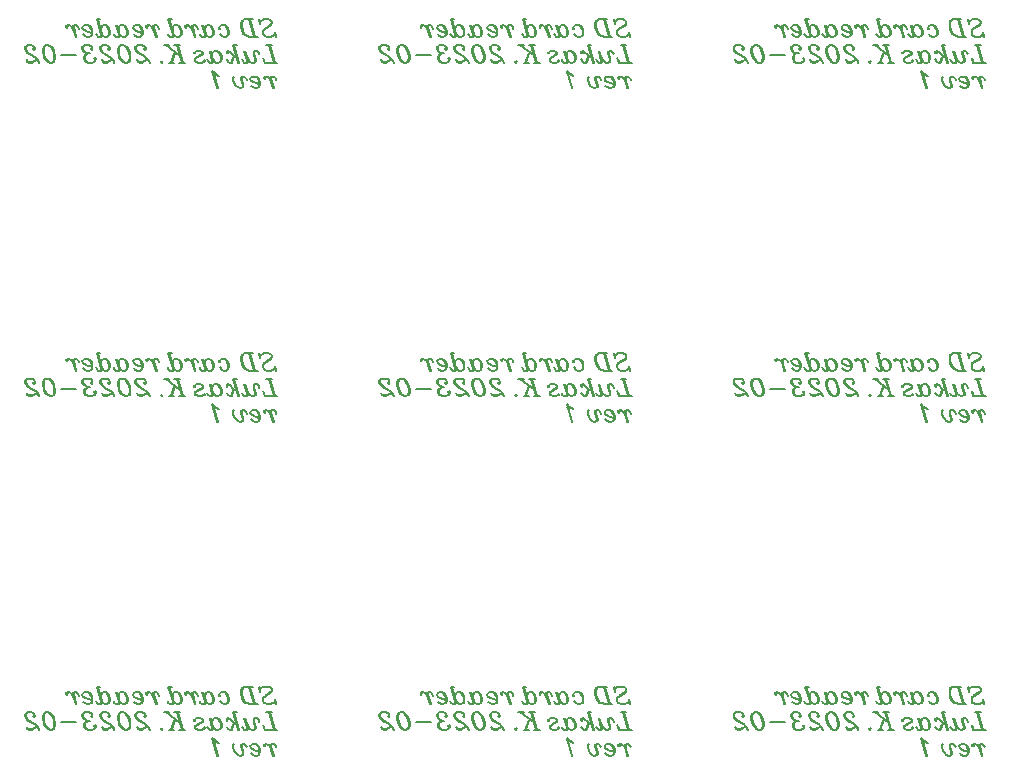
<source format=gbo>
%FSLAX46Y46*%
%MOMM*%
%ADD10C,0.150000*%
G01*
%LPD*%
G01*
%LPD*%
D10*
X56321428Y35392856D02*
X56392856Y35392856D01*
D10*
X56250000Y35535716D02*
X56321428Y35392856D01*
D10*
X56321428Y35107144D02*
X56250000Y35535716D01*
D10*
X56321428Y35250000D02*
X56321428Y35107144D01*
D10*
X56392856Y35392856D02*
X56321428Y35250000D01*
D10*
X56464284Y35464284D02*
X56392856Y35392856D01*
D10*
X56678572Y35535716D02*
X56464284Y35464284D01*
D10*
X56964284Y35535716D02*
X56678572Y35535716D01*
D10*
X57178572Y35464284D02*
X56964284Y35535716D01*
D10*
X57321428Y35321428D02*
X57178572Y35464284D01*
D10*
X57321428Y35178572D02*
X57321428Y35321428D01*
D10*
X57250000Y35035716D02*
X57321428Y35178572D01*
D10*
X57178572Y34964284D02*
X57250000Y35035716D01*
D10*
X56678572Y34678572D02*
X57178572Y34964284D01*
D10*
X56535716Y34535716D02*
X56678572Y34678572D01*
D10*
X57178572Y35035716D02*
X57321428Y35178572D01*
D10*
X56678572Y34750000D02*
X57178572Y35035716D01*
D10*
X56607144Y34678572D02*
X56678572Y34750000D01*
D10*
X56535716Y34535716D02*
X56607144Y34678572D01*
D10*
X56535716Y34321428D02*
X56535716Y34535716D01*
D10*
X56607144Y34178572D02*
X56535716Y34321428D01*
D10*
X56678572Y34107144D02*
X56607144Y34178572D01*
D10*
X56892856Y34035716D02*
X56678572Y34107144D01*
D10*
X57178572Y34035716D02*
X56892856Y34035716D01*
D10*
X57392856Y34107144D02*
X57178572Y34035716D01*
D10*
X57464284Y34178572D02*
X57392856Y34107144D01*
D10*
X57535716Y34321428D02*
X57464284Y34178572D01*
D10*
X57535716Y34464284D02*
X57535716Y34321428D01*
D10*
X57607144Y34035716D02*
X57535716Y34464284D01*
D10*
X57535716Y34178572D02*
X57607144Y34035716D01*
D10*
X57464284Y34178572D02*
X57535716Y34178572D01*
D10*
X55892856Y34035716D02*
X55464284Y35535716D01*
D10*
X55821428Y34035716D02*
X55392856Y35535716D01*
D10*
X55035716Y35535716D02*
X55678572Y35535716D01*
D10*
X54821428Y35464284D02*
X55035716Y35535716D01*
D10*
X54750000Y35392856D02*
X54821428Y35464284D01*
D10*
X54678572Y35178572D02*
X54750000Y35392856D01*
D10*
X54678572Y34892856D02*
X54678572Y35178572D01*
D10*
X54750000Y34607144D02*
X54678572Y34892856D01*
D10*
X54892856Y34321428D02*
X54750000Y34607144D01*
D10*
X55035716Y34178572D02*
X54892856Y34321428D01*
D10*
X55178572Y34107144D02*
X55035716Y34178572D01*
D10*
X55464284Y34035716D02*
X55178572Y34107144D01*
D10*
X56107144Y34035716D02*
X55464284Y34035716D01*
D10*
X54892856Y35464284D02*
X55035716Y35535716D01*
D10*
X54821428Y35392856D02*
X54892856Y35464284D01*
D10*
X54750000Y35178572D02*
X54821428Y35392856D01*
D10*
X54750000Y34892856D02*
X54750000Y35178572D01*
D10*
X54821428Y34607144D02*
X54750000Y34892856D01*
D10*
X54964284Y34321428D02*
X54821428Y34607144D01*
D10*
X55107144Y34178572D02*
X54964284Y34321428D01*
D10*
X55250000Y34107144D02*
X55107144Y34178572D01*
D10*
X55464284Y34035716D02*
X55250000Y34107144D01*
D10*
X52892856Y34750000D02*
X52892856Y34821428D01*
D10*
X52821428Y34750000D02*
X52892856Y34750000D01*
D10*
X52821428Y34821428D02*
X52821428Y34750000D01*
D10*
X52892856Y34964284D02*
X52821428Y34821428D01*
D10*
X53035716Y35035716D02*
X52892856Y34964284D01*
D10*
X53250000Y35035716D02*
X53035716Y35035716D01*
D10*
X53464288Y34964284D02*
X53250000Y35035716D01*
D10*
X53607144Y34750000D02*
X53464288Y34964284D01*
D10*
X53678572Y34535716D02*
X53607144Y34750000D01*
D10*
X53678572Y34321428D02*
X53678572Y34535716D01*
D10*
X53607144Y34178572D02*
X53678572Y34321428D01*
D10*
X53535716Y34107144D02*
X53607144Y34178572D01*
D10*
X53392856Y34035716D02*
X53535716Y34107144D01*
D10*
X53250000Y34035716D02*
X53392856Y34035716D01*
D10*
X53035716Y34107144D02*
X53250000Y34035716D01*
D10*
X52892856Y34321428D02*
X53035716Y34107144D01*
D10*
X53392856Y34964284D02*
X53250000Y35035716D01*
D10*
X53535716Y34750000D02*
X53392856Y34964284D01*
D10*
X53607144Y34535716D02*
X53535716Y34750000D01*
D10*
X53607144Y34250000D02*
X53607144Y34535716D01*
D10*
X53535716Y34107144D02*
X53607144Y34250000D01*
D10*
X51607144Y34535716D02*
X51464288Y35035716D01*
D10*
X51678572Y34250000D02*
X51607144Y34535716D01*
D10*
X51678572Y34107144D02*
X51678572Y34250000D01*
D10*
X51607144Y34035716D02*
X51678572Y34107144D01*
D10*
X51392856Y34035716D02*
X51607144Y34035716D01*
D10*
X51250000Y34178572D02*
X51392856Y34035716D01*
D10*
X51178572Y34321428D02*
X51250000Y34178572D01*
D10*
X51535716Y34535716D02*
X51392856Y35035716D01*
D10*
X51607144Y34250000D02*
X51535716Y34535716D01*
D10*
X51607144Y34107144D02*
X51607144Y34250000D01*
D10*
X51535716Y34035716D02*
X51607144Y34107144D01*
D10*
X51607144Y34750000D02*
X51607144Y34535716D01*
D10*
X51678572Y34964284D02*
X51607144Y34750000D01*
D10*
X51821428Y35035716D02*
X51678572Y34964284D01*
D10*
X51964288Y35035716D02*
X51821428Y35035716D01*
D10*
X52178572Y34964284D02*
X51964288Y35035716D01*
D10*
X52321428Y34750000D02*
X52178572Y34964284D01*
D10*
X52392856Y34535716D02*
X52321428Y34750000D01*
D10*
X52392856Y34321428D02*
X52392856Y34535716D01*
D10*
X52321428Y34178572D02*
X52392856Y34321428D01*
D10*
X52250000Y34107144D02*
X52321428Y34178572D01*
D10*
X52107144Y34035716D02*
X52250000Y34107144D01*
D10*
X51964288Y34035716D02*
X52107144Y34035716D01*
D10*
X51821428Y34107144D02*
X51964288Y34035716D01*
D10*
X51678572Y34321428D02*
X51821428Y34107144D01*
D10*
X51607144Y34535716D02*
X51678572Y34321428D01*
D10*
X52107144Y34964284D02*
X51964288Y35035716D01*
D10*
X52250000Y34750000D02*
X52107144Y34964284D01*
D10*
X52321428Y34535716D02*
X52250000Y34750000D01*
D10*
X52321428Y34250000D02*
X52321428Y34535716D01*
D10*
X52250000Y34107144D02*
X52321428Y34250000D01*
D10*
X50964288Y34892856D02*
X51035716Y34750000D01*
D10*
X50821428Y35035716D02*
X50964288Y34892856D01*
D10*
X50607144Y35035716D02*
X50821428Y35035716D01*
D10*
X50535716Y34964284D02*
X50607144Y35035716D01*
D10*
X50535716Y34821428D02*
X50535716Y34964284D01*
D10*
X50607144Y34535716D02*
X50535716Y34821428D01*
D10*
X50750000Y34035716D02*
X50607144Y34535716D01*
D10*
X50607144Y34964284D02*
X50678572Y35035716D01*
D10*
X50607144Y34821428D02*
X50607144Y34964284D01*
D10*
X50678572Y34535716D02*
X50607144Y34821428D01*
D10*
X50821428Y34035716D02*
X50678572Y34535716D01*
D10*
X50464288Y34821428D02*
X50607144Y34535716D01*
D10*
X50321428Y34964284D02*
X50464288Y34821428D01*
D10*
X50178572Y35035716D02*
X50321428Y34964284D01*
D10*
X50035716Y35035716D02*
X50178572Y35035716D01*
D10*
X49964288Y34964284D02*
X50035716Y35035716D01*
D10*
X49964288Y34892856D02*
X49964288Y34964284D01*
D10*
X50035716Y34821428D02*
X49964288Y34892856D01*
D10*
X50107144Y34892856D02*
X50035716Y34821428D01*
D10*
X50035716Y34964284D02*
X50107144Y34892856D01*
D10*
X48892856Y34535716D02*
X48607144Y35535716D01*
D10*
X48964288Y34250000D02*
X48892856Y34535716D01*
D10*
X48964288Y34107144D02*
X48964288Y34250000D01*
D10*
X48892856Y34035716D02*
X48964288Y34107144D01*
D10*
X48678572Y34035716D02*
X48892856Y34035716D01*
D10*
X48535712Y34178572D02*
X48678572Y34035716D01*
D10*
X48464288Y34321428D02*
X48535712Y34178572D01*
D10*
X48821428Y34535716D02*
X48535712Y35535716D01*
D10*
X48892856Y34250000D02*
X48821428Y34535716D01*
D10*
X48892856Y34107144D02*
X48892856Y34250000D01*
D10*
X48821428Y34035716D02*
X48892856Y34107144D01*
D10*
X48892856Y34750000D02*
X48892856Y34535716D01*
D10*
X48964288Y34964284D02*
X48892856Y34750000D01*
D10*
X49107144Y35035716D02*
X48964288Y34964284D01*
D10*
X49250000Y35035716D02*
X49107144Y35035716D01*
D10*
X49464288Y34964284D02*
X49250000Y35035716D01*
D10*
X49607144Y34750000D02*
X49464288Y34964284D01*
D10*
X49678572Y34535716D02*
X49607144Y34750000D01*
D10*
X49678572Y34321428D02*
X49678572Y34535716D01*
D10*
X49607144Y34178572D02*
X49678572Y34321428D01*
D10*
X49535716Y34107144D02*
X49607144Y34178572D01*
D10*
X49392856Y34035716D02*
X49535716Y34107144D01*
D10*
X49250000Y34035716D02*
X49392856Y34035716D01*
D10*
X49107144Y34107144D02*
X49250000Y34035716D01*
D10*
X48964288Y34321428D02*
X49107144Y34107144D01*
D10*
X48892856Y34535716D02*
X48964288Y34321428D01*
D10*
X49392856Y34964284D02*
X49250000Y35035716D01*
D10*
X49535716Y34750000D02*
X49392856Y34964284D01*
D10*
X49607144Y34535716D02*
X49535716Y34750000D01*
D10*
X49607144Y34250000D02*
X49607144Y34535716D01*
D10*
X49535716Y34107144D02*
X49607144Y34250000D01*
D10*
X48535712Y35535716D02*
X48821428Y35535716D01*
D10*
X47678572Y34892856D02*
X47750000Y34750000D01*
D10*
X47535712Y35035716D02*
X47678572Y34892856D01*
D10*
X47321428Y35035716D02*
X47535712Y35035716D01*
D10*
X47250000Y34964284D02*
X47321428Y35035716D01*
D10*
X47250000Y34821428D02*
X47250000Y34964284D01*
D10*
X47321428Y34535716D02*
X47250000Y34821428D01*
D10*
X47464288Y34035716D02*
X47321428Y34535716D01*
D10*
X47321428Y34964284D02*
X47392856Y35035716D01*
D10*
X47321428Y34821428D02*
X47321428Y34964284D01*
D10*
X47392856Y34535716D02*
X47321428Y34821428D01*
D10*
X47535712Y34035716D02*
X47392856Y34535716D01*
D10*
X47178572Y34821428D02*
X47321428Y34535716D01*
D10*
X47035712Y34964284D02*
X47178572Y34821428D01*
D10*
X46892856Y35035716D02*
X47035712Y34964284D01*
D10*
X46750000Y35035716D02*
X46892856Y35035716D01*
D10*
X46678572Y34964284D02*
X46750000Y35035716D01*
D10*
X46678572Y34892856D02*
X46678572Y34964284D01*
D10*
X46750000Y34821428D02*
X46678572Y34892856D01*
D10*
X46821428Y34892856D02*
X46750000Y34821428D01*
D10*
X46750000Y34964284D02*
X46821428Y34892856D01*
D10*
X46035712Y34464284D02*
X46321428Y34392856D01*
D10*
X45821428Y34535716D02*
X46035712Y34464284D01*
D10*
X45607144Y34678572D02*
X45821428Y34535716D01*
D10*
X45535712Y34821428D02*
X45607144Y34678572D01*
D10*
X45607144Y34964284D02*
X45535712Y34821428D01*
D10*
X45750000Y35035716D02*
X45607144Y34964284D01*
D10*
X45964288Y35035716D02*
X45750000Y35035716D01*
D10*
X46178572Y34964284D02*
X45964288Y35035716D01*
D10*
X46321428Y34750000D02*
X46178572Y34964284D01*
D10*
X46392856Y34535716D02*
X46321428Y34750000D01*
D10*
X46392856Y34321428D02*
X46392856Y34535716D01*
D10*
X46321428Y34178572D02*
X46392856Y34321428D01*
D10*
X46250000Y34107144D02*
X46321428Y34178572D01*
D10*
X46107144Y34035716D02*
X46250000Y34107144D01*
D10*
X45964288Y34035716D02*
X46107144Y34035716D01*
D10*
X45750000Y34107144D02*
X45964288Y34035716D01*
D10*
X45607144Y34250000D02*
X45750000Y34107144D01*
D10*
X46107144Y34964284D02*
X45964288Y35035716D01*
D10*
X46250000Y34750000D02*
X46107144Y34964284D01*
D10*
X46321428Y34535716D02*
X46250000Y34750000D01*
D10*
X46321428Y34250000D02*
X46321428Y34535716D01*
D10*
X46250000Y34107144D02*
X46321428Y34250000D01*
D10*
X44321428Y34535716D02*
X44178572Y35035716D01*
D10*
X44392856Y34250000D02*
X44321428Y34535716D01*
D10*
X44392856Y34107144D02*
X44392856Y34250000D01*
D10*
X44321428Y34035716D02*
X44392856Y34107144D01*
D10*
X44107144Y34035716D02*
X44321428Y34035716D01*
D10*
X43964288Y34178572D02*
X44107144Y34035716D01*
D10*
X43892856Y34321428D02*
X43964288Y34178572D01*
D10*
X44250000Y34535716D02*
X44107144Y35035716D01*
D10*
X44321428Y34250000D02*
X44250000Y34535716D01*
D10*
X44321428Y34107144D02*
X44321428Y34250000D01*
D10*
X44250000Y34035716D02*
X44321428Y34107144D01*
D10*
X44321428Y34750000D02*
X44321428Y34535716D01*
D10*
X44392856Y34964284D02*
X44321428Y34750000D01*
D10*
X44535712Y35035716D02*
X44392856Y34964284D01*
D10*
X44678572Y35035716D02*
X44535712Y35035716D01*
D10*
X44892856Y34964284D02*
X44678572Y35035716D01*
D10*
X45035712Y34750000D02*
X44892856Y34964284D01*
D10*
X45107144Y34535716D02*
X45035712Y34750000D01*
D10*
X45107144Y34321428D02*
X45107144Y34535716D01*
D10*
X45035712Y34178572D02*
X45107144Y34321428D01*
D10*
X44964288Y34107144D02*
X45035712Y34178572D01*
D10*
X44821428Y34035716D02*
X44964288Y34107144D01*
D10*
X44678572Y34035716D02*
X44821428Y34035716D01*
D10*
X44535712Y34107144D02*
X44678572Y34035716D01*
D10*
X44392856Y34321428D02*
X44535712Y34107144D01*
D10*
X44321428Y34535716D02*
X44392856Y34321428D01*
D10*
X44821428Y34964284D02*
X44678572Y35035716D01*
D10*
X44964288Y34750000D02*
X44821428Y34964284D01*
D10*
X45035712Y34535716D02*
X44964288Y34750000D01*
D10*
X45035712Y34250000D02*
X45035712Y34535716D01*
D10*
X44964288Y34107144D02*
X45035712Y34250000D01*
D10*
X42821428Y34535716D02*
X42535716Y35535716D01*
D10*
X42892856Y34250000D02*
X42821428Y34535716D01*
D10*
X42892856Y34107144D02*
X42892856Y34250000D01*
D10*
X42821428Y34035716D02*
X42892856Y34107144D01*
D10*
X42607144Y34035716D02*
X42821428Y34035716D01*
D10*
X42464288Y34178572D02*
X42607144Y34035716D01*
D10*
X42392856Y34321428D02*
X42464288Y34178572D01*
D10*
X42750000Y34535716D02*
X42464288Y35535716D01*
D10*
X42821428Y34250000D02*
X42750000Y34535716D01*
D10*
X42821428Y34107144D02*
X42821428Y34250000D01*
D10*
X42750000Y34035716D02*
X42821428Y34107144D01*
D10*
X42821428Y34750000D02*
X42821428Y34535716D01*
D10*
X42892856Y34964284D02*
X42821428Y34750000D01*
D10*
X43035716Y35035716D02*
X42892856Y34964284D01*
D10*
X43178572Y35035716D02*
X43035716Y35035716D01*
D10*
X43392856Y34964284D02*
X43178572Y35035716D01*
D10*
X43535716Y34750000D02*
X43392856Y34964284D01*
D10*
X43607144Y34535716D02*
X43535716Y34750000D01*
D10*
X43607144Y34321428D02*
X43607144Y34535716D01*
D10*
X43535716Y34178572D02*
X43607144Y34321428D01*
D10*
X43464288Y34107144D02*
X43535716Y34178572D01*
D10*
X43321428Y34035716D02*
X43464288Y34107144D01*
D10*
X43178572Y34035716D02*
X43321428Y34035716D01*
D10*
X43035716Y34107144D02*
X43178572Y34035716D01*
D10*
X42892856Y34321428D02*
X43035716Y34107144D01*
D10*
X42821428Y34535716D02*
X42892856Y34321428D01*
D10*
X43321428Y34964284D02*
X43178572Y35035716D01*
D10*
X43464288Y34750000D02*
X43321428Y34964284D01*
D10*
X43535716Y34535716D02*
X43464288Y34750000D01*
D10*
X43535716Y34250000D02*
X43535716Y34535716D01*
D10*
X43464288Y34107144D02*
X43535716Y34250000D01*
D10*
X42464288Y35535716D02*
X42750000Y35535716D01*
D10*
X41750000Y34464284D02*
X42035716Y34392856D01*
D10*
X41535716Y34535716D02*
X41750000Y34464284D01*
D10*
X41321428Y34678572D02*
X41535716Y34535716D01*
D10*
X41250000Y34821428D02*
X41321428Y34678572D01*
D10*
X41321428Y34964284D02*
X41250000Y34821428D01*
D10*
X41464288Y35035716D02*
X41321428Y34964284D01*
D10*
X41678572Y35035716D02*
X41464288Y35035716D01*
D10*
X41892856Y34964284D02*
X41678572Y35035716D01*
D10*
X42035716Y34750000D02*
X41892856Y34964284D01*
D10*
X42107144Y34535716D02*
X42035716Y34750000D01*
D10*
X42107144Y34321428D02*
X42107144Y34535716D01*
D10*
X42035716Y34178572D02*
X42107144Y34321428D01*
D10*
X41964288Y34107144D02*
X42035716Y34178572D01*
D10*
X41821428Y34035716D02*
X41964288Y34107144D01*
D10*
X41678572Y34035716D02*
X41821428Y34035716D01*
D10*
X41464288Y34107144D02*
X41678572Y34035716D01*
D10*
X41321428Y34250000D02*
X41464288Y34107144D01*
D10*
X41821428Y34964284D02*
X41678572Y35035716D01*
D10*
X41964288Y34750000D02*
X41821428Y34964284D01*
D10*
X42035716Y34535716D02*
X41964288Y34750000D01*
D10*
X42035716Y34250000D02*
X42035716Y34535716D01*
D10*
X41964288Y34107144D02*
X42035716Y34250000D01*
D10*
X40892856Y34892856D02*
X40964288Y34750000D01*
D10*
X40750000Y35035716D02*
X40892856Y34892856D01*
D10*
X40535712Y35035716D02*
X40750000Y35035716D01*
D10*
X40464288Y34964284D02*
X40535712Y35035716D01*
D10*
X40464288Y34821428D02*
X40464288Y34964284D01*
D10*
X40535712Y34535716D02*
X40464288Y34821428D01*
D10*
X40678572Y34035716D02*
X40535712Y34535716D01*
D10*
X40535712Y34964284D02*
X40607144Y35035716D01*
D10*
X40535712Y34821428D02*
X40535712Y34964284D01*
D10*
X40607144Y34535716D02*
X40535712Y34821428D01*
D10*
X40750000Y34035716D02*
X40607144Y34535716D01*
D10*
X40392856Y34821428D02*
X40535712Y34535716D01*
D10*
X40250000Y34964284D02*
X40392856Y34821428D01*
D10*
X40107144Y35035716D02*
X40250000Y34964284D01*
D10*
X39964288Y35035716D02*
X40107144Y35035716D01*
D10*
X39892856Y34964284D02*
X39964288Y35035716D01*
D10*
X39892856Y34892856D02*
X39892856Y34964284D01*
D10*
X39964288Y34821428D02*
X39892856Y34892856D01*
D10*
X40035712Y34892856D02*
X39964288Y34821428D01*
D10*
X39964288Y34964284D02*
X40035712Y34892856D01*
D10*
X57535716Y31860714D02*
X57107144Y33360714D01*
D10*
X57464284Y31860714D02*
X57035716Y33360714D01*
D10*
X56821428Y33360714D02*
X57321428Y33360714D01*
D10*
X56678572Y31860714D02*
X57750000Y31860714D01*
D10*
X56535716Y32289286D02*
X56678572Y31860714D01*
D10*
X56750000Y31860714D02*
X56535716Y32289286D01*
D10*
X56178572Y32717858D02*
X56250000Y32575000D01*
D10*
X56035716Y32860714D02*
X56178572Y32717858D01*
D10*
X55821428Y32860714D02*
X56035716Y32860714D01*
D10*
X55750000Y32789286D02*
X55821428Y32860714D01*
D10*
X55750000Y32575000D02*
X55750000Y32789286D01*
D10*
X55892856Y32146428D02*
X55750000Y32575000D01*
D10*
X55892856Y32003572D02*
X55892856Y32146428D01*
D10*
X55750000Y31860714D02*
X55892856Y32003572D01*
D10*
X55821428Y32789286D02*
X55892856Y32860714D01*
D10*
X55821428Y32575000D02*
X55821428Y32789286D01*
D10*
X55964284Y32146428D02*
X55821428Y32575000D01*
D10*
X55964284Y32003572D02*
X55964284Y32146428D01*
D10*
X55892856Y31932142D02*
X55964284Y32003572D01*
D10*
X55750000Y31860714D02*
X55892856Y31932142D01*
D10*
X55607144Y31860714D02*
X55750000Y31860714D01*
D10*
X55464284Y31932142D02*
X55607144Y31860714D01*
D10*
X55321428Y32075000D02*
X55464284Y31932142D01*
D10*
X55178572Y32360714D02*
X55321428Y32075000D01*
D10*
X55178572Y32360714D02*
X55035716Y32860714D01*
D10*
X55250000Y32075000D02*
X55178572Y32360714D01*
D10*
X55250000Y31932142D02*
X55250000Y32075000D01*
D10*
X55178572Y31860714D02*
X55250000Y31932142D01*
D10*
X54964284Y31860714D02*
X55178572Y31860714D01*
D10*
X54821428Y32003572D02*
X54964284Y31860714D01*
D10*
X54750000Y32146428D02*
X54821428Y32003572D01*
D10*
X55107144Y32360714D02*
X54964284Y32860714D01*
D10*
X55178572Y32075000D02*
X55107144Y32360714D01*
D10*
X55178572Y31932142D02*
X55178572Y32075000D01*
D10*
X55107144Y31860714D02*
X55178572Y31932142D01*
D10*
X54535716Y31860714D02*
X54107144Y33360714D01*
D10*
X54464284Y31860714D02*
X54035716Y33360714D01*
D10*
X53607144Y32717858D02*
X53535716Y32789286D01*
D10*
X53535716Y32646428D02*
X53607144Y32717858D01*
D10*
X53464288Y32717858D02*
X53535716Y32646428D01*
D10*
X53464288Y32789286D02*
X53464288Y32717858D01*
D10*
X53535716Y32860714D02*
X53464288Y32789286D01*
D10*
X53607144Y32860714D02*
X53535716Y32860714D01*
D10*
X53750000Y32789286D02*
X53607144Y32860714D01*
D10*
X54035716Y32503572D02*
X53750000Y32789286D01*
D10*
X54178572Y32432142D02*
X54035716Y32503572D01*
D10*
X54321428Y32432142D02*
X54178572Y32432142D01*
D10*
X54035716Y32360714D02*
X54178572Y32432142D01*
D10*
X53892856Y31932142D02*
X54035716Y32360714D01*
D10*
X53821428Y31860714D02*
X53892856Y31932142D01*
D10*
X54107144Y32360714D02*
X54178572Y32432142D01*
D10*
X53964284Y31932142D02*
X54107144Y32360714D01*
D10*
X53892856Y31860714D02*
X53964284Y31932142D01*
D10*
X53750000Y31860714D02*
X53892856Y31860714D01*
D10*
X53607144Y31932142D02*
X53750000Y31860714D01*
D10*
X53464288Y32146428D02*
X53607144Y31932142D01*
D10*
X54035716Y33360714D02*
X54321428Y33360714D01*
D10*
X52250000Y32360714D02*
X52107144Y32860714D01*
D10*
X52321428Y32075000D02*
X52250000Y32360714D01*
D10*
X52321428Y31932142D02*
X52321428Y32075000D01*
D10*
X52250000Y31860714D02*
X52321428Y31932142D01*
D10*
X52035716Y31860714D02*
X52250000Y31860714D01*
D10*
X51892856Y32003572D02*
X52035716Y31860714D01*
D10*
X51821428Y32146428D02*
X51892856Y32003572D01*
D10*
X52178572Y32360714D02*
X52035716Y32860714D01*
D10*
X52250000Y32075000D02*
X52178572Y32360714D01*
D10*
X52250000Y31932142D02*
X52250000Y32075000D01*
D10*
X52178572Y31860714D02*
X52250000Y31932142D01*
D10*
X52250000Y32575000D02*
X52250000Y32360714D01*
D10*
X52321428Y32789286D02*
X52250000Y32575000D01*
D10*
X52464288Y32860714D02*
X52321428Y32789286D01*
D10*
X52607144Y32860714D02*
X52464288Y32860714D01*
D10*
X52821428Y32789286D02*
X52607144Y32860714D01*
D10*
X52964288Y32575000D02*
X52821428Y32789286D01*
D10*
X53035716Y32360714D02*
X52964288Y32575000D01*
D10*
X53035716Y32146428D02*
X53035716Y32360714D01*
D10*
X52964288Y32003572D02*
X53035716Y32146428D01*
D10*
X52892856Y31932142D02*
X52964288Y32003572D01*
D10*
X52750000Y31860714D02*
X52892856Y31932142D01*
D10*
X52607144Y31860714D02*
X52750000Y31860714D01*
D10*
X52464288Y31932142D02*
X52607144Y31860714D01*
D10*
X52321428Y32146428D02*
X52464288Y31932142D01*
D10*
X52250000Y32360714D02*
X52321428Y32146428D01*
D10*
X52750000Y32789286D02*
X52607144Y32860714D01*
D10*
X52892856Y32575000D02*
X52750000Y32789286D01*
D10*
X52964288Y32360714D02*
X52892856Y32575000D01*
D10*
X52964288Y32075000D02*
X52964288Y32360714D01*
D10*
X52892856Y31932142D02*
X52964288Y32075000D01*
D10*
X50750000Y32646428D02*
X50750000Y32717858D01*
D10*
X50678572Y32646428D02*
X50750000Y32646428D01*
D10*
X50678572Y32717858D02*
X50678572Y32646428D01*
D10*
X50750000Y32789286D02*
X50678572Y32717858D01*
D10*
X50964288Y32860714D02*
X50750000Y32789286D01*
D10*
X51178572Y32860714D02*
X50964288Y32860714D01*
D10*
X51392856Y32789286D02*
X51178572Y32860714D01*
D10*
X51464288Y32717858D02*
X51392856Y32789286D01*
D10*
X51464288Y32575000D02*
X51464288Y32717858D01*
D10*
X51392856Y32503572D02*
X51464288Y32575000D01*
D10*
X50892856Y32217858D02*
X51392856Y32503572D01*
D10*
X50821428Y32146428D02*
X50892856Y32217858D01*
D10*
X51392856Y32575000D02*
X51464288Y32646428D01*
D10*
X50892856Y32289286D02*
X51392856Y32575000D01*
D10*
X50821428Y32217858D02*
X50892856Y32289286D01*
D10*
X50821428Y32003572D02*
X50821428Y32217858D01*
D10*
X50892856Y31932142D02*
X50821428Y32003572D01*
D10*
X51107144Y31860714D02*
X50892856Y31932142D01*
D10*
X51321428Y31860714D02*
X51107144Y31860714D01*
D10*
X51535716Y31932142D02*
X51321428Y31860714D01*
D10*
X51607144Y32003572D02*
X51535716Y31932142D01*
D10*
X51607144Y32075000D02*
X51607144Y32003572D01*
D10*
X51535716Y32075000D02*
X51607144Y32075000D01*
D10*
X51535716Y32003572D02*
X51535716Y32075000D01*
D10*
X49750000Y31860714D02*
X49321428Y33360714D01*
D10*
X49678572Y31860714D02*
X49250000Y33360714D01*
D10*
X49535716Y32432142D02*
X48321428Y33360714D01*
D10*
X48750000Y31860714D02*
X49035712Y32717858D01*
D10*
X48821428Y31860714D02*
X49107144Y32717858D01*
D10*
X49035712Y33360714D02*
X49535716Y33360714D01*
D10*
X48178572Y33360714D02*
X48607144Y33360714D01*
D10*
X49464288Y31860714D02*
X49964288Y31860714D01*
D10*
X48607144Y31860714D02*
X49035712Y31860714D01*
D10*
X48035712Y31932142D02*
X47964288Y32003572D01*
D10*
X47964288Y31860714D02*
X48035712Y31932142D01*
D10*
X47892856Y31932142D02*
X47964288Y31860714D01*
D10*
X47964288Y32003572D02*
X47892856Y31932142D01*
D10*
X46464288Y33003572D02*
X46535712Y33075000D01*
D10*
X46535712Y32932142D02*
X46464288Y33003572D01*
D10*
X46607144Y33003572D02*
X46535712Y32932142D01*
D10*
X46607144Y33075000D02*
X46607144Y33003572D01*
D10*
X46535712Y33217858D02*
X46607144Y33075000D01*
D10*
X46464288Y33289286D02*
X46535712Y33217858D01*
D10*
X46250000Y33360714D02*
X46464288Y33289286D01*
D10*
X46035712Y33360714D02*
X46250000Y33360714D01*
D10*
X45821428Y33289286D02*
X46035712Y33360714D01*
D10*
X45750000Y33146428D02*
X45821428Y33289286D01*
D10*
X45750000Y33003572D02*
X45750000Y33146428D01*
D10*
X45821428Y32860714D02*
X45750000Y33003572D01*
D10*
X45964288Y32717858D02*
X45821428Y32860714D01*
D10*
X46178572Y32575000D02*
X45964288Y32717858D01*
D10*
X46464288Y32432142D02*
X46178572Y32575000D01*
D10*
X46678572Y32289286D02*
X46464288Y32432142D01*
D10*
X46821428Y32146428D02*
X46678572Y32289286D01*
D10*
X46964288Y31860714D02*
X46821428Y32146428D01*
D10*
X45892856Y33289286D02*
X46035712Y33360714D01*
D10*
X45821428Y33146428D02*
X45892856Y33289286D01*
D10*
X45821428Y33003572D02*
X45821428Y33146428D01*
D10*
X45892856Y32860714D02*
X45821428Y33003572D01*
D10*
X46035712Y32717858D02*
X45892856Y32860714D01*
D10*
X46464288Y32432142D02*
X46035712Y32717858D01*
D10*
X46821428Y32075000D02*
X46892856Y32003572D01*
D10*
X46678572Y32075000D02*
X46821428Y32075000D01*
D10*
X46321428Y31932142D02*
X46678572Y32075000D01*
D10*
X46107144Y31932142D02*
X46321428Y31932142D01*
D10*
X45964288Y32003572D02*
X46107144Y31932142D01*
D10*
X45892856Y32146428D02*
X45964288Y32003572D01*
D10*
X46321428Y31860714D02*
X46678572Y32075000D01*
D10*
X46107144Y31860714D02*
X46321428Y31860714D01*
D10*
X45964288Y31932142D02*
X46107144Y31860714D01*
D10*
X45892856Y32146428D02*
X45964288Y31932142D01*
D10*
X44892856Y33289286D02*
X44678572Y33360714D01*
D10*
X45035712Y33146428D02*
X44892856Y33289286D01*
D10*
X45178572Y32932142D02*
X45035712Y33146428D01*
D10*
X45250000Y32717858D02*
X45178572Y32932142D01*
D10*
X45321428Y32432142D02*
X45250000Y32717858D01*
D10*
X45321428Y32217858D02*
X45321428Y32432142D01*
D10*
X45250000Y32003572D02*
X45321428Y32217858D01*
D10*
X45178572Y31932142D02*
X45250000Y32003572D01*
D10*
X45035712Y31860714D02*
X45178572Y31932142D01*
D10*
X44892856Y31860714D02*
X45035712Y31860714D01*
D10*
X44678572Y31932142D02*
X44892856Y31860714D01*
D10*
X44535712Y32075000D02*
X44678572Y31932142D01*
D10*
X44392856Y32289286D02*
X44535712Y32075000D01*
D10*
X44321428Y32503572D02*
X44392856Y32289286D01*
D10*
X44250000Y32789286D02*
X44321428Y32503572D01*
D10*
X44250000Y33003572D02*
X44250000Y32789286D01*
D10*
X44321428Y33217858D02*
X44250000Y33003572D01*
D10*
X44392856Y33289286D02*
X44321428Y33217858D01*
D10*
X44535712Y33360714D02*
X44392856Y33289286D01*
D10*
X44678572Y33360714D02*
X44535712Y33360714D01*
D10*
X44821428Y33289286D02*
X44678572Y33360714D01*
D10*
X44964288Y33146428D02*
X44821428Y33289286D01*
D10*
X45107144Y32932142D02*
X44964288Y33146428D01*
D10*
X45178572Y32717858D02*
X45107144Y32932142D01*
D10*
X45250000Y32432142D02*
X45178572Y32717858D01*
D10*
X45250000Y32217858D02*
X45250000Y32432142D01*
D10*
X45178572Y32003572D02*
X45250000Y32217858D01*
D10*
X45035712Y31860714D02*
X45178572Y32003572D01*
D10*
X44750000Y31932142D02*
X44892856Y31860714D01*
D10*
X44607144Y32075000D02*
X44750000Y31932142D01*
D10*
X44464288Y32289286D02*
X44607144Y32075000D01*
D10*
X44392856Y32503572D02*
X44464288Y32289286D01*
D10*
X44321428Y32789286D02*
X44392856Y32503572D01*
D10*
X44321428Y33003572D02*
X44321428Y32789286D01*
D10*
X44392856Y33217858D02*
X44321428Y33003572D01*
D10*
X44535712Y33360714D02*
X44392856Y33217858D01*
D10*
X43464288Y33003572D02*
X43535716Y33075000D01*
D10*
X43535716Y32932142D02*
X43464288Y33003572D01*
D10*
X43607144Y33003572D02*
X43535716Y32932142D01*
D10*
X43607144Y33075000D02*
X43607144Y33003572D01*
D10*
X43535716Y33217858D02*
X43607144Y33075000D01*
D10*
X43464288Y33289286D02*
X43535716Y33217858D01*
D10*
X43250000Y33360714D02*
X43464288Y33289286D01*
D10*
X43035716Y33360714D02*
X43250000Y33360714D01*
D10*
X42821428Y33289286D02*
X43035716Y33360714D01*
D10*
X42750000Y33146428D02*
X42821428Y33289286D01*
D10*
X42750000Y33003572D02*
X42750000Y33146428D01*
D10*
X42821428Y32860714D02*
X42750000Y33003572D01*
D10*
X42964288Y32717858D02*
X42821428Y32860714D01*
D10*
X43178572Y32575000D02*
X42964288Y32717858D01*
D10*
X43464288Y32432142D02*
X43178572Y32575000D01*
D10*
X43678572Y32289286D02*
X43464288Y32432142D01*
D10*
X43821428Y32146428D02*
X43678572Y32289286D01*
D10*
X43964288Y31860714D02*
X43821428Y32146428D01*
D10*
X42892856Y33289286D02*
X43035716Y33360714D01*
D10*
X42821428Y33146428D02*
X42892856Y33289286D01*
D10*
X42821428Y33003572D02*
X42821428Y33146428D01*
D10*
X42892856Y32860714D02*
X42821428Y33003572D01*
D10*
X43035716Y32717858D02*
X42892856Y32860714D01*
D10*
X43464288Y32432142D02*
X43035716Y32717858D01*
D10*
X43821428Y32075000D02*
X43892856Y32003572D01*
D10*
X43678572Y32075000D02*
X43821428Y32075000D01*
D10*
X43321428Y31932142D02*
X43678572Y32075000D01*
D10*
X43107144Y31932142D02*
X43321428Y31932142D01*
D10*
X42964288Y32003572D02*
X43107144Y31932142D01*
D10*
X42892856Y32146428D02*
X42964288Y32003572D01*
D10*
X43321428Y31860714D02*
X43678572Y32075000D01*
D10*
X43107144Y31860714D02*
X43321428Y31860714D01*
D10*
X42964288Y31932142D02*
X43107144Y31860714D01*
D10*
X42892856Y32146428D02*
X42964288Y31932142D01*
D10*
X41964288Y33003572D02*
X42035716Y33075000D01*
D10*
X42035716Y32932142D02*
X41964288Y33003572D01*
D10*
X42107144Y33003572D02*
X42035716Y32932142D01*
D10*
X42107144Y33075000D02*
X42107144Y33003572D01*
D10*
X42035716Y33217858D02*
X42107144Y33075000D01*
D10*
X41964288Y33289286D02*
X42035716Y33217858D01*
D10*
X41750000Y33360714D02*
X41964288Y33289286D01*
D10*
X41535716Y33360714D02*
X41750000Y33360714D01*
D10*
X41321428Y33289286D02*
X41535716Y33360714D01*
D10*
X41250000Y33146428D02*
X41321428Y33289286D01*
D10*
X41250000Y33003572D02*
X41250000Y33146428D01*
D10*
X41321428Y32860714D02*
X41250000Y33003572D01*
D10*
X41535716Y32717858D02*
X41321428Y32860714D01*
D10*
X41750000Y32646428D02*
X41535716Y32717858D01*
D10*
X41392856Y33289286D02*
X41535716Y33360714D01*
D10*
X41321428Y33146428D02*
X41392856Y33289286D01*
D10*
X41321428Y33003572D02*
X41321428Y33146428D01*
D10*
X41392856Y32860714D02*
X41321428Y33003572D01*
D10*
X41535716Y32717858D02*
X41392856Y32860714D01*
D10*
X41750000Y32646428D02*
X41892856Y32646428D01*
D10*
X41535716Y32575000D02*
X41750000Y32646428D01*
D10*
X41464288Y32503572D02*
X41535716Y32575000D01*
D10*
X41392856Y32360714D02*
X41464288Y32503572D01*
D10*
X41392856Y32146428D02*
X41392856Y32360714D01*
D10*
X41464288Y32003572D02*
X41392856Y32146428D01*
D10*
X41535716Y31932142D02*
X41464288Y32003572D01*
D10*
X41750000Y31860714D02*
X41535716Y31932142D01*
D10*
X42035716Y31860714D02*
X41750000Y31860714D01*
D10*
X42250000Y31932142D02*
X42035716Y31860714D01*
D10*
X42321428Y32003572D02*
X42250000Y31932142D01*
D10*
X42392856Y32146428D02*
X42321428Y32003572D01*
D10*
X42392856Y32217858D02*
X42392856Y32146428D01*
D10*
X42321428Y32289286D02*
X42392856Y32217858D01*
D10*
X42250000Y32217858D02*
X42321428Y32289286D01*
D10*
X42321428Y32146428D02*
X42250000Y32217858D01*
D10*
X41607144Y32575000D02*
X41750000Y32646428D01*
D10*
X41535716Y32503572D02*
X41607144Y32575000D01*
D10*
X41464288Y32360714D02*
X41535716Y32503572D01*
D10*
X41464288Y32146428D02*
X41464288Y32360714D01*
D10*
X41535716Y32003572D02*
X41464288Y32146428D01*
D10*
X41607144Y31932142D02*
X41535716Y32003572D01*
D10*
X41750000Y31860714D02*
X41607144Y31932142D01*
D10*
X39464288Y32503572D02*
X40750000Y32503572D01*
D10*
X38535712Y33289286D02*
X38321428Y33360714D01*
D10*
X38678572Y33146428D02*
X38535712Y33289286D01*
D10*
X38821428Y32932142D02*
X38678572Y33146428D01*
D10*
X38892856Y32717858D02*
X38821428Y32932142D01*
D10*
X38964288Y32432142D02*
X38892856Y32717858D01*
D10*
X38964288Y32217858D02*
X38964288Y32432142D01*
D10*
X38892856Y32003572D02*
X38964288Y32217858D01*
D10*
X38821428Y31932142D02*
X38892856Y32003572D01*
D10*
X38678572Y31860714D02*
X38821428Y31932142D01*
D10*
X38535712Y31860714D02*
X38678572Y31860714D01*
D10*
X38321428Y31932142D02*
X38535712Y31860714D01*
D10*
X38178572Y32075000D02*
X38321428Y31932142D01*
D10*
X38035712Y32289286D02*
X38178572Y32075000D01*
D10*
X37964288Y32503572D02*
X38035712Y32289286D01*
D10*
X37892856Y32789286D02*
X37964288Y32503572D01*
D10*
X37892856Y33003572D02*
X37892856Y32789286D01*
D10*
X37964288Y33217858D02*
X37892856Y33003572D01*
D10*
X38035712Y33289286D02*
X37964288Y33217858D01*
D10*
X38178572Y33360714D02*
X38035712Y33289286D01*
D10*
X38321428Y33360714D02*
X38178572Y33360714D01*
D10*
X38464288Y33289286D02*
X38321428Y33360714D01*
D10*
X38607144Y33146428D02*
X38464288Y33289286D01*
D10*
X38750000Y32932142D02*
X38607144Y33146428D01*
D10*
X38821428Y32717858D02*
X38750000Y32932142D01*
D10*
X38892856Y32432142D02*
X38821428Y32717858D01*
D10*
X38892856Y32217858D02*
X38892856Y32432142D01*
D10*
X38821428Y32003572D02*
X38892856Y32217858D01*
D10*
X38678572Y31860714D02*
X38821428Y32003572D01*
D10*
X38392856Y31932142D02*
X38535712Y31860714D01*
D10*
X38250000Y32075000D02*
X38392856Y31932142D01*
D10*
X38107144Y32289286D02*
X38250000Y32075000D01*
D10*
X38035712Y32503572D02*
X38107144Y32289286D01*
D10*
X37964288Y32789286D02*
X38035712Y32503572D01*
D10*
X37964288Y33003572D02*
X37964288Y32789286D01*
D10*
X38035712Y33217858D02*
X37964288Y33003572D01*
D10*
X38178572Y33360714D02*
X38035712Y33217858D01*
D10*
X37107144Y33003572D02*
X37178572Y33075000D01*
D10*
X37178572Y32932142D02*
X37107144Y33003572D01*
D10*
X37250000Y33003572D02*
X37178572Y32932142D01*
D10*
X37250000Y33075000D02*
X37250000Y33003572D01*
D10*
X37178572Y33217858D02*
X37250000Y33075000D01*
D10*
X37107144Y33289286D02*
X37178572Y33217858D01*
D10*
X36892856Y33360714D02*
X37107144Y33289286D01*
D10*
X36678572Y33360714D02*
X36892856Y33360714D01*
D10*
X36464288Y33289286D02*
X36678572Y33360714D01*
D10*
X36392856Y33146428D02*
X36464288Y33289286D01*
D10*
X36392856Y33003572D02*
X36392856Y33146428D01*
D10*
X36464288Y32860714D02*
X36392856Y33003572D01*
D10*
X36607144Y32717858D02*
X36464288Y32860714D01*
D10*
X36821428Y32575000D02*
X36607144Y32717858D01*
D10*
X37107144Y32432142D02*
X36821428Y32575000D01*
D10*
X37321428Y32289286D02*
X37107144Y32432142D01*
D10*
X37464288Y32146428D02*
X37321428Y32289286D01*
D10*
X37607144Y31860714D02*
X37464288Y32146428D01*
D10*
X36535712Y33289286D02*
X36678572Y33360714D01*
D10*
X36464288Y33146428D02*
X36535712Y33289286D01*
D10*
X36464288Y33003572D02*
X36464288Y33146428D01*
D10*
X36535712Y32860714D02*
X36464288Y33003572D01*
D10*
X36678572Y32717858D02*
X36535712Y32860714D01*
D10*
X37107144Y32432142D02*
X36678572Y32717858D01*
D10*
X37464288Y32075000D02*
X37535712Y32003572D01*
D10*
X37321428Y32075000D02*
X37464288Y32075000D01*
D10*
X36964288Y31932142D02*
X37321428Y32075000D01*
D10*
X36750000Y31932142D02*
X36964288Y31932142D01*
D10*
X36607144Y32003572D02*
X36750000Y31932142D01*
D10*
X36535712Y32146428D02*
X36607144Y32003572D01*
D10*
X36964288Y31860714D02*
X37321428Y32075000D01*
D10*
X36750000Y31860714D02*
X36964288Y31860714D01*
D10*
X36607144Y31932142D02*
X36750000Y31860714D01*
D10*
X36535712Y32146428D02*
X36607144Y31932142D01*
D10*
X57607144Y30542858D02*
X57678572Y30400000D01*
D10*
X57464284Y30685714D02*
X57607144Y30542858D01*
D10*
X57250000Y30685714D02*
X57464284Y30685714D01*
D10*
X57178572Y30614286D02*
X57250000Y30685714D01*
D10*
X57178572Y30471428D02*
X57178572Y30614286D01*
D10*
X57250000Y30185714D02*
X57178572Y30471428D01*
D10*
X57392856Y29685714D02*
X57250000Y30185714D01*
D10*
X57250000Y30614286D02*
X57321428Y30685714D01*
D10*
X57250000Y30471428D02*
X57250000Y30614286D01*
D10*
X57321428Y30185714D02*
X57250000Y30471428D01*
D10*
X57464284Y29685714D02*
X57321428Y30185714D01*
D10*
X57107144Y30471428D02*
X57250000Y30185714D01*
D10*
X56964284Y30614286D02*
X57107144Y30471428D01*
D10*
X56821428Y30685714D02*
X56964284Y30614286D01*
D10*
X56678572Y30685714D02*
X56821428Y30685714D01*
D10*
X56607144Y30614286D02*
X56678572Y30685714D01*
D10*
X56607144Y30542858D02*
X56607144Y30614286D01*
D10*
X56678572Y30471428D02*
X56607144Y30542858D01*
D10*
X56750000Y30542858D02*
X56678572Y30471428D01*
D10*
X56678572Y30614286D02*
X56750000Y30542858D01*
D10*
X55964284Y30114286D02*
X56250000Y30042858D01*
D10*
X55750000Y30185714D02*
X55964284Y30114286D01*
D10*
X55535716Y30328572D02*
X55750000Y30185714D01*
D10*
X55464284Y30471428D02*
X55535716Y30328572D01*
D10*
X55535716Y30614286D02*
X55464284Y30471428D01*
D10*
X55678572Y30685714D02*
X55535716Y30614286D01*
D10*
X55892856Y30685714D02*
X55678572Y30685714D01*
D10*
X56107144Y30614286D02*
X55892856Y30685714D01*
D10*
X56250000Y30400000D02*
X56107144Y30614286D01*
D10*
X56321428Y30185714D02*
X56250000Y30400000D01*
D10*
X56321428Y29971428D02*
X56321428Y30185714D01*
D10*
X56250000Y29828572D02*
X56321428Y29971428D01*
D10*
X56178572Y29757142D02*
X56250000Y29828572D01*
D10*
X56035716Y29685714D02*
X56178572Y29757142D01*
D10*
X55892856Y29685714D02*
X56035716Y29685714D01*
D10*
X55678572Y29757142D02*
X55892856Y29685714D01*
D10*
X55535716Y29900000D02*
X55678572Y29757142D01*
D10*
X56035716Y30614286D02*
X55892856Y30685714D01*
D10*
X56178572Y30400000D02*
X56035716Y30614286D01*
D10*
X56250000Y30185714D02*
X56178572Y30400000D01*
D10*
X56250000Y29900000D02*
X56250000Y30185714D01*
D10*
X56178572Y29757142D02*
X56250000Y29900000D01*
D10*
X55107144Y30542858D02*
X55178572Y30400000D01*
D10*
X54964284Y30685714D02*
X55107144Y30542858D01*
D10*
X54750000Y30685714D02*
X54964284Y30685714D01*
D10*
X54678572Y30614286D02*
X54750000Y30685714D01*
D10*
X54678572Y30400000D02*
X54678572Y30614286D01*
D10*
X54821428Y29971428D02*
X54678572Y30400000D01*
D10*
X54821428Y29828572D02*
X54821428Y29971428D01*
D10*
X54678572Y29685714D02*
X54821428Y29828572D01*
D10*
X54750000Y30614286D02*
X54821428Y30685714D01*
D10*
X54750000Y30400000D02*
X54750000Y30614286D01*
D10*
X54892856Y29971428D02*
X54750000Y30400000D01*
D10*
X54892856Y29828572D02*
X54892856Y29971428D01*
D10*
X54821428Y29757142D02*
X54892856Y29828572D01*
D10*
X54678572Y29685714D02*
X54821428Y29757142D01*
D10*
X54607144Y29685714D02*
X54678572Y29685714D01*
D10*
X54392856Y29757142D02*
X54607144Y29685714D01*
D10*
X54250000Y29900000D02*
X54392856Y29757142D01*
D10*
X54107144Y30114286D02*
X54250000Y29900000D01*
D10*
X54035716Y30400000D02*
X54107144Y30114286D01*
D10*
X54035716Y30685714D02*
X54035716Y30400000D01*
D10*
X54107144Y30685714D02*
X54035716Y30685714D01*
D10*
X54035716Y30542858D02*
X54107144Y30685714D01*
D10*
X52750000Y29685714D02*
X52392856Y30900000D01*
D10*
X52678572Y29685714D02*
X52250000Y31185714D01*
D10*
X52464288Y30971428D02*
X52250000Y31185714D01*
D10*
X52678572Y30828572D02*
X52464288Y30971428D01*
D10*
X52821428Y30757142D02*
X52678572Y30828572D01*
D10*
X52607144Y30828572D02*
X52321428Y30971428D01*
D10*
X52821428Y30757142D02*
X52607144Y30828572D01*
D10*
X86321432Y35392856D02*
X86392856Y35392856D01*
D10*
X86250000Y35535716D02*
X86321432Y35392856D01*
D10*
X86321432Y35107144D02*
X86250000Y35535716D01*
D10*
X86321432Y35250000D02*
X86321432Y35107144D01*
D10*
X86392856Y35392856D02*
X86321432Y35250000D01*
D10*
X86464288Y35464284D02*
X86392856Y35392856D01*
D10*
X86678568Y35535716D02*
X86464288Y35464284D01*
D10*
X86964288Y35535716D02*
X86678568Y35535716D01*
D10*
X87178568Y35464284D02*
X86964288Y35535716D01*
D10*
X87321432Y35321428D02*
X87178568Y35464284D01*
D10*
X87321432Y35178572D02*
X87321432Y35321428D01*
D10*
X87250000Y35035716D02*
X87321432Y35178572D01*
D10*
X87178568Y34964284D02*
X87250000Y35035716D01*
D10*
X86678568Y34678572D02*
X87178568Y34964284D01*
D10*
X86535712Y34535716D02*
X86678568Y34678572D01*
D10*
X87178568Y35035716D02*
X87321432Y35178572D01*
D10*
X86678568Y34750000D02*
X87178568Y35035716D01*
D10*
X86607144Y34678572D02*
X86678568Y34750000D01*
D10*
X86535712Y34535716D02*
X86607144Y34678572D01*
D10*
X86535712Y34321428D02*
X86535712Y34535716D01*
D10*
X86607144Y34178572D02*
X86535712Y34321428D01*
D10*
X86678568Y34107144D02*
X86607144Y34178572D01*
D10*
X86892856Y34035716D02*
X86678568Y34107144D01*
D10*
X87178568Y34035716D02*
X86892856Y34035716D01*
D10*
X87392856Y34107144D02*
X87178568Y34035716D01*
D10*
X87464288Y34178572D02*
X87392856Y34107144D01*
D10*
X87535712Y34321428D02*
X87464288Y34178572D01*
D10*
X87535712Y34464284D02*
X87535712Y34321428D01*
D10*
X87607144Y34035716D02*
X87535712Y34464284D01*
D10*
X87535712Y34178572D02*
X87607144Y34035716D01*
D10*
X87464288Y34178572D02*
X87535712Y34178572D01*
D10*
X85892856Y34035716D02*
X85464288Y35535716D01*
D10*
X85821432Y34035716D02*
X85392856Y35535716D01*
D10*
X85035712Y35535716D02*
X85678568Y35535716D01*
D10*
X84821432Y35464284D02*
X85035712Y35535716D01*
D10*
X84750000Y35392856D02*
X84821432Y35464284D01*
D10*
X84678568Y35178572D02*
X84750000Y35392856D01*
D10*
X84678568Y34892856D02*
X84678568Y35178572D01*
D10*
X84750000Y34607144D02*
X84678568Y34892856D01*
D10*
X84892856Y34321428D02*
X84750000Y34607144D01*
D10*
X85035712Y34178572D02*
X84892856Y34321428D01*
D10*
X85178568Y34107144D02*
X85035712Y34178572D01*
D10*
X85464288Y34035716D02*
X85178568Y34107144D01*
D10*
X86107144Y34035716D02*
X85464288Y34035716D01*
D10*
X84892856Y35464284D02*
X85035712Y35535716D01*
D10*
X84821432Y35392856D02*
X84892856Y35464284D01*
D10*
X84750000Y35178572D02*
X84821432Y35392856D01*
D10*
X84750000Y34892856D02*
X84750000Y35178572D01*
D10*
X84821432Y34607144D02*
X84750000Y34892856D01*
D10*
X84964288Y34321428D02*
X84821432Y34607144D01*
D10*
X85107144Y34178572D02*
X84964288Y34321428D01*
D10*
X85250000Y34107144D02*
X85107144Y34178572D01*
D10*
X85464288Y34035716D02*
X85250000Y34107144D01*
D10*
X82892856Y34750000D02*
X82892856Y34821428D01*
D10*
X82821432Y34750000D02*
X82892856Y34750000D01*
D10*
X82821432Y34821428D02*
X82821432Y34750000D01*
D10*
X82892856Y34964284D02*
X82821432Y34821428D01*
D10*
X83035712Y35035716D02*
X82892856Y34964284D01*
D10*
X83250000Y35035716D02*
X83035712Y35035716D01*
D10*
X83464288Y34964284D02*
X83250000Y35035716D01*
D10*
X83607144Y34750000D02*
X83464288Y34964284D01*
D10*
X83678568Y34535716D02*
X83607144Y34750000D01*
D10*
X83678568Y34321428D02*
X83678568Y34535716D01*
D10*
X83607144Y34178572D02*
X83678568Y34321428D01*
D10*
X83535712Y34107144D02*
X83607144Y34178572D01*
D10*
X83392856Y34035716D02*
X83535712Y34107144D01*
D10*
X83250000Y34035716D02*
X83392856Y34035716D01*
D10*
X83035712Y34107144D02*
X83250000Y34035716D01*
D10*
X82892856Y34321428D02*
X83035712Y34107144D01*
D10*
X83392856Y34964284D02*
X83250000Y35035716D01*
D10*
X83535712Y34750000D02*
X83392856Y34964284D01*
D10*
X83607144Y34535716D02*
X83535712Y34750000D01*
D10*
X83607144Y34250000D02*
X83607144Y34535716D01*
D10*
X83535712Y34107144D02*
X83607144Y34250000D01*
D10*
X81607144Y34535716D02*
X81464288Y35035716D01*
D10*
X81678568Y34250000D02*
X81607144Y34535716D01*
D10*
X81678568Y34107144D02*
X81678568Y34250000D01*
D10*
X81607144Y34035716D02*
X81678568Y34107144D01*
D10*
X81392856Y34035716D02*
X81607144Y34035716D01*
D10*
X81250000Y34178572D02*
X81392856Y34035716D01*
D10*
X81178568Y34321428D02*
X81250000Y34178572D01*
D10*
X81535712Y34535716D02*
X81392856Y35035716D01*
D10*
X81607144Y34250000D02*
X81535712Y34535716D01*
D10*
X81607144Y34107144D02*
X81607144Y34250000D01*
D10*
X81535712Y34035716D02*
X81607144Y34107144D01*
D10*
X81607144Y34750000D02*
X81607144Y34535716D01*
D10*
X81678568Y34964284D02*
X81607144Y34750000D01*
D10*
X81821432Y35035716D02*
X81678568Y34964284D01*
D10*
X81964288Y35035716D02*
X81821432Y35035716D01*
D10*
X82178568Y34964284D02*
X81964288Y35035716D01*
D10*
X82321432Y34750000D02*
X82178568Y34964284D01*
D10*
X82392856Y34535716D02*
X82321432Y34750000D01*
D10*
X82392856Y34321428D02*
X82392856Y34535716D01*
D10*
X82321432Y34178572D02*
X82392856Y34321428D01*
D10*
X82250000Y34107144D02*
X82321432Y34178572D01*
D10*
X82107144Y34035716D02*
X82250000Y34107144D01*
D10*
X81964288Y34035716D02*
X82107144Y34035716D01*
D10*
X81821432Y34107144D02*
X81964288Y34035716D01*
D10*
X81678568Y34321428D02*
X81821432Y34107144D01*
D10*
X81607144Y34535716D02*
X81678568Y34321428D01*
D10*
X82107144Y34964284D02*
X81964288Y35035716D01*
D10*
X82250000Y34750000D02*
X82107144Y34964284D01*
D10*
X82321432Y34535716D02*
X82250000Y34750000D01*
D10*
X82321432Y34250000D02*
X82321432Y34535716D01*
D10*
X82250000Y34107144D02*
X82321432Y34250000D01*
D10*
X80964288Y34892856D02*
X81035712Y34750000D01*
D10*
X80821432Y35035716D02*
X80964288Y34892856D01*
D10*
X80607144Y35035716D02*
X80821432Y35035716D01*
D10*
X80535712Y34964284D02*
X80607144Y35035716D01*
D10*
X80535712Y34821428D02*
X80535712Y34964284D01*
D10*
X80607144Y34535716D02*
X80535712Y34821428D01*
D10*
X80750000Y34035716D02*
X80607144Y34535716D01*
D10*
X80607144Y34964284D02*
X80678568Y35035716D01*
D10*
X80607144Y34821428D02*
X80607144Y34964284D01*
D10*
X80678568Y34535716D02*
X80607144Y34821428D01*
D10*
X80821432Y34035716D02*
X80678568Y34535716D01*
D10*
X80464288Y34821428D02*
X80607144Y34535716D01*
D10*
X80321432Y34964284D02*
X80464288Y34821428D01*
D10*
X80178568Y35035716D02*
X80321432Y34964284D01*
D10*
X80035712Y35035716D02*
X80178568Y35035716D01*
D10*
X79964288Y34964284D02*
X80035712Y35035716D01*
D10*
X79964288Y34892856D02*
X79964288Y34964284D01*
D10*
X80035712Y34821428D02*
X79964288Y34892856D01*
D10*
X80107144Y34892856D02*
X80035712Y34821428D01*
D10*
X80035712Y34964284D02*
X80107144Y34892856D01*
D10*
X78892856Y34535716D02*
X78607144Y35535716D01*
D10*
X78964288Y34250000D02*
X78892856Y34535716D01*
D10*
X78964288Y34107144D02*
X78964288Y34250000D01*
D10*
X78892856Y34035716D02*
X78964288Y34107144D01*
D10*
X78678576Y34035716D02*
X78892856Y34035716D01*
D10*
X78535712Y34178572D02*
X78678576Y34035716D01*
D10*
X78464288Y34321428D02*
X78535712Y34178572D01*
D10*
X78821432Y34535716D02*
X78535712Y35535716D01*
D10*
X78892856Y34250000D02*
X78821432Y34535716D01*
D10*
X78892856Y34107144D02*
X78892856Y34250000D01*
D10*
X78821432Y34035716D02*
X78892856Y34107144D01*
D10*
X78892856Y34750000D02*
X78892856Y34535716D01*
D10*
X78964288Y34964284D02*
X78892856Y34750000D01*
D10*
X79107144Y35035716D02*
X78964288Y34964284D01*
D10*
X79250000Y35035716D02*
X79107144Y35035716D01*
D10*
X79464288Y34964284D02*
X79250000Y35035716D01*
D10*
X79607144Y34750000D02*
X79464288Y34964284D01*
D10*
X79678568Y34535716D02*
X79607144Y34750000D01*
D10*
X79678568Y34321428D02*
X79678568Y34535716D01*
D10*
X79607144Y34178572D02*
X79678568Y34321428D01*
D10*
X79535712Y34107144D02*
X79607144Y34178572D01*
D10*
X79392856Y34035716D02*
X79535712Y34107144D01*
D10*
X79250000Y34035716D02*
X79392856Y34035716D01*
D10*
X79107144Y34107144D02*
X79250000Y34035716D01*
D10*
X78964288Y34321428D02*
X79107144Y34107144D01*
D10*
X78892856Y34535716D02*
X78964288Y34321428D01*
D10*
X79392856Y34964284D02*
X79250000Y35035716D01*
D10*
X79535712Y34750000D02*
X79392856Y34964284D01*
D10*
X79607144Y34535716D02*
X79535712Y34750000D01*
D10*
X79607144Y34250000D02*
X79607144Y34535716D01*
D10*
X79535712Y34107144D02*
X79607144Y34250000D01*
D10*
X78535712Y35535716D02*
X78821432Y35535716D01*
D10*
X77678576Y34892856D02*
X77750000Y34750000D01*
D10*
X77535712Y35035716D02*
X77678576Y34892856D01*
D10*
X77321432Y35035716D02*
X77535712Y35035716D01*
D10*
X77250000Y34964284D02*
X77321432Y35035716D01*
D10*
X77250000Y34821428D02*
X77250000Y34964284D01*
D10*
X77321432Y34535716D02*
X77250000Y34821428D01*
D10*
X77464288Y34035716D02*
X77321432Y34535716D01*
D10*
X77321432Y34964284D02*
X77392856Y35035716D01*
D10*
X77321432Y34821428D02*
X77321432Y34964284D01*
D10*
X77392856Y34535716D02*
X77321432Y34821428D01*
D10*
X77535712Y34035716D02*
X77392856Y34535716D01*
D10*
X77178576Y34821428D02*
X77321432Y34535716D01*
D10*
X77035712Y34964284D02*
X77178576Y34821428D01*
D10*
X76892856Y35035716D02*
X77035712Y34964284D01*
D10*
X76750000Y35035716D02*
X76892856Y35035716D01*
D10*
X76678576Y34964284D02*
X76750000Y35035716D01*
D10*
X76678576Y34892856D02*
X76678576Y34964284D01*
D10*
X76750000Y34821428D02*
X76678576Y34892856D01*
D10*
X76821432Y34892856D02*
X76750000Y34821428D01*
D10*
X76750000Y34964284D02*
X76821432Y34892856D01*
D10*
X76035712Y34464284D02*
X76321432Y34392856D01*
D10*
X75821432Y34535716D02*
X76035712Y34464284D01*
D10*
X75607144Y34678572D02*
X75821432Y34535716D01*
D10*
X75535712Y34821428D02*
X75607144Y34678572D01*
D10*
X75607144Y34964284D02*
X75535712Y34821428D01*
D10*
X75750000Y35035716D02*
X75607144Y34964284D01*
D10*
X75964288Y35035716D02*
X75750000Y35035716D01*
D10*
X76178576Y34964284D02*
X75964288Y35035716D01*
D10*
X76321432Y34750000D02*
X76178576Y34964284D01*
D10*
X76392856Y34535716D02*
X76321432Y34750000D01*
D10*
X76392856Y34321428D02*
X76392856Y34535716D01*
D10*
X76321432Y34178572D02*
X76392856Y34321428D01*
D10*
X76250000Y34107144D02*
X76321432Y34178572D01*
D10*
X76107144Y34035716D02*
X76250000Y34107144D01*
D10*
X75964288Y34035716D02*
X76107144Y34035716D01*
D10*
X75750000Y34107144D02*
X75964288Y34035716D01*
D10*
X75607144Y34250000D02*
X75750000Y34107144D01*
D10*
X76107144Y34964284D02*
X75964288Y35035716D01*
D10*
X76250000Y34750000D02*
X76107144Y34964284D01*
D10*
X76321432Y34535716D02*
X76250000Y34750000D01*
D10*
X76321432Y34250000D02*
X76321432Y34535716D01*
D10*
X76250000Y34107144D02*
X76321432Y34250000D01*
D10*
X74321432Y34535716D02*
X74178576Y35035716D01*
D10*
X74392856Y34250000D02*
X74321432Y34535716D01*
D10*
X74392856Y34107144D02*
X74392856Y34250000D01*
D10*
X74321432Y34035716D02*
X74392856Y34107144D01*
D10*
X74107144Y34035716D02*
X74321432Y34035716D01*
D10*
X73964288Y34178572D02*
X74107144Y34035716D01*
D10*
X73892856Y34321428D02*
X73964288Y34178572D01*
D10*
X74250000Y34535716D02*
X74107144Y35035716D01*
D10*
X74321432Y34250000D02*
X74250000Y34535716D01*
D10*
X74321432Y34107144D02*
X74321432Y34250000D01*
D10*
X74250000Y34035716D02*
X74321432Y34107144D01*
D10*
X74321432Y34750000D02*
X74321432Y34535716D01*
D10*
X74392856Y34964284D02*
X74321432Y34750000D01*
D10*
X74535712Y35035716D02*
X74392856Y34964284D01*
D10*
X74678576Y35035716D02*
X74535712Y35035716D01*
D10*
X74892856Y34964284D02*
X74678576Y35035716D01*
D10*
X75035712Y34750000D02*
X74892856Y34964284D01*
D10*
X75107144Y34535716D02*
X75035712Y34750000D01*
D10*
X75107144Y34321428D02*
X75107144Y34535716D01*
D10*
X75035712Y34178572D02*
X75107144Y34321428D01*
D10*
X74964288Y34107144D02*
X75035712Y34178572D01*
D10*
X74821432Y34035716D02*
X74964288Y34107144D01*
D10*
X74678576Y34035716D02*
X74821432Y34035716D01*
D10*
X74535712Y34107144D02*
X74678576Y34035716D01*
D10*
X74392856Y34321428D02*
X74535712Y34107144D01*
D10*
X74321432Y34535716D02*
X74392856Y34321428D01*
D10*
X74821432Y34964284D02*
X74678576Y35035716D01*
D10*
X74964288Y34750000D02*
X74821432Y34964284D01*
D10*
X75035712Y34535716D02*
X74964288Y34750000D01*
D10*
X75035712Y34250000D02*
X75035712Y34535716D01*
D10*
X74964288Y34107144D02*
X75035712Y34250000D01*
D10*
X72821432Y34535716D02*
X72535712Y35535716D01*
D10*
X72892856Y34250000D02*
X72821432Y34535716D01*
D10*
X72892856Y34107144D02*
X72892856Y34250000D01*
D10*
X72821432Y34035716D02*
X72892856Y34107144D01*
D10*
X72607144Y34035716D02*
X72821432Y34035716D01*
D10*
X72464288Y34178572D02*
X72607144Y34035716D01*
D10*
X72392856Y34321428D02*
X72464288Y34178572D01*
D10*
X72750000Y34535716D02*
X72464288Y35535716D01*
D10*
X72821432Y34250000D02*
X72750000Y34535716D01*
D10*
X72821432Y34107144D02*
X72821432Y34250000D01*
D10*
X72750000Y34035716D02*
X72821432Y34107144D01*
D10*
X72821432Y34750000D02*
X72821432Y34535716D01*
D10*
X72892856Y34964284D02*
X72821432Y34750000D01*
D10*
X73035712Y35035716D02*
X72892856Y34964284D01*
D10*
X73178576Y35035716D02*
X73035712Y35035716D01*
D10*
X73392856Y34964284D02*
X73178576Y35035716D01*
D10*
X73535712Y34750000D02*
X73392856Y34964284D01*
D10*
X73607144Y34535716D02*
X73535712Y34750000D01*
D10*
X73607144Y34321428D02*
X73607144Y34535716D01*
D10*
X73535712Y34178572D02*
X73607144Y34321428D01*
D10*
X73464288Y34107144D02*
X73535712Y34178572D01*
D10*
X73321432Y34035716D02*
X73464288Y34107144D01*
D10*
X73178576Y34035716D02*
X73321432Y34035716D01*
D10*
X73035712Y34107144D02*
X73178576Y34035716D01*
D10*
X72892856Y34321428D02*
X73035712Y34107144D01*
D10*
X72821432Y34535716D02*
X72892856Y34321428D01*
D10*
X73321432Y34964284D02*
X73178576Y35035716D01*
D10*
X73464288Y34750000D02*
X73321432Y34964284D01*
D10*
X73535712Y34535716D02*
X73464288Y34750000D01*
D10*
X73535712Y34250000D02*
X73535712Y34535716D01*
D10*
X73464288Y34107144D02*
X73535712Y34250000D01*
D10*
X72464288Y35535716D02*
X72750000Y35535716D01*
D10*
X71750000Y34464284D02*
X72035712Y34392856D01*
D10*
X71535712Y34535716D02*
X71750000Y34464284D01*
D10*
X71321432Y34678572D02*
X71535712Y34535716D01*
D10*
X71250000Y34821428D02*
X71321432Y34678572D01*
D10*
X71321432Y34964284D02*
X71250000Y34821428D01*
D10*
X71464288Y35035716D02*
X71321432Y34964284D01*
D10*
X71678576Y35035716D02*
X71464288Y35035716D01*
D10*
X71892856Y34964284D02*
X71678576Y35035716D01*
D10*
X72035712Y34750000D02*
X71892856Y34964284D01*
D10*
X72107144Y34535716D02*
X72035712Y34750000D01*
D10*
X72107144Y34321428D02*
X72107144Y34535716D01*
D10*
X72035712Y34178572D02*
X72107144Y34321428D01*
D10*
X71964288Y34107144D02*
X72035712Y34178572D01*
D10*
X71821432Y34035716D02*
X71964288Y34107144D01*
D10*
X71678576Y34035716D02*
X71821432Y34035716D01*
D10*
X71464288Y34107144D02*
X71678576Y34035716D01*
D10*
X71321432Y34250000D02*
X71464288Y34107144D01*
D10*
X71821432Y34964284D02*
X71678576Y35035716D01*
D10*
X71964288Y34750000D02*
X71821432Y34964284D01*
D10*
X72035712Y34535716D02*
X71964288Y34750000D01*
D10*
X72035712Y34250000D02*
X72035712Y34535716D01*
D10*
X71964288Y34107144D02*
X72035712Y34250000D01*
D10*
X70892856Y34892856D02*
X70964288Y34750000D01*
D10*
X70750000Y35035716D02*
X70892856Y34892856D01*
D10*
X70535712Y35035716D02*
X70750000Y35035716D01*
D10*
X70464288Y34964284D02*
X70535712Y35035716D01*
D10*
X70464288Y34821428D02*
X70464288Y34964284D01*
D10*
X70535712Y34535716D02*
X70464288Y34821428D01*
D10*
X70678576Y34035716D02*
X70535712Y34535716D01*
D10*
X70535712Y34964284D02*
X70607144Y35035716D01*
D10*
X70535712Y34821428D02*
X70535712Y34964284D01*
D10*
X70607144Y34535716D02*
X70535712Y34821428D01*
D10*
X70750000Y34035716D02*
X70607144Y34535716D01*
D10*
X70392856Y34821428D02*
X70535712Y34535716D01*
D10*
X70250000Y34964284D02*
X70392856Y34821428D01*
D10*
X70107144Y35035716D02*
X70250000Y34964284D01*
D10*
X69964288Y35035716D02*
X70107144Y35035716D01*
D10*
X69892856Y34964284D02*
X69964288Y35035716D01*
D10*
X69892856Y34892856D02*
X69892856Y34964284D01*
D10*
X69964288Y34821428D02*
X69892856Y34892856D01*
D10*
X70035712Y34892856D02*
X69964288Y34821428D01*
D10*
X69964288Y34964284D02*
X70035712Y34892856D01*
D10*
X87535712Y31860714D02*
X87107144Y33360714D01*
D10*
X87464288Y31860714D02*
X87035712Y33360714D01*
D10*
X86821432Y33360714D02*
X87321432Y33360714D01*
D10*
X86678568Y31860714D02*
X87750000Y31860714D01*
D10*
X86535712Y32289286D02*
X86678568Y31860714D01*
D10*
X86750000Y31860714D02*
X86535712Y32289286D01*
D10*
X86178568Y32717858D02*
X86250000Y32575000D01*
D10*
X86035712Y32860714D02*
X86178568Y32717858D01*
D10*
X85821432Y32860714D02*
X86035712Y32860714D01*
D10*
X85750000Y32789286D02*
X85821432Y32860714D01*
D10*
X85750000Y32575000D02*
X85750000Y32789286D01*
D10*
X85892856Y32146428D02*
X85750000Y32575000D01*
D10*
X85892856Y32003572D02*
X85892856Y32146428D01*
D10*
X85750000Y31860714D02*
X85892856Y32003572D01*
D10*
X85821432Y32789286D02*
X85892856Y32860714D01*
D10*
X85821432Y32575000D02*
X85821432Y32789286D01*
D10*
X85964288Y32146428D02*
X85821432Y32575000D01*
D10*
X85964288Y32003572D02*
X85964288Y32146428D01*
D10*
X85892856Y31932142D02*
X85964288Y32003572D01*
D10*
X85750000Y31860714D02*
X85892856Y31932142D01*
D10*
X85607144Y31860714D02*
X85750000Y31860714D01*
D10*
X85464288Y31932142D02*
X85607144Y31860714D01*
D10*
X85321432Y32075000D02*
X85464288Y31932142D01*
D10*
X85178568Y32360714D02*
X85321432Y32075000D01*
D10*
X85178568Y32360714D02*
X85035712Y32860714D01*
D10*
X85250000Y32075000D02*
X85178568Y32360714D01*
D10*
X85250000Y31932142D02*
X85250000Y32075000D01*
D10*
X85178568Y31860714D02*
X85250000Y31932142D01*
D10*
X84964288Y31860714D02*
X85178568Y31860714D01*
D10*
X84821432Y32003572D02*
X84964288Y31860714D01*
D10*
X84750000Y32146428D02*
X84821432Y32003572D01*
D10*
X85107144Y32360714D02*
X84964288Y32860714D01*
D10*
X85178568Y32075000D02*
X85107144Y32360714D01*
D10*
X85178568Y31932142D02*
X85178568Y32075000D01*
D10*
X85107144Y31860714D02*
X85178568Y31932142D01*
D10*
X84535712Y31860714D02*
X84107144Y33360714D01*
D10*
X84464288Y31860714D02*
X84035712Y33360714D01*
D10*
X83607144Y32717858D02*
X83535712Y32789286D01*
D10*
X83535712Y32646428D02*
X83607144Y32717858D01*
D10*
X83464288Y32717858D02*
X83535712Y32646428D01*
D10*
X83464288Y32789286D02*
X83464288Y32717858D01*
D10*
X83535712Y32860714D02*
X83464288Y32789286D01*
D10*
X83607144Y32860714D02*
X83535712Y32860714D01*
D10*
X83750000Y32789286D02*
X83607144Y32860714D01*
D10*
X84035712Y32503572D02*
X83750000Y32789286D01*
D10*
X84178568Y32432142D02*
X84035712Y32503572D01*
D10*
X84321432Y32432142D02*
X84178568Y32432142D01*
D10*
X84035712Y32360714D02*
X84178568Y32432142D01*
D10*
X83892856Y31932142D02*
X84035712Y32360714D01*
D10*
X83821432Y31860714D02*
X83892856Y31932142D01*
D10*
X84107144Y32360714D02*
X84178568Y32432142D01*
D10*
X83964288Y31932142D02*
X84107144Y32360714D01*
D10*
X83892856Y31860714D02*
X83964288Y31932142D01*
D10*
X83750000Y31860714D02*
X83892856Y31860714D01*
D10*
X83607144Y31932142D02*
X83750000Y31860714D01*
D10*
X83464288Y32146428D02*
X83607144Y31932142D01*
D10*
X84035712Y33360714D02*
X84321432Y33360714D01*
D10*
X82250000Y32360714D02*
X82107144Y32860714D01*
D10*
X82321432Y32075000D02*
X82250000Y32360714D01*
D10*
X82321432Y31932142D02*
X82321432Y32075000D01*
D10*
X82250000Y31860714D02*
X82321432Y31932142D01*
D10*
X82035712Y31860714D02*
X82250000Y31860714D01*
D10*
X81892856Y32003572D02*
X82035712Y31860714D01*
D10*
X81821432Y32146428D02*
X81892856Y32003572D01*
D10*
X82178568Y32360714D02*
X82035712Y32860714D01*
D10*
X82250000Y32075000D02*
X82178568Y32360714D01*
D10*
X82250000Y31932142D02*
X82250000Y32075000D01*
D10*
X82178568Y31860714D02*
X82250000Y31932142D01*
D10*
X82250000Y32575000D02*
X82250000Y32360714D01*
D10*
X82321432Y32789286D02*
X82250000Y32575000D01*
D10*
X82464288Y32860714D02*
X82321432Y32789286D01*
D10*
X82607144Y32860714D02*
X82464288Y32860714D01*
D10*
X82821432Y32789286D02*
X82607144Y32860714D01*
D10*
X82964288Y32575000D02*
X82821432Y32789286D01*
D10*
X83035712Y32360714D02*
X82964288Y32575000D01*
D10*
X83035712Y32146428D02*
X83035712Y32360714D01*
D10*
X82964288Y32003572D02*
X83035712Y32146428D01*
D10*
X82892856Y31932142D02*
X82964288Y32003572D01*
D10*
X82750000Y31860714D02*
X82892856Y31932142D01*
D10*
X82607144Y31860714D02*
X82750000Y31860714D01*
D10*
X82464288Y31932142D02*
X82607144Y31860714D01*
D10*
X82321432Y32146428D02*
X82464288Y31932142D01*
D10*
X82250000Y32360714D02*
X82321432Y32146428D01*
D10*
X82750000Y32789286D02*
X82607144Y32860714D01*
D10*
X82892856Y32575000D02*
X82750000Y32789286D01*
D10*
X82964288Y32360714D02*
X82892856Y32575000D01*
D10*
X82964288Y32075000D02*
X82964288Y32360714D01*
D10*
X82892856Y31932142D02*
X82964288Y32075000D01*
D10*
X80750000Y32646428D02*
X80750000Y32717858D01*
D10*
X80678568Y32646428D02*
X80750000Y32646428D01*
D10*
X80678568Y32717858D02*
X80678568Y32646428D01*
D10*
X80750000Y32789286D02*
X80678568Y32717858D01*
D10*
X80964288Y32860714D02*
X80750000Y32789286D01*
D10*
X81178568Y32860714D02*
X80964288Y32860714D01*
D10*
X81392856Y32789286D02*
X81178568Y32860714D01*
D10*
X81464288Y32717858D02*
X81392856Y32789286D01*
D10*
X81464288Y32575000D02*
X81464288Y32717858D01*
D10*
X81392856Y32503572D02*
X81464288Y32575000D01*
D10*
X80892856Y32217858D02*
X81392856Y32503572D01*
D10*
X80821432Y32146428D02*
X80892856Y32217858D01*
D10*
X81392856Y32575000D02*
X81464288Y32646428D01*
D10*
X80892856Y32289286D02*
X81392856Y32575000D01*
D10*
X80821432Y32217858D02*
X80892856Y32289286D01*
D10*
X80821432Y32003572D02*
X80821432Y32217858D01*
D10*
X80892856Y31932142D02*
X80821432Y32003572D01*
D10*
X81107144Y31860714D02*
X80892856Y31932142D01*
D10*
X81321432Y31860714D02*
X81107144Y31860714D01*
D10*
X81535712Y31932142D02*
X81321432Y31860714D01*
D10*
X81607144Y32003572D02*
X81535712Y31932142D01*
D10*
X81607144Y32075000D02*
X81607144Y32003572D01*
D10*
X81535712Y32075000D02*
X81607144Y32075000D01*
D10*
X81535712Y32003572D02*
X81535712Y32075000D01*
D10*
X79750000Y31860714D02*
X79321432Y33360714D01*
D10*
X79678568Y31860714D02*
X79250000Y33360714D01*
D10*
X79535712Y32432142D02*
X78321432Y33360714D01*
D10*
X78750000Y31860714D02*
X79035712Y32717858D01*
D10*
X78821432Y31860714D02*
X79107144Y32717858D01*
D10*
X79035712Y33360714D02*
X79535712Y33360714D01*
D10*
X78178576Y33360714D02*
X78607144Y33360714D01*
D10*
X79464288Y31860714D02*
X79964288Y31860714D01*
D10*
X78607144Y31860714D02*
X79035712Y31860714D01*
D10*
X78035712Y31932142D02*
X77964288Y32003572D01*
D10*
X77964288Y31860714D02*
X78035712Y31932142D01*
D10*
X77892856Y31932142D02*
X77964288Y31860714D01*
D10*
X77964288Y32003572D02*
X77892856Y31932142D01*
D10*
X76464288Y33003572D02*
X76535712Y33075000D01*
D10*
X76535712Y32932142D02*
X76464288Y33003572D01*
D10*
X76607144Y33003572D02*
X76535712Y32932142D01*
D10*
X76607144Y33075000D02*
X76607144Y33003572D01*
D10*
X76535712Y33217858D02*
X76607144Y33075000D01*
D10*
X76464288Y33289286D02*
X76535712Y33217858D01*
D10*
X76250000Y33360714D02*
X76464288Y33289286D01*
D10*
X76035712Y33360714D02*
X76250000Y33360714D01*
D10*
X75821432Y33289286D02*
X76035712Y33360714D01*
D10*
X75750000Y33146428D02*
X75821432Y33289286D01*
D10*
X75750000Y33003572D02*
X75750000Y33146428D01*
D10*
X75821432Y32860714D02*
X75750000Y33003572D01*
D10*
X75964288Y32717858D02*
X75821432Y32860714D01*
D10*
X76178576Y32575000D02*
X75964288Y32717858D01*
D10*
X76464288Y32432142D02*
X76178576Y32575000D01*
D10*
X76678576Y32289286D02*
X76464288Y32432142D01*
D10*
X76821432Y32146428D02*
X76678576Y32289286D01*
D10*
X76964288Y31860714D02*
X76821432Y32146428D01*
D10*
X75892856Y33289286D02*
X76035712Y33360714D01*
D10*
X75821432Y33146428D02*
X75892856Y33289286D01*
D10*
X75821432Y33003572D02*
X75821432Y33146428D01*
D10*
X75892856Y32860714D02*
X75821432Y33003572D01*
D10*
X76035712Y32717858D02*
X75892856Y32860714D01*
D10*
X76464288Y32432142D02*
X76035712Y32717858D01*
D10*
X76821432Y32075000D02*
X76892856Y32003572D01*
D10*
X76678576Y32075000D02*
X76821432Y32075000D01*
D10*
X76321432Y31932142D02*
X76678576Y32075000D01*
D10*
X76107144Y31932142D02*
X76321432Y31932142D01*
D10*
X75964288Y32003572D02*
X76107144Y31932142D01*
D10*
X75892856Y32146428D02*
X75964288Y32003572D01*
D10*
X76321432Y31860714D02*
X76678576Y32075000D01*
D10*
X76107144Y31860714D02*
X76321432Y31860714D01*
D10*
X75964288Y31932142D02*
X76107144Y31860714D01*
D10*
X75892856Y32146428D02*
X75964288Y31932142D01*
D10*
X74892856Y33289286D02*
X74678576Y33360714D01*
D10*
X75035712Y33146428D02*
X74892856Y33289286D01*
D10*
X75178576Y32932142D02*
X75035712Y33146428D01*
D10*
X75250000Y32717858D02*
X75178576Y32932142D01*
D10*
X75321432Y32432142D02*
X75250000Y32717858D01*
D10*
X75321432Y32217858D02*
X75321432Y32432142D01*
D10*
X75250000Y32003572D02*
X75321432Y32217858D01*
D10*
X75178576Y31932142D02*
X75250000Y32003572D01*
D10*
X75035712Y31860714D02*
X75178576Y31932142D01*
D10*
X74892856Y31860714D02*
X75035712Y31860714D01*
D10*
X74678576Y31932142D02*
X74892856Y31860714D01*
D10*
X74535712Y32075000D02*
X74678576Y31932142D01*
D10*
X74392856Y32289286D02*
X74535712Y32075000D01*
D10*
X74321432Y32503572D02*
X74392856Y32289286D01*
D10*
X74250000Y32789286D02*
X74321432Y32503572D01*
D10*
X74250000Y33003572D02*
X74250000Y32789286D01*
D10*
X74321432Y33217858D02*
X74250000Y33003572D01*
D10*
X74392856Y33289286D02*
X74321432Y33217858D01*
D10*
X74535712Y33360714D02*
X74392856Y33289286D01*
D10*
X74678576Y33360714D02*
X74535712Y33360714D01*
D10*
X74821432Y33289286D02*
X74678576Y33360714D01*
D10*
X74964288Y33146428D02*
X74821432Y33289286D01*
D10*
X75107144Y32932142D02*
X74964288Y33146428D01*
D10*
X75178576Y32717858D02*
X75107144Y32932142D01*
D10*
X75250000Y32432142D02*
X75178576Y32717858D01*
D10*
X75250000Y32217858D02*
X75250000Y32432142D01*
D10*
X75178576Y32003572D02*
X75250000Y32217858D01*
D10*
X75035712Y31860714D02*
X75178576Y32003572D01*
D10*
X74750000Y31932142D02*
X74892856Y31860714D01*
D10*
X74607144Y32075000D02*
X74750000Y31932142D01*
D10*
X74464288Y32289286D02*
X74607144Y32075000D01*
D10*
X74392856Y32503572D02*
X74464288Y32289286D01*
D10*
X74321432Y32789286D02*
X74392856Y32503572D01*
D10*
X74321432Y33003572D02*
X74321432Y32789286D01*
D10*
X74392856Y33217858D02*
X74321432Y33003572D01*
D10*
X74535712Y33360714D02*
X74392856Y33217858D01*
D10*
X73464288Y33003572D02*
X73535712Y33075000D01*
D10*
X73535712Y32932142D02*
X73464288Y33003572D01*
D10*
X73607144Y33003572D02*
X73535712Y32932142D01*
D10*
X73607144Y33075000D02*
X73607144Y33003572D01*
D10*
X73535712Y33217858D02*
X73607144Y33075000D01*
D10*
X73464288Y33289286D02*
X73535712Y33217858D01*
D10*
X73250000Y33360714D02*
X73464288Y33289286D01*
D10*
X73035712Y33360714D02*
X73250000Y33360714D01*
D10*
X72821432Y33289286D02*
X73035712Y33360714D01*
D10*
X72750000Y33146428D02*
X72821432Y33289286D01*
D10*
X72750000Y33003572D02*
X72750000Y33146428D01*
D10*
X72821432Y32860714D02*
X72750000Y33003572D01*
D10*
X72964288Y32717858D02*
X72821432Y32860714D01*
D10*
X73178576Y32575000D02*
X72964288Y32717858D01*
D10*
X73464288Y32432142D02*
X73178576Y32575000D01*
D10*
X73678576Y32289286D02*
X73464288Y32432142D01*
D10*
X73821432Y32146428D02*
X73678576Y32289286D01*
D10*
X73964288Y31860714D02*
X73821432Y32146428D01*
D10*
X72892856Y33289286D02*
X73035712Y33360714D01*
D10*
X72821432Y33146428D02*
X72892856Y33289286D01*
D10*
X72821432Y33003572D02*
X72821432Y33146428D01*
D10*
X72892856Y32860714D02*
X72821432Y33003572D01*
D10*
X73035712Y32717858D02*
X72892856Y32860714D01*
D10*
X73464288Y32432142D02*
X73035712Y32717858D01*
D10*
X73821432Y32075000D02*
X73892856Y32003572D01*
D10*
X73678576Y32075000D02*
X73821432Y32075000D01*
D10*
X73321432Y31932142D02*
X73678576Y32075000D01*
D10*
X73107144Y31932142D02*
X73321432Y31932142D01*
D10*
X72964288Y32003572D02*
X73107144Y31932142D01*
D10*
X72892856Y32146428D02*
X72964288Y32003572D01*
D10*
X73321432Y31860714D02*
X73678576Y32075000D01*
D10*
X73107144Y31860714D02*
X73321432Y31860714D01*
D10*
X72964288Y31932142D02*
X73107144Y31860714D01*
D10*
X72892856Y32146428D02*
X72964288Y31932142D01*
D10*
X71964288Y33003572D02*
X72035712Y33075000D01*
D10*
X72035712Y32932142D02*
X71964288Y33003572D01*
D10*
X72107144Y33003572D02*
X72035712Y32932142D01*
D10*
X72107144Y33075000D02*
X72107144Y33003572D01*
D10*
X72035712Y33217858D02*
X72107144Y33075000D01*
D10*
X71964288Y33289286D02*
X72035712Y33217858D01*
D10*
X71750000Y33360714D02*
X71964288Y33289286D01*
D10*
X71535712Y33360714D02*
X71750000Y33360714D01*
D10*
X71321432Y33289286D02*
X71535712Y33360714D01*
D10*
X71250000Y33146428D02*
X71321432Y33289286D01*
D10*
X71250000Y33003572D02*
X71250000Y33146428D01*
D10*
X71321432Y32860714D02*
X71250000Y33003572D01*
D10*
X71535712Y32717858D02*
X71321432Y32860714D01*
D10*
X71750000Y32646428D02*
X71535712Y32717858D01*
D10*
X71392856Y33289286D02*
X71535712Y33360714D01*
D10*
X71321432Y33146428D02*
X71392856Y33289286D01*
D10*
X71321432Y33003572D02*
X71321432Y33146428D01*
D10*
X71392856Y32860714D02*
X71321432Y33003572D01*
D10*
X71535712Y32717858D02*
X71392856Y32860714D01*
D10*
X71750000Y32646428D02*
X71892856Y32646428D01*
D10*
X71535712Y32575000D02*
X71750000Y32646428D01*
D10*
X71464288Y32503572D02*
X71535712Y32575000D01*
D10*
X71392856Y32360714D02*
X71464288Y32503572D01*
D10*
X71392856Y32146428D02*
X71392856Y32360714D01*
D10*
X71464288Y32003572D02*
X71392856Y32146428D01*
D10*
X71535712Y31932142D02*
X71464288Y32003572D01*
D10*
X71750000Y31860714D02*
X71535712Y31932142D01*
D10*
X72035712Y31860714D02*
X71750000Y31860714D01*
D10*
X72250000Y31932142D02*
X72035712Y31860714D01*
D10*
X72321432Y32003572D02*
X72250000Y31932142D01*
D10*
X72392856Y32146428D02*
X72321432Y32003572D01*
D10*
X72392856Y32217858D02*
X72392856Y32146428D01*
D10*
X72321432Y32289286D02*
X72392856Y32217858D01*
D10*
X72250000Y32217858D02*
X72321432Y32289286D01*
D10*
X72321432Y32146428D02*
X72250000Y32217858D01*
D10*
X71607144Y32575000D02*
X71750000Y32646428D01*
D10*
X71535712Y32503572D02*
X71607144Y32575000D01*
D10*
X71464288Y32360714D02*
X71535712Y32503572D01*
D10*
X71464288Y32146428D02*
X71464288Y32360714D01*
D10*
X71535712Y32003572D02*
X71464288Y32146428D01*
D10*
X71607144Y31932142D02*
X71535712Y32003572D01*
D10*
X71750000Y31860714D02*
X71607144Y31932142D01*
D10*
X69464288Y32503572D02*
X70750000Y32503572D01*
D10*
X68535712Y33289286D02*
X68321424Y33360714D01*
D10*
X68678576Y33146428D02*
X68535712Y33289286D01*
D10*
X68821424Y32932142D02*
X68678576Y33146428D01*
D10*
X68892856Y32717858D02*
X68821424Y32932142D01*
D10*
X68964288Y32432142D02*
X68892856Y32717858D01*
D10*
X68964288Y32217858D02*
X68964288Y32432142D01*
D10*
X68892856Y32003572D02*
X68964288Y32217858D01*
D10*
X68821424Y31932142D02*
X68892856Y32003572D01*
D10*
X68678576Y31860714D02*
X68821424Y31932142D01*
D10*
X68535712Y31860714D02*
X68678576Y31860714D01*
D10*
X68321424Y31932142D02*
X68535712Y31860714D01*
D10*
X68178576Y32075000D02*
X68321424Y31932142D01*
D10*
X68035712Y32289286D02*
X68178576Y32075000D01*
D10*
X67964288Y32503572D02*
X68035712Y32289286D01*
D10*
X67892856Y32789286D02*
X67964288Y32503572D01*
D10*
X67892856Y33003572D02*
X67892856Y32789286D01*
D10*
X67964288Y33217858D02*
X67892856Y33003572D01*
D10*
X68035712Y33289286D02*
X67964288Y33217858D01*
D10*
X68178576Y33360714D02*
X68035712Y33289286D01*
D10*
X68321424Y33360714D02*
X68178576Y33360714D01*
D10*
X68464288Y33289286D02*
X68321424Y33360714D01*
D10*
X68607144Y33146428D02*
X68464288Y33289286D01*
D10*
X68750000Y32932142D02*
X68607144Y33146428D01*
D10*
X68821424Y32717858D02*
X68750000Y32932142D01*
D10*
X68892856Y32432142D02*
X68821424Y32717858D01*
D10*
X68892856Y32217858D02*
X68892856Y32432142D01*
D10*
X68821424Y32003572D02*
X68892856Y32217858D01*
D10*
X68678576Y31860714D02*
X68821424Y32003572D01*
D10*
X68392856Y31932142D02*
X68535712Y31860714D01*
D10*
X68250000Y32075000D02*
X68392856Y31932142D01*
D10*
X68107144Y32289286D02*
X68250000Y32075000D01*
D10*
X68035712Y32503572D02*
X68107144Y32289286D01*
D10*
X67964288Y32789286D02*
X68035712Y32503572D01*
D10*
X67964288Y33003572D02*
X67964288Y32789286D01*
D10*
X68035712Y33217858D02*
X67964288Y33003572D01*
D10*
X68178576Y33360714D02*
X68035712Y33217858D01*
D10*
X67107144Y33003572D02*
X67178576Y33075000D01*
D10*
X67178576Y32932142D02*
X67107144Y33003572D01*
D10*
X67250000Y33003572D02*
X67178576Y32932142D01*
D10*
X67250000Y33075000D02*
X67250000Y33003572D01*
D10*
X67178576Y33217858D02*
X67250000Y33075000D01*
D10*
X67107144Y33289286D02*
X67178576Y33217858D01*
D10*
X66892856Y33360714D02*
X67107144Y33289286D01*
D10*
X66678572Y33360714D02*
X66892856Y33360714D01*
D10*
X66464288Y33289286D02*
X66678572Y33360714D01*
D10*
X66392856Y33146428D02*
X66464288Y33289286D01*
D10*
X66392856Y33003572D02*
X66392856Y33146428D01*
D10*
X66464288Y32860714D02*
X66392856Y33003572D01*
D10*
X66607144Y32717858D02*
X66464288Y32860714D01*
D10*
X66821428Y32575000D02*
X66607144Y32717858D01*
D10*
X67107144Y32432142D02*
X66821428Y32575000D01*
D10*
X67321424Y32289286D02*
X67107144Y32432142D01*
D10*
X67464288Y32146428D02*
X67321424Y32289286D01*
D10*
X67607144Y31860714D02*
X67464288Y32146428D01*
D10*
X66535712Y33289286D02*
X66678572Y33360714D01*
D10*
X66464288Y33146428D02*
X66535712Y33289286D01*
D10*
X66464288Y33003572D02*
X66464288Y33146428D01*
D10*
X66535712Y32860714D02*
X66464288Y33003572D01*
D10*
X66678572Y32717858D02*
X66535712Y32860714D01*
D10*
X67107144Y32432142D02*
X66678572Y32717858D01*
D10*
X67464288Y32075000D02*
X67535712Y32003572D01*
D10*
X67321424Y32075000D02*
X67464288Y32075000D01*
D10*
X66964288Y31932142D02*
X67321424Y32075000D01*
D10*
X66750000Y31932142D02*
X66964288Y31932142D01*
D10*
X66607144Y32003572D02*
X66750000Y31932142D01*
D10*
X66535712Y32146428D02*
X66607144Y32003572D01*
D10*
X66964288Y31860714D02*
X67321424Y32075000D01*
D10*
X66750000Y31860714D02*
X66964288Y31860714D01*
D10*
X66607144Y31932142D02*
X66750000Y31860714D01*
D10*
X66535712Y32146428D02*
X66607144Y31932142D01*
D10*
X87607144Y30542858D02*
X87678568Y30400000D01*
D10*
X87464288Y30685714D02*
X87607144Y30542858D01*
D10*
X87250000Y30685714D02*
X87464288Y30685714D01*
D10*
X87178568Y30614286D02*
X87250000Y30685714D01*
D10*
X87178568Y30471428D02*
X87178568Y30614286D01*
D10*
X87250000Y30185714D02*
X87178568Y30471428D01*
D10*
X87392856Y29685714D02*
X87250000Y30185714D01*
D10*
X87250000Y30614286D02*
X87321432Y30685714D01*
D10*
X87250000Y30471428D02*
X87250000Y30614286D01*
D10*
X87321432Y30185714D02*
X87250000Y30471428D01*
D10*
X87464288Y29685714D02*
X87321432Y30185714D01*
D10*
X87107144Y30471428D02*
X87250000Y30185714D01*
D10*
X86964288Y30614286D02*
X87107144Y30471428D01*
D10*
X86821432Y30685714D02*
X86964288Y30614286D01*
D10*
X86678568Y30685714D02*
X86821432Y30685714D01*
D10*
X86607144Y30614286D02*
X86678568Y30685714D01*
D10*
X86607144Y30542858D02*
X86607144Y30614286D01*
D10*
X86678568Y30471428D02*
X86607144Y30542858D01*
D10*
X86750000Y30542858D02*
X86678568Y30471428D01*
D10*
X86678568Y30614286D02*
X86750000Y30542858D01*
D10*
X85964288Y30114286D02*
X86250000Y30042858D01*
D10*
X85750000Y30185714D02*
X85964288Y30114286D01*
D10*
X85535712Y30328572D02*
X85750000Y30185714D01*
D10*
X85464288Y30471428D02*
X85535712Y30328572D01*
D10*
X85535712Y30614286D02*
X85464288Y30471428D01*
D10*
X85678568Y30685714D02*
X85535712Y30614286D01*
D10*
X85892856Y30685714D02*
X85678568Y30685714D01*
D10*
X86107144Y30614286D02*
X85892856Y30685714D01*
D10*
X86250000Y30400000D02*
X86107144Y30614286D01*
D10*
X86321432Y30185714D02*
X86250000Y30400000D01*
D10*
X86321432Y29971428D02*
X86321432Y30185714D01*
D10*
X86250000Y29828572D02*
X86321432Y29971428D01*
D10*
X86178568Y29757142D02*
X86250000Y29828572D01*
D10*
X86035712Y29685714D02*
X86178568Y29757142D01*
D10*
X85892856Y29685714D02*
X86035712Y29685714D01*
D10*
X85678568Y29757142D02*
X85892856Y29685714D01*
D10*
X85535712Y29900000D02*
X85678568Y29757142D01*
D10*
X86035712Y30614286D02*
X85892856Y30685714D01*
D10*
X86178568Y30400000D02*
X86035712Y30614286D01*
D10*
X86250000Y30185714D02*
X86178568Y30400000D01*
D10*
X86250000Y29900000D02*
X86250000Y30185714D01*
D10*
X86178568Y29757142D02*
X86250000Y29900000D01*
D10*
X85107144Y30542858D02*
X85178568Y30400000D01*
D10*
X84964288Y30685714D02*
X85107144Y30542858D01*
D10*
X84750000Y30685714D02*
X84964288Y30685714D01*
D10*
X84678568Y30614286D02*
X84750000Y30685714D01*
D10*
X84678568Y30400000D02*
X84678568Y30614286D01*
D10*
X84821432Y29971428D02*
X84678568Y30400000D01*
D10*
X84821432Y29828572D02*
X84821432Y29971428D01*
D10*
X84678568Y29685714D02*
X84821432Y29828572D01*
D10*
X84750000Y30614286D02*
X84821432Y30685714D01*
D10*
X84750000Y30400000D02*
X84750000Y30614286D01*
D10*
X84892856Y29971428D02*
X84750000Y30400000D01*
D10*
X84892856Y29828572D02*
X84892856Y29971428D01*
D10*
X84821432Y29757142D02*
X84892856Y29828572D01*
D10*
X84678568Y29685714D02*
X84821432Y29757142D01*
D10*
X84607144Y29685714D02*
X84678568Y29685714D01*
D10*
X84392856Y29757142D02*
X84607144Y29685714D01*
D10*
X84250000Y29900000D02*
X84392856Y29757142D01*
D10*
X84107144Y30114286D02*
X84250000Y29900000D01*
D10*
X84035712Y30400000D02*
X84107144Y30114286D01*
D10*
X84035712Y30685714D02*
X84035712Y30400000D01*
D10*
X84107144Y30685714D02*
X84035712Y30685714D01*
D10*
X84035712Y30542858D02*
X84107144Y30685714D01*
D10*
X82750000Y29685714D02*
X82392856Y30900000D01*
D10*
X82678568Y29685714D02*
X82250000Y31185714D01*
D10*
X82464288Y30971428D02*
X82250000Y31185714D01*
D10*
X82678568Y30828572D02*
X82464288Y30971428D01*
D10*
X82821432Y30757142D02*
X82678568Y30828572D01*
D10*
X82607144Y30828572D02*
X82321432Y30971428D01*
D10*
X82821432Y30757142D02*
X82607144Y30828572D01*
D10*
X86321432Y7142857D02*
X86392856Y7142857D01*
D10*
X86250000Y7285714D02*
X86321432Y7142857D01*
D10*
X86321432Y6857143D02*
X86250000Y7285714D01*
D10*
X86321432Y7000000D02*
X86321432Y6857143D01*
D10*
X86392856Y7142857D02*
X86321432Y7000000D01*
D10*
X86464288Y7214285D02*
X86392856Y7142857D01*
D10*
X86678568Y7285714D02*
X86464288Y7214285D01*
D10*
X86964288Y7285714D02*
X86678568Y7285714D01*
D10*
X87178568Y7214285D02*
X86964288Y7285714D01*
D10*
X87321432Y7071428D02*
X87178568Y7214285D01*
D10*
X87321432Y6928571D02*
X87321432Y7071428D01*
D10*
X87250000Y6785714D02*
X87321432Y6928571D01*
D10*
X87178568Y6714285D02*
X87250000Y6785714D01*
D10*
X86678568Y6428571D02*
X87178568Y6714285D01*
D10*
X86535712Y6285714D02*
X86678568Y6428571D01*
D10*
X87178568Y6785714D02*
X87321432Y6928571D01*
D10*
X86678568Y6500000D02*
X87178568Y6785714D01*
D10*
X86607144Y6428571D02*
X86678568Y6500000D01*
D10*
X86535712Y6285714D02*
X86607144Y6428571D01*
D10*
X86535712Y6071428D02*
X86535712Y6285714D01*
D10*
X86607144Y5928571D02*
X86535712Y6071428D01*
D10*
X86678568Y5857143D02*
X86607144Y5928571D01*
D10*
X86892856Y5785714D02*
X86678568Y5857143D01*
D10*
X87178568Y5785714D02*
X86892856Y5785714D01*
D10*
X87392856Y5857143D02*
X87178568Y5785714D01*
D10*
X87464288Y5928571D02*
X87392856Y5857143D01*
D10*
X87535712Y6071428D02*
X87464288Y5928571D01*
D10*
X87535712Y6214285D02*
X87535712Y6071428D01*
D10*
X87607144Y5785714D02*
X87535712Y6214285D01*
D10*
X87535712Y5928571D02*
X87607144Y5785714D01*
D10*
X87464288Y5928571D02*
X87535712Y5928571D01*
D10*
X85892856Y5785714D02*
X85464288Y7285714D01*
D10*
X85821432Y5785714D02*
X85392856Y7285714D01*
D10*
X85035712Y7285714D02*
X85678568Y7285714D01*
D10*
X84821432Y7214285D02*
X85035712Y7285714D01*
D10*
X84750000Y7142857D02*
X84821432Y7214285D01*
D10*
X84678568Y6928571D02*
X84750000Y7142857D01*
D10*
X84678568Y6642857D02*
X84678568Y6928571D01*
D10*
X84750000Y6357143D02*
X84678568Y6642857D01*
D10*
X84892856Y6071428D02*
X84750000Y6357143D01*
D10*
X85035712Y5928571D02*
X84892856Y6071428D01*
D10*
X85178568Y5857143D02*
X85035712Y5928571D01*
D10*
X85464288Y5785714D02*
X85178568Y5857143D01*
D10*
X86107144Y5785714D02*
X85464288Y5785714D01*
D10*
X84892856Y7214285D02*
X85035712Y7285714D01*
D10*
X84821432Y7142857D02*
X84892856Y7214285D01*
D10*
X84750000Y6928571D02*
X84821432Y7142857D01*
D10*
X84750000Y6642857D02*
X84750000Y6928571D01*
D10*
X84821432Y6357143D02*
X84750000Y6642857D01*
D10*
X84964288Y6071428D02*
X84821432Y6357143D01*
D10*
X85107144Y5928571D02*
X84964288Y6071428D01*
D10*
X85250000Y5857143D02*
X85107144Y5928571D01*
D10*
X85464288Y5785714D02*
X85250000Y5857143D01*
D10*
X82892856Y6500000D02*
X82892856Y6571428D01*
D10*
X82821432Y6500000D02*
X82892856Y6500000D01*
D10*
X82821432Y6571428D02*
X82821432Y6500000D01*
D10*
X82892856Y6714285D02*
X82821432Y6571428D01*
D10*
X83035712Y6785714D02*
X82892856Y6714285D01*
D10*
X83250000Y6785714D02*
X83035712Y6785714D01*
D10*
X83464288Y6714285D02*
X83250000Y6785714D01*
D10*
X83607144Y6500000D02*
X83464288Y6714285D01*
D10*
X83678568Y6285714D02*
X83607144Y6500000D01*
D10*
X83678568Y6071428D02*
X83678568Y6285714D01*
D10*
X83607144Y5928571D02*
X83678568Y6071428D01*
D10*
X83535712Y5857143D02*
X83607144Y5928571D01*
D10*
X83392856Y5785714D02*
X83535712Y5857143D01*
D10*
X83250000Y5785714D02*
X83392856Y5785714D01*
D10*
X83035712Y5857143D02*
X83250000Y5785714D01*
D10*
X82892856Y6071428D02*
X83035712Y5857143D01*
D10*
X83392856Y6714285D02*
X83250000Y6785714D01*
D10*
X83535712Y6500000D02*
X83392856Y6714285D01*
D10*
X83607144Y6285714D02*
X83535712Y6500000D01*
D10*
X83607144Y6000000D02*
X83607144Y6285714D01*
D10*
X83535712Y5857143D02*
X83607144Y6000000D01*
D10*
X81607144Y6285714D02*
X81464288Y6785714D01*
D10*
X81678568Y6000000D02*
X81607144Y6285714D01*
D10*
X81678568Y5857143D02*
X81678568Y6000000D01*
D10*
X81607144Y5785714D02*
X81678568Y5857143D01*
D10*
X81392856Y5785714D02*
X81607144Y5785714D01*
D10*
X81250000Y5928571D02*
X81392856Y5785714D01*
D10*
X81178568Y6071428D02*
X81250000Y5928571D01*
D10*
X81535712Y6285714D02*
X81392856Y6785714D01*
D10*
X81607144Y6000000D02*
X81535712Y6285714D01*
D10*
X81607144Y5857143D02*
X81607144Y6000000D01*
D10*
X81535712Y5785714D02*
X81607144Y5857143D01*
D10*
X81607144Y6500000D02*
X81607144Y6285714D01*
D10*
X81678568Y6714285D02*
X81607144Y6500000D01*
D10*
X81821432Y6785714D02*
X81678568Y6714285D01*
D10*
X81964288Y6785714D02*
X81821432Y6785714D01*
D10*
X82178568Y6714285D02*
X81964288Y6785714D01*
D10*
X82321432Y6500000D02*
X82178568Y6714285D01*
D10*
X82392856Y6285714D02*
X82321432Y6500000D01*
D10*
X82392856Y6071428D02*
X82392856Y6285714D01*
D10*
X82321432Y5928571D02*
X82392856Y6071428D01*
D10*
X82250000Y5857143D02*
X82321432Y5928571D01*
D10*
X82107144Y5785714D02*
X82250000Y5857143D01*
D10*
X81964288Y5785714D02*
X82107144Y5785714D01*
D10*
X81821432Y5857143D02*
X81964288Y5785714D01*
D10*
X81678568Y6071428D02*
X81821432Y5857143D01*
D10*
X81607144Y6285714D02*
X81678568Y6071428D01*
D10*
X82107144Y6714285D02*
X81964288Y6785714D01*
D10*
X82250000Y6500000D02*
X82107144Y6714285D01*
D10*
X82321432Y6285714D02*
X82250000Y6500000D01*
D10*
X82321432Y6000000D02*
X82321432Y6285714D01*
D10*
X82250000Y5857143D02*
X82321432Y6000000D01*
D10*
X80964288Y6642857D02*
X81035712Y6500000D01*
D10*
X80821432Y6785714D02*
X80964288Y6642857D01*
D10*
X80607144Y6785714D02*
X80821432Y6785714D01*
D10*
X80535712Y6714285D02*
X80607144Y6785714D01*
D10*
X80535712Y6571428D02*
X80535712Y6714285D01*
D10*
X80607144Y6285714D02*
X80535712Y6571428D01*
D10*
X80750000Y5785714D02*
X80607144Y6285714D01*
D10*
X80607144Y6714285D02*
X80678568Y6785714D01*
D10*
X80607144Y6571428D02*
X80607144Y6714285D01*
D10*
X80678568Y6285714D02*
X80607144Y6571428D01*
D10*
X80821432Y5785714D02*
X80678568Y6285714D01*
D10*
X80464288Y6571428D02*
X80607144Y6285714D01*
D10*
X80321432Y6714285D02*
X80464288Y6571428D01*
D10*
X80178568Y6785714D02*
X80321432Y6714285D01*
D10*
X80035712Y6785714D02*
X80178568Y6785714D01*
D10*
X79964288Y6714285D02*
X80035712Y6785714D01*
D10*
X79964288Y6642857D02*
X79964288Y6714285D01*
D10*
X80035712Y6571428D02*
X79964288Y6642857D01*
D10*
X80107144Y6642857D02*
X80035712Y6571428D01*
D10*
X80035712Y6714285D02*
X80107144Y6642857D01*
D10*
X78892856Y6285714D02*
X78607144Y7285714D01*
D10*
X78964288Y6000000D02*
X78892856Y6285714D01*
D10*
X78964288Y5857143D02*
X78964288Y6000000D01*
D10*
X78892856Y5785714D02*
X78964288Y5857143D01*
D10*
X78678576Y5785714D02*
X78892856Y5785714D01*
D10*
X78535712Y5928571D02*
X78678576Y5785714D01*
D10*
X78464288Y6071428D02*
X78535712Y5928571D01*
D10*
X78821432Y6285714D02*
X78535712Y7285714D01*
D10*
X78892856Y6000000D02*
X78821432Y6285714D01*
D10*
X78892856Y5857143D02*
X78892856Y6000000D01*
D10*
X78821432Y5785714D02*
X78892856Y5857143D01*
D10*
X78892856Y6500000D02*
X78892856Y6285714D01*
D10*
X78964288Y6714285D02*
X78892856Y6500000D01*
D10*
X79107144Y6785714D02*
X78964288Y6714285D01*
D10*
X79250000Y6785714D02*
X79107144Y6785714D01*
D10*
X79464288Y6714285D02*
X79250000Y6785714D01*
D10*
X79607144Y6500000D02*
X79464288Y6714285D01*
D10*
X79678568Y6285714D02*
X79607144Y6500000D01*
D10*
X79678568Y6071428D02*
X79678568Y6285714D01*
D10*
X79607144Y5928571D02*
X79678568Y6071428D01*
D10*
X79535712Y5857143D02*
X79607144Y5928571D01*
D10*
X79392856Y5785714D02*
X79535712Y5857143D01*
D10*
X79250000Y5785714D02*
X79392856Y5785714D01*
D10*
X79107144Y5857143D02*
X79250000Y5785714D01*
D10*
X78964288Y6071428D02*
X79107144Y5857143D01*
D10*
X78892856Y6285714D02*
X78964288Y6071428D01*
D10*
X79392856Y6714285D02*
X79250000Y6785714D01*
D10*
X79535712Y6500000D02*
X79392856Y6714285D01*
D10*
X79607144Y6285714D02*
X79535712Y6500000D01*
D10*
X79607144Y6000000D02*
X79607144Y6285714D01*
D10*
X79535712Y5857143D02*
X79607144Y6000000D01*
D10*
X78535712Y7285714D02*
X78821432Y7285714D01*
D10*
X77678576Y6642857D02*
X77750000Y6500000D01*
D10*
X77535712Y6785714D02*
X77678576Y6642857D01*
D10*
X77321432Y6785714D02*
X77535712Y6785714D01*
D10*
X77250000Y6714285D02*
X77321432Y6785714D01*
D10*
X77250000Y6571428D02*
X77250000Y6714285D01*
D10*
X77321432Y6285714D02*
X77250000Y6571428D01*
D10*
X77464288Y5785714D02*
X77321432Y6285714D01*
D10*
X77321432Y6714285D02*
X77392856Y6785714D01*
D10*
X77321432Y6571428D02*
X77321432Y6714285D01*
D10*
X77392856Y6285714D02*
X77321432Y6571428D01*
D10*
X77535712Y5785714D02*
X77392856Y6285714D01*
D10*
X77178576Y6571428D02*
X77321432Y6285714D01*
D10*
X77035712Y6714285D02*
X77178576Y6571428D01*
D10*
X76892856Y6785714D02*
X77035712Y6714285D01*
D10*
X76750000Y6785714D02*
X76892856Y6785714D01*
D10*
X76678576Y6714285D02*
X76750000Y6785714D01*
D10*
X76678576Y6642857D02*
X76678576Y6714285D01*
D10*
X76750000Y6571428D02*
X76678576Y6642857D01*
D10*
X76821432Y6642857D02*
X76750000Y6571428D01*
D10*
X76750000Y6714285D02*
X76821432Y6642857D01*
D10*
X76035712Y6214285D02*
X76321432Y6142857D01*
D10*
X75821432Y6285714D02*
X76035712Y6214285D01*
D10*
X75607144Y6428571D02*
X75821432Y6285714D01*
D10*
X75535712Y6571428D02*
X75607144Y6428571D01*
D10*
X75607144Y6714285D02*
X75535712Y6571428D01*
D10*
X75750000Y6785714D02*
X75607144Y6714285D01*
D10*
X75964288Y6785714D02*
X75750000Y6785714D01*
D10*
X76178576Y6714285D02*
X75964288Y6785714D01*
D10*
X76321432Y6500000D02*
X76178576Y6714285D01*
D10*
X76392856Y6285714D02*
X76321432Y6500000D01*
D10*
X76392856Y6071428D02*
X76392856Y6285714D01*
D10*
X76321432Y5928571D02*
X76392856Y6071428D01*
D10*
X76250000Y5857143D02*
X76321432Y5928571D01*
D10*
X76107144Y5785714D02*
X76250000Y5857143D01*
D10*
X75964288Y5785714D02*
X76107144Y5785714D01*
D10*
X75750000Y5857143D02*
X75964288Y5785714D01*
D10*
X75607144Y6000000D02*
X75750000Y5857143D01*
D10*
X76107144Y6714285D02*
X75964288Y6785714D01*
D10*
X76250000Y6500000D02*
X76107144Y6714285D01*
D10*
X76321432Y6285714D02*
X76250000Y6500000D01*
D10*
X76321432Y6000000D02*
X76321432Y6285714D01*
D10*
X76250000Y5857143D02*
X76321432Y6000000D01*
D10*
X74321432Y6285714D02*
X74178576Y6785714D01*
D10*
X74392856Y6000000D02*
X74321432Y6285714D01*
D10*
X74392856Y5857143D02*
X74392856Y6000000D01*
D10*
X74321432Y5785714D02*
X74392856Y5857143D01*
D10*
X74107144Y5785714D02*
X74321432Y5785714D01*
D10*
X73964288Y5928571D02*
X74107144Y5785714D01*
D10*
X73892856Y6071428D02*
X73964288Y5928571D01*
D10*
X74250000Y6285714D02*
X74107144Y6785714D01*
D10*
X74321432Y6000000D02*
X74250000Y6285714D01*
D10*
X74321432Y5857143D02*
X74321432Y6000000D01*
D10*
X74250000Y5785714D02*
X74321432Y5857143D01*
D10*
X74321432Y6500000D02*
X74321432Y6285714D01*
D10*
X74392856Y6714285D02*
X74321432Y6500000D01*
D10*
X74535712Y6785714D02*
X74392856Y6714285D01*
D10*
X74678576Y6785714D02*
X74535712Y6785714D01*
D10*
X74892856Y6714285D02*
X74678576Y6785714D01*
D10*
X75035712Y6500000D02*
X74892856Y6714285D01*
D10*
X75107144Y6285714D02*
X75035712Y6500000D01*
D10*
X75107144Y6071428D02*
X75107144Y6285714D01*
D10*
X75035712Y5928571D02*
X75107144Y6071428D01*
D10*
X74964288Y5857143D02*
X75035712Y5928571D01*
D10*
X74821432Y5785714D02*
X74964288Y5857143D01*
D10*
X74678576Y5785714D02*
X74821432Y5785714D01*
D10*
X74535712Y5857143D02*
X74678576Y5785714D01*
D10*
X74392856Y6071428D02*
X74535712Y5857143D01*
D10*
X74321432Y6285714D02*
X74392856Y6071428D01*
D10*
X74821432Y6714285D02*
X74678576Y6785714D01*
D10*
X74964288Y6500000D02*
X74821432Y6714285D01*
D10*
X75035712Y6285714D02*
X74964288Y6500000D01*
D10*
X75035712Y6000000D02*
X75035712Y6285714D01*
D10*
X74964288Y5857143D02*
X75035712Y6000000D01*
D10*
X72821432Y6285714D02*
X72535712Y7285714D01*
D10*
X72892856Y6000000D02*
X72821432Y6285714D01*
D10*
X72892856Y5857143D02*
X72892856Y6000000D01*
D10*
X72821432Y5785714D02*
X72892856Y5857143D01*
D10*
X72607144Y5785714D02*
X72821432Y5785714D01*
D10*
X72464288Y5928571D02*
X72607144Y5785714D01*
D10*
X72392856Y6071428D02*
X72464288Y5928571D01*
D10*
X72750000Y6285714D02*
X72464288Y7285714D01*
D10*
X72821432Y6000000D02*
X72750000Y6285714D01*
D10*
X72821432Y5857143D02*
X72821432Y6000000D01*
D10*
X72750000Y5785714D02*
X72821432Y5857143D01*
D10*
X72821432Y6500000D02*
X72821432Y6285714D01*
D10*
X72892856Y6714285D02*
X72821432Y6500000D01*
D10*
X73035712Y6785714D02*
X72892856Y6714285D01*
D10*
X73178576Y6785714D02*
X73035712Y6785714D01*
D10*
X73392856Y6714285D02*
X73178576Y6785714D01*
D10*
X73535712Y6500000D02*
X73392856Y6714285D01*
D10*
X73607144Y6285714D02*
X73535712Y6500000D01*
D10*
X73607144Y6071428D02*
X73607144Y6285714D01*
D10*
X73535712Y5928571D02*
X73607144Y6071428D01*
D10*
X73464288Y5857143D02*
X73535712Y5928571D01*
D10*
X73321432Y5785714D02*
X73464288Y5857143D01*
D10*
X73178576Y5785714D02*
X73321432Y5785714D01*
D10*
X73035712Y5857143D02*
X73178576Y5785714D01*
D10*
X72892856Y6071428D02*
X73035712Y5857143D01*
D10*
X72821432Y6285714D02*
X72892856Y6071428D01*
D10*
X73321432Y6714285D02*
X73178576Y6785714D01*
D10*
X73464288Y6500000D02*
X73321432Y6714285D01*
D10*
X73535712Y6285714D02*
X73464288Y6500000D01*
D10*
X73535712Y6000000D02*
X73535712Y6285714D01*
D10*
X73464288Y5857143D02*
X73535712Y6000000D01*
D10*
X72464288Y7285714D02*
X72750000Y7285714D01*
D10*
X71750000Y6214285D02*
X72035712Y6142857D01*
D10*
X71535712Y6285714D02*
X71750000Y6214285D01*
D10*
X71321432Y6428571D02*
X71535712Y6285714D01*
D10*
X71250000Y6571428D02*
X71321432Y6428571D01*
D10*
X71321432Y6714285D02*
X71250000Y6571428D01*
D10*
X71464288Y6785714D02*
X71321432Y6714285D01*
D10*
X71678576Y6785714D02*
X71464288Y6785714D01*
D10*
X71892856Y6714285D02*
X71678576Y6785714D01*
D10*
X72035712Y6500000D02*
X71892856Y6714285D01*
D10*
X72107144Y6285714D02*
X72035712Y6500000D01*
D10*
X72107144Y6071428D02*
X72107144Y6285714D01*
D10*
X72035712Y5928571D02*
X72107144Y6071428D01*
D10*
X71964288Y5857143D02*
X72035712Y5928571D01*
D10*
X71821432Y5785714D02*
X71964288Y5857143D01*
D10*
X71678576Y5785714D02*
X71821432Y5785714D01*
D10*
X71464288Y5857143D02*
X71678576Y5785714D01*
D10*
X71321432Y6000000D02*
X71464288Y5857143D01*
D10*
X71821432Y6714285D02*
X71678576Y6785714D01*
D10*
X71964288Y6500000D02*
X71821432Y6714285D01*
D10*
X72035712Y6285714D02*
X71964288Y6500000D01*
D10*
X72035712Y6000000D02*
X72035712Y6285714D01*
D10*
X71964288Y5857143D02*
X72035712Y6000000D01*
D10*
X70892856Y6642857D02*
X70964288Y6500000D01*
D10*
X70750000Y6785714D02*
X70892856Y6642857D01*
D10*
X70535712Y6785714D02*
X70750000Y6785714D01*
D10*
X70464288Y6714285D02*
X70535712Y6785714D01*
D10*
X70464288Y6571428D02*
X70464288Y6714285D01*
D10*
X70535712Y6285714D02*
X70464288Y6571428D01*
D10*
X70678576Y5785714D02*
X70535712Y6285714D01*
D10*
X70535712Y6714285D02*
X70607144Y6785714D01*
D10*
X70535712Y6571428D02*
X70535712Y6714285D01*
D10*
X70607144Y6285714D02*
X70535712Y6571428D01*
D10*
X70750000Y5785714D02*
X70607144Y6285714D01*
D10*
X70392856Y6571428D02*
X70535712Y6285714D01*
D10*
X70250000Y6714285D02*
X70392856Y6571428D01*
D10*
X70107144Y6785714D02*
X70250000Y6714285D01*
D10*
X69964288Y6785714D02*
X70107144Y6785714D01*
D10*
X69892856Y6714285D02*
X69964288Y6785714D01*
D10*
X69892856Y6642857D02*
X69892856Y6714285D01*
D10*
X69964288Y6571428D02*
X69892856Y6642857D01*
D10*
X70035712Y6642857D02*
X69964288Y6571428D01*
D10*
X69964288Y6714285D02*
X70035712Y6642857D01*
D10*
X87535712Y3610714D02*
X87107144Y5110714D01*
D10*
X87464288Y3610714D02*
X87035712Y5110714D01*
D10*
X86821432Y5110714D02*
X87321432Y5110714D01*
D10*
X86678568Y3610714D02*
X87750000Y3610714D01*
D10*
X86535712Y4039285D02*
X86678568Y3610714D01*
D10*
X86750000Y3610714D02*
X86535712Y4039285D01*
D10*
X86178568Y4467857D02*
X86250000Y4325000D01*
D10*
X86035712Y4610714D02*
X86178568Y4467857D01*
D10*
X85821432Y4610714D02*
X86035712Y4610714D01*
D10*
X85750000Y4539285D02*
X85821432Y4610714D01*
D10*
X85750000Y4325000D02*
X85750000Y4539285D01*
D10*
X85892856Y3896428D02*
X85750000Y4325000D01*
D10*
X85892856Y3753571D02*
X85892856Y3896428D01*
D10*
X85750000Y3610714D02*
X85892856Y3753571D01*
D10*
X85821432Y4539285D02*
X85892856Y4610714D01*
D10*
X85821432Y4325000D02*
X85821432Y4539285D01*
D10*
X85964288Y3896428D02*
X85821432Y4325000D01*
D10*
X85964288Y3753571D02*
X85964288Y3896428D01*
D10*
X85892856Y3682143D02*
X85964288Y3753571D01*
D10*
X85750000Y3610714D02*
X85892856Y3682143D01*
D10*
X85607144Y3610714D02*
X85750000Y3610714D01*
D10*
X85464288Y3682143D02*
X85607144Y3610714D01*
D10*
X85321432Y3825000D02*
X85464288Y3682143D01*
D10*
X85178568Y4110714D02*
X85321432Y3825000D01*
D10*
X85178568Y4110714D02*
X85035712Y4610714D01*
D10*
X85250000Y3825000D02*
X85178568Y4110714D01*
D10*
X85250000Y3682143D02*
X85250000Y3825000D01*
D10*
X85178568Y3610714D02*
X85250000Y3682143D01*
D10*
X84964288Y3610714D02*
X85178568Y3610714D01*
D10*
X84821432Y3753571D02*
X84964288Y3610714D01*
D10*
X84750000Y3896428D02*
X84821432Y3753571D01*
D10*
X85107144Y4110714D02*
X84964288Y4610714D01*
D10*
X85178568Y3825000D02*
X85107144Y4110714D01*
D10*
X85178568Y3682143D02*
X85178568Y3825000D01*
D10*
X85107144Y3610714D02*
X85178568Y3682143D01*
D10*
X84535712Y3610714D02*
X84107144Y5110714D01*
D10*
X84464288Y3610714D02*
X84035712Y5110714D01*
D10*
X83607144Y4467857D02*
X83535712Y4539285D01*
D10*
X83535712Y4396428D02*
X83607144Y4467857D01*
D10*
X83464288Y4467857D02*
X83535712Y4396428D01*
D10*
X83464288Y4539285D02*
X83464288Y4467857D01*
D10*
X83535712Y4610714D02*
X83464288Y4539285D01*
D10*
X83607144Y4610714D02*
X83535712Y4610714D01*
D10*
X83750000Y4539285D02*
X83607144Y4610714D01*
D10*
X84035712Y4253571D02*
X83750000Y4539285D01*
D10*
X84178568Y4182142D02*
X84035712Y4253571D01*
D10*
X84321432Y4182142D02*
X84178568Y4182142D01*
D10*
X84035712Y4110714D02*
X84178568Y4182142D01*
D10*
X83892856Y3682143D02*
X84035712Y4110714D01*
D10*
X83821432Y3610714D02*
X83892856Y3682143D01*
D10*
X84107144Y4110714D02*
X84178568Y4182142D01*
D10*
X83964288Y3682143D02*
X84107144Y4110714D01*
D10*
X83892856Y3610714D02*
X83964288Y3682143D01*
D10*
X83750000Y3610714D02*
X83892856Y3610714D01*
D10*
X83607144Y3682143D02*
X83750000Y3610714D01*
D10*
X83464288Y3896428D02*
X83607144Y3682143D01*
D10*
X84035712Y5110714D02*
X84321432Y5110714D01*
D10*
X82250000Y4110714D02*
X82107144Y4610714D01*
D10*
X82321432Y3825000D02*
X82250000Y4110714D01*
D10*
X82321432Y3682143D02*
X82321432Y3825000D01*
D10*
X82250000Y3610714D02*
X82321432Y3682143D01*
D10*
X82035712Y3610714D02*
X82250000Y3610714D01*
D10*
X81892856Y3753571D02*
X82035712Y3610714D01*
D10*
X81821432Y3896428D02*
X81892856Y3753571D01*
D10*
X82178568Y4110714D02*
X82035712Y4610714D01*
D10*
X82250000Y3825000D02*
X82178568Y4110714D01*
D10*
X82250000Y3682143D02*
X82250000Y3825000D01*
D10*
X82178568Y3610714D02*
X82250000Y3682143D01*
D10*
X82250000Y4325000D02*
X82250000Y4110714D01*
D10*
X82321432Y4539285D02*
X82250000Y4325000D01*
D10*
X82464288Y4610714D02*
X82321432Y4539285D01*
D10*
X82607144Y4610714D02*
X82464288Y4610714D01*
D10*
X82821432Y4539285D02*
X82607144Y4610714D01*
D10*
X82964288Y4325000D02*
X82821432Y4539285D01*
D10*
X83035712Y4110714D02*
X82964288Y4325000D01*
D10*
X83035712Y3896428D02*
X83035712Y4110714D01*
D10*
X82964288Y3753571D02*
X83035712Y3896428D01*
D10*
X82892856Y3682143D02*
X82964288Y3753571D01*
D10*
X82750000Y3610714D02*
X82892856Y3682143D01*
D10*
X82607144Y3610714D02*
X82750000Y3610714D01*
D10*
X82464288Y3682143D02*
X82607144Y3610714D01*
D10*
X82321432Y3896428D02*
X82464288Y3682143D01*
D10*
X82250000Y4110714D02*
X82321432Y3896428D01*
D10*
X82750000Y4539285D02*
X82607144Y4610714D01*
D10*
X82892856Y4325000D02*
X82750000Y4539285D01*
D10*
X82964288Y4110714D02*
X82892856Y4325000D01*
D10*
X82964288Y3825000D02*
X82964288Y4110714D01*
D10*
X82892856Y3682143D02*
X82964288Y3825000D01*
D10*
X80750000Y4396428D02*
X80750000Y4467857D01*
D10*
X80678568Y4396428D02*
X80750000Y4396428D01*
D10*
X80678568Y4467857D02*
X80678568Y4396428D01*
D10*
X80750000Y4539285D02*
X80678568Y4467857D01*
D10*
X80964288Y4610714D02*
X80750000Y4539285D01*
D10*
X81178568Y4610714D02*
X80964288Y4610714D01*
D10*
X81392856Y4539285D02*
X81178568Y4610714D01*
D10*
X81464288Y4467857D02*
X81392856Y4539285D01*
D10*
X81464288Y4325000D02*
X81464288Y4467857D01*
D10*
X81392856Y4253571D02*
X81464288Y4325000D01*
D10*
X80892856Y3967857D02*
X81392856Y4253571D01*
D10*
X80821432Y3896428D02*
X80892856Y3967857D01*
D10*
X81392856Y4325000D02*
X81464288Y4396428D01*
D10*
X80892856Y4039285D02*
X81392856Y4325000D01*
D10*
X80821432Y3967857D02*
X80892856Y4039285D01*
D10*
X80821432Y3753571D02*
X80821432Y3967857D01*
D10*
X80892856Y3682143D02*
X80821432Y3753571D01*
D10*
X81107144Y3610714D02*
X80892856Y3682143D01*
D10*
X81321432Y3610714D02*
X81107144Y3610714D01*
D10*
X81535712Y3682143D02*
X81321432Y3610714D01*
D10*
X81607144Y3753571D02*
X81535712Y3682143D01*
D10*
X81607144Y3825000D02*
X81607144Y3753571D01*
D10*
X81535712Y3825000D02*
X81607144Y3825000D01*
D10*
X81535712Y3753571D02*
X81535712Y3825000D01*
D10*
X79750000Y3610714D02*
X79321432Y5110714D01*
D10*
X79678568Y3610714D02*
X79250000Y5110714D01*
D10*
X79535712Y4182142D02*
X78321432Y5110714D01*
D10*
X78750000Y3610714D02*
X79035712Y4467857D01*
D10*
X78821432Y3610714D02*
X79107144Y4467857D01*
D10*
X79035712Y5110714D02*
X79535712Y5110714D01*
D10*
X78178576Y5110714D02*
X78607144Y5110714D01*
D10*
X79464288Y3610714D02*
X79964288Y3610714D01*
D10*
X78607144Y3610714D02*
X79035712Y3610714D01*
D10*
X78035712Y3682143D02*
X77964288Y3753571D01*
D10*
X77964288Y3610714D02*
X78035712Y3682143D01*
D10*
X77892856Y3682143D02*
X77964288Y3610714D01*
D10*
X77964288Y3753571D02*
X77892856Y3682143D01*
D10*
X76464288Y4753571D02*
X76535712Y4825000D01*
D10*
X76535712Y4682143D02*
X76464288Y4753571D01*
D10*
X76607144Y4753571D02*
X76535712Y4682143D01*
D10*
X76607144Y4825000D02*
X76607144Y4753571D01*
D10*
X76535712Y4967857D02*
X76607144Y4825000D01*
D10*
X76464288Y5039285D02*
X76535712Y4967857D01*
D10*
X76250000Y5110714D02*
X76464288Y5039285D01*
D10*
X76035712Y5110714D02*
X76250000Y5110714D01*
D10*
X75821432Y5039285D02*
X76035712Y5110714D01*
D10*
X75750000Y4896428D02*
X75821432Y5039285D01*
D10*
X75750000Y4753571D02*
X75750000Y4896428D01*
D10*
X75821432Y4610714D02*
X75750000Y4753571D01*
D10*
X75964288Y4467857D02*
X75821432Y4610714D01*
D10*
X76178576Y4325000D02*
X75964288Y4467857D01*
D10*
X76464288Y4182142D02*
X76178576Y4325000D01*
D10*
X76678576Y4039285D02*
X76464288Y4182142D01*
D10*
X76821432Y3896428D02*
X76678576Y4039285D01*
D10*
X76964288Y3610714D02*
X76821432Y3896428D01*
D10*
X75892856Y5039285D02*
X76035712Y5110714D01*
D10*
X75821432Y4896428D02*
X75892856Y5039285D01*
D10*
X75821432Y4753571D02*
X75821432Y4896428D01*
D10*
X75892856Y4610714D02*
X75821432Y4753571D01*
D10*
X76035712Y4467857D02*
X75892856Y4610714D01*
D10*
X76464288Y4182142D02*
X76035712Y4467857D01*
D10*
X76821432Y3825000D02*
X76892856Y3753571D01*
D10*
X76678576Y3825000D02*
X76821432Y3825000D01*
D10*
X76321432Y3682143D02*
X76678576Y3825000D01*
D10*
X76107144Y3682143D02*
X76321432Y3682143D01*
D10*
X75964288Y3753571D02*
X76107144Y3682143D01*
D10*
X75892856Y3896428D02*
X75964288Y3753571D01*
D10*
X76321432Y3610714D02*
X76678576Y3825000D01*
D10*
X76107144Y3610714D02*
X76321432Y3610714D01*
D10*
X75964288Y3682143D02*
X76107144Y3610714D01*
D10*
X75892856Y3896428D02*
X75964288Y3682143D01*
D10*
X74892856Y5039285D02*
X74678576Y5110714D01*
D10*
X75035712Y4896428D02*
X74892856Y5039285D01*
D10*
X75178576Y4682143D02*
X75035712Y4896428D01*
D10*
X75250000Y4467857D02*
X75178576Y4682143D01*
D10*
X75321432Y4182142D02*
X75250000Y4467857D01*
D10*
X75321432Y3967857D02*
X75321432Y4182142D01*
D10*
X75250000Y3753571D02*
X75321432Y3967857D01*
D10*
X75178576Y3682143D02*
X75250000Y3753571D01*
D10*
X75035712Y3610714D02*
X75178576Y3682143D01*
D10*
X74892856Y3610714D02*
X75035712Y3610714D01*
D10*
X74678576Y3682143D02*
X74892856Y3610714D01*
D10*
X74535712Y3825000D02*
X74678576Y3682143D01*
D10*
X74392856Y4039285D02*
X74535712Y3825000D01*
D10*
X74321432Y4253571D02*
X74392856Y4039285D01*
D10*
X74250000Y4539285D02*
X74321432Y4253571D01*
D10*
X74250000Y4753571D02*
X74250000Y4539285D01*
D10*
X74321432Y4967857D02*
X74250000Y4753571D01*
D10*
X74392856Y5039285D02*
X74321432Y4967857D01*
D10*
X74535712Y5110714D02*
X74392856Y5039285D01*
D10*
X74678576Y5110714D02*
X74535712Y5110714D01*
D10*
X74821432Y5039285D02*
X74678576Y5110714D01*
D10*
X74964288Y4896428D02*
X74821432Y5039285D01*
D10*
X75107144Y4682143D02*
X74964288Y4896428D01*
D10*
X75178576Y4467857D02*
X75107144Y4682143D01*
D10*
X75250000Y4182142D02*
X75178576Y4467857D01*
D10*
X75250000Y3967857D02*
X75250000Y4182142D01*
D10*
X75178576Y3753571D02*
X75250000Y3967857D01*
D10*
X75035712Y3610714D02*
X75178576Y3753571D01*
D10*
X74750000Y3682143D02*
X74892856Y3610714D01*
D10*
X74607144Y3825000D02*
X74750000Y3682143D01*
D10*
X74464288Y4039285D02*
X74607144Y3825000D01*
D10*
X74392856Y4253571D02*
X74464288Y4039285D01*
D10*
X74321432Y4539285D02*
X74392856Y4253571D01*
D10*
X74321432Y4753571D02*
X74321432Y4539285D01*
D10*
X74392856Y4967857D02*
X74321432Y4753571D01*
D10*
X74535712Y5110714D02*
X74392856Y4967857D01*
D10*
X73464288Y4753571D02*
X73535712Y4825000D01*
D10*
X73535712Y4682143D02*
X73464288Y4753571D01*
D10*
X73607144Y4753571D02*
X73535712Y4682143D01*
D10*
X73607144Y4825000D02*
X73607144Y4753571D01*
D10*
X73535712Y4967857D02*
X73607144Y4825000D01*
D10*
X73464288Y5039285D02*
X73535712Y4967857D01*
D10*
X73250000Y5110714D02*
X73464288Y5039285D01*
D10*
X73035712Y5110714D02*
X73250000Y5110714D01*
D10*
X72821432Y5039285D02*
X73035712Y5110714D01*
D10*
X72750000Y4896428D02*
X72821432Y5039285D01*
D10*
X72750000Y4753571D02*
X72750000Y4896428D01*
D10*
X72821432Y4610714D02*
X72750000Y4753571D01*
D10*
X72964288Y4467857D02*
X72821432Y4610714D01*
D10*
X73178576Y4325000D02*
X72964288Y4467857D01*
D10*
X73464288Y4182142D02*
X73178576Y4325000D01*
D10*
X73678576Y4039285D02*
X73464288Y4182142D01*
D10*
X73821432Y3896428D02*
X73678576Y4039285D01*
D10*
X73964288Y3610714D02*
X73821432Y3896428D01*
D10*
X72892856Y5039285D02*
X73035712Y5110714D01*
D10*
X72821432Y4896428D02*
X72892856Y5039285D01*
D10*
X72821432Y4753571D02*
X72821432Y4896428D01*
D10*
X72892856Y4610714D02*
X72821432Y4753571D01*
D10*
X73035712Y4467857D02*
X72892856Y4610714D01*
D10*
X73464288Y4182142D02*
X73035712Y4467857D01*
D10*
X73821432Y3825000D02*
X73892856Y3753571D01*
D10*
X73678576Y3825000D02*
X73821432Y3825000D01*
D10*
X73321432Y3682143D02*
X73678576Y3825000D01*
D10*
X73107144Y3682143D02*
X73321432Y3682143D01*
D10*
X72964288Y3753571D02*
X73107144Y3682143D01*
D10*
X72892856Y3896428D02*
X72964288Y3753571D01*
D10*
X73321432Y3610714D02*
X73678576Y3825000D01*
D10*
X73107144Y3610714D02*
X73321432Y3610714D01*
D10*
X72964288Y3682143D02*
X73107144Y3610714D01*
D10*
X72892856Y3896428D02*
X72964288Y3682143D01*
D10*
X71964288Y4753571D02*
X72035712Y4825000D01*
D10*
X72035712Y4682143D02*
X71964288Y4753571D01*
D10*
X72107144Y4753571D02*
X72035712Y4682143D01*
D10*
X72107144Y4825000D02*
X72107144Y4753571D01*
D10*
X72035712Y4967857D02*
X72107144Y4825000D01*
D10*
X71964288Y5039285D02*
X72035712Y4967857D01*
D10*
X71750000Y5110714D02*
X71964288Y5039285D01*
D10*
X71535712Y5110714D02*
X71750000Y5110714D01*
D10*
X71321432Y5039285D02*
X71535712Y5110714D01*
D10*
X71250000Y4896428D02*
X71321432Y5039285D01*
D10*
X71250000Y4753571D02*
X71250000Y4896428D01*
D10*
X71321432Y4610714D02*
X71250000Y4753571D01*
D10*
X71535712Y4467857D02*
X71321432Y4610714D01*
D10*
X71750000Y4396428D02*
X71535712Y4467857D01*
D10*
X71392856Y5039285D02*
X71535712Y5110714D01*
D10*
X71321432Y4896428D02*
X71392856Y5039285D01*
D10*
X71321432Y4753571D02*
X71321432Y4896428D01*
D10*
X71392856Y4610714D02*
X71321432Y4753571D01*
D10*
X71535712Y4467857D02*
X71392856Y4610714D01*
D10*
X71750000Y4396428D02*
X71892856Y4396428D01*
D10*
X71535712Y4325000D02*
X71750000Y4396428D01*
D10*
X71464288Y4253571D02*
X71535712Y4325000D01*
D10*
X71392856Y4110714D02*
X71464288Y4253571D01*
D10*
X71392856Y3896428D02*
X71392856Y4110714D01*
D10*
X71464288Y3753571D02*
X71392856Y3896428D01*
D10*
X71535712Y3682143D02*
X71464288Y3753571D01*
D10*
X71750000Y3610714D02*
X71535712Y3682143D01*
D10*
X72035712Y3610714D02*
X71750000Y3610714D01*
D10*
X72250000Y3682143D02*
X72035712Y3610714D01*
D10*
X72321432Y3753571D02*
X72250000Y3682143D01*
D10*
X72392856Y3896428D02*
X72321432Y3753571D01*
D10*
X72392856Y3967857D02*
X72392856Y3896428D01*
D10*
X72321432Y4039285D02*
X72392856Y3967857D01*
D10*
X72250000Y3967857D02*
X72321432Y4039285D01*
D10*
X72321432Y3896428D02*
X72250000Y3967857D01*
D10*
X71607144Y4325000D02*
X71750000Y4396428D01*
D10*
X71535712Y4253571D02*
X71607144Y4325000D01*
D10*
X71464288Y4110714D02*
X71535712Y4253571D01*
D10*
X71464288Y3896428D02*
X71464288Y4110714D01*
D10*
X71535712Y3753571D02*
X71464288Y3896428D01*
D10*
X71607144Y3682143D02*
X71535712Y3753571D01*
D10*
X71750000Y3610714D02*
X71607144Y3682143D01*
D10*
X69464288Y4253571D02*
X70750000Y4253571D01*
D10*
X68535712Y5039285D02*
X68321424Y5110714D01*
D10*
X68678576Y4896428D02*
X68535712Y5039285D01*
D10*
X68821424Y4682143D02*
X68678576Y4896428D01*
D10*
X68892856Y4467857D02*
X68821424Y4682143D01*
D10*
X68964288Y4182142D02*
X68892856Y4467857D01*
D10*
X68964288Y3967857D02*
X68964288Y4182142D01*
D10*
X68892856Y3753571D02*
X68964288Y3967857D01*
D10*
X68821424Y3682143D02*
X68892856Y3753571D01*
D10*
X68678576Y3610714D02*
X68821424Y3682143D01*
D10*
X68535712Y3610714D02*
X68678576Y3610714D01*
D10*
X68321424Y3682143D02*
X68535712Y3610714D01*
D10*
X68178576Y3825000D02*
X68321424Y3682143D01*
D10*
X68035712Y4039285D02*
X68178576Y3825000D01*
D10*
X67964288Y4253571D02*
X68035712Y4039285D01*
D10*
X67892856Y4539285D02*
X67964288Y4253571D01*
D10*
X67892856Y4753571D02*
X67892856Y4539285D01*
D10*
X67964288Y4967857D02*
X67892856Y4753571D01*
D10*
X68035712Y5039285D02*
X67964288Y4967857D01*
D10*
X68178576Y5110714D02*
X68035712Y5039285D01*
D10*
X68321424Y5110714D02*
X68178576Y5110714D01*
D10*
X68464288Y5039285D02*
X68321424Y5110714D01*
D10*
X68607144Y4896428D02*
X68464288Y5039285D01*
D10*
X68750000Y4682143D02*
X68607144Y4896428D01*
D10*
X68821424Y4467857D02*
X68750000Y4682143D01*
D10*
X68892856Y4182142D02*
X68821424Y4467857D01*
D10*
X68892856Y3967857D02*
X68892856Y4182142D01*
D10*
X68821424Y3753571D02*
X68892856Y3967857D01*
D10*
X68678576Y3610714D02*
X68821424Y3753571D01*
D10*
X68392856Y3682143D02*
X68535712Y3610714D01*
D10*
X68250000Y3825000D02*
X68392856Y3682143D01*
D10*
X68107144Y4039285D02*
X68250000Y3825000D01*
D10*
X68035712Y4253571D02*
X68107144Y4039285D01*
D10*
X67964288Y4539285D02*
X68035712Y4253571D01*
D10*
X67964288Y4753571D02*
X67964288Y4539285D01*
D10*
X68035712Y4967857D02*
X67964288Y4753571D01*
D10*
X68178576Y5110714D02*
X68035712Y4967857D01*
D10*
X67107144Y4753571D02*
X67178576Y4825000D01*
D10*
X67178576Y4682143D02*
X67107144Y4753571D01*
D10*
X67250000Y4753571D02*
X67178576Y4682143D01*
D10*
X67250000Y4825000D02*
X67250000Y4753571D01*
D10*
X67178576Y4967857D02*
X67250000Y4825000D01*
D10*
X67107144Y5039285D02*
X67178576Y4967857D01*
D10*
X66892856Y5110714D02*
X67107144Y5039285D01*
D10*
X66678572Y5110714D02*
X66892856Y5110714D01*
D10*
X66464288Y5039285D02*
X66678572Y5110714D01*
D10*
X66392856Y4896428D02*
X66464288Y5039285D01*
D10*
X66392856Y4753571D02*
X66392856Y4896428D01*
D10*
X66464288Y4610714D02*
X66392856Y4753571D01*
D10*
X66607144Y4467857D02*
X66464288Y4610714D01*
D10*
X66821428Y4325000D02*
X66607144Y4467857D01*
D10*
X67107144Y4182142D02*
X66821428Y4325000D01*
D10*
X67321424Y4039285D02*
X67107144Y4182142D01*
D10*
X67464288Y3896428D02*
X67321424Y4039285D01*
D10*
X67607144Y3610714D02*
X67464288Y3896428D01*
D10*
X66535712Y5039285D02*
X66678572Y5110714D01*
D10*
X66464288Y4896428D02*
X66535712Y5039285D01*
D10*
X66464288Y4753571D02*
X66464288Y4896428D01*
D10*
X66535712Y4610714D02*
X66464288Y4753571D01*
D10*
X66678572Y4467857D02*
X66535712Y4610714D01*
D10*
X67107144Y4182142D02*
X66678572Y4467857D01*
D10*
X67464288Y3825000D02*
X67535712Y3753571D01*
D10*
X67321424Y3825000D02*
X67464288Y3825000D01*
D10*
X66964288Y3682143D02*
X67321424Y3825000D01*
D10*
X66750000Y3682143D02*
X66964288Y3682143D01*
D10*
X66607144Y3753571D02*
X66750000Y3682143D01*
D10*
X66535712Y3896428D02*
X66607144Y3753571D01*
D10*
X66964288Y3610714D02*
X67321424Y3825000D01*
D10*
X66750000Y3610714D02*
X66964288Y3610714D01*
D10*
X66607144Y3682143D02*
X66750000Y3610714D01*
D10*
X66535712Y3896428D02*
X66607144Y3682143D01*
D10*
X87607144Y2292857D02*
X87678568Y2150000D01*
D10*
X87464288Y2435714D02*
X87607144Y2292857D01*
D10*
X87250000Y2435714D02*
X87464288Y2435714D01*
D10*
X87178568Y2364285D02*
X87250000Y2435714D01*
D10*
X87178568Y2221428D02*
X87178568Y2364285D01*
D10*
X87250000Y1935714D02*
X87178568Y2221428D01*
D10*
X87392856Y1435714D02*
X87250000Y1935714D01*
D10*
X87250000Y2364285D02*
X87321432Y2435714D01*
D10*
X87250000Y2221428D02*
X87250000Y2364285D01*
D10*
X87321432Y1935714D02*
X87250000Y2221428D01*
D10*
X87464288Y1435714D02*
X87321432Y1935714D01*
D10*
X87107144Y2221428D02*
X87250000Y1935714D01*
D10*
X86964288Y2364285D02*
X87107144Y2221428D01*
D10*
X86821432Y2435714D02*
X86964288Y2364285D01*
D10*
X86678568Y2435714D02*
X86821432Y2435714D01*
D10*
X86607144Y2364285D02*
X86678568Y2435714D01*
D10*
X86607144Y2292857D02*
X86607144Y2364285D01*
D10*
X86678568Y2221428D02*
X86607144Y2292857D01*
D10*
X86750000Y2292857D02*
X86678568Y2221428D01*
D10*
X86678568Y2364285D02*
X86750000Y2292857D01*
D10*
X85964288Y1864285D02*
X86250000Y1792857D01*
D10*
X85750000Y1935714D02*
X85964288Y1864285D01*
D10*
X85535712Y2078571D02*
X85750000Y1935714D01*
D10*
X85464288Y2221428D02*
X85535712Y2078571D01*
D10*
X85535712Y2364285D02*
X85464288Y2221428D01*
D10*
X85678568Y2435714D02*
X85535712Y2364285D01*
D10*
X85892856Y2435714D02*
X85678568Y2435714D01*
D10*
X86107144Y2364285D02*
X85892856Y2435714D01*
D10*
X86250000Y2150000D02*
X86107144Y2364285D01*
D10*
X86321432Y1935714D02*
X86250000Y2150000D01*
D10*
X86321432Y1721428D02*
X86321432Y1935714D01*
D10*
X86250000Y1578571D02*
X86321432Y1721428D01*
D10*
X86178568Y1507142D02*
X86250000Y1578571D01*
D10*
X86035712Y1435714D02*
X86178568Y1507142D01*
D10*
X85892856Y1435714D02*
X86035712Y1435714D01*
D10*
X85678568Y1507142D02*
X85892856Y1435714D01*
D10*
X85535712Y1650000D02*
X85678568Y1507142D01*
D10*
X86035712Y2364285D02*
X85892856Y2435714D01*
D10*
X86178568Y2150000D02*
X86035712Y2364285D01*
D10*
X86250000Y1935714D02*
X86178568Y2150000D01*
D10*
X86250000Y1650000D02*
X86250000Y1935714D01*
D10*
X86178568Y1507142D02*
X86250000Y1650000D01*
D10*
X85107144Y2292857D02*
X85178568Y2150000D01*
D10*
X84964288Y2435714D02*
X85107144Y2292857D01*
D10*
X84750000Y2435714D02*
X84964288Y2435714D01*
D10*
X84678568Y2364285D02*
X84750000Y2435714D01*
D10*
X84678568Y2150000D02*
X84678568Y2364285D01*
D10*
X84821432Y1721428D02*
X84678568Y2150000D01*
D10*
X84821432Y1578571D02*
X84821432Y1721428D01*
D10*
X84678568Y1435714D02*
X84821432Y1578571D01*
D10*
X84750000Y2364285D02*
X84821432Y2435714D01*
D10*
X84750000Y2150000D02*
X84750000Y2364285D01*
D10*
X84892856Y1721428D02*
X84750000Y2150000D01*
D10*
X84892856Y1578571D02*
X84892856Y1721428D01*
D10*
X84821432Y1507142D02*
X84892856Y1578571D01*
D10*
X84678568Y1435714D02*
X84821432Y1507142D01*
D10*
X84607144Y1435714D02*
X84678568Y1435714D01*
D10*
X84392856Y1507142D02*
X84607144Y1435714D01*
D10*
X84250000Y1650000D02*
X84392856Y1507142D01*
D10*
X84107144Y1864285D02*
X84250000Y1650000D01*
D10*
X84035712Y2150000D02*
X84107144Y1864285D01*
D10*
X84035712Y2435714D02*
X84035712Y2150000D01*
D10*
X84107144Y2435714D02*
X84035712Y2435714D01*
D10*
X84035712Y2292857D02*
X84107144Y2435714D01*
D10*
X82750000Y1435714D02*
X82392856Y2650000D01*
D10*
X82678568Y1435714D02*
X82250000Y2935714D01*
D10*
X82464288Y2721428D02*
X82250000Y2935714D01*
D10*
X82678568Y2578571D02*
X82464288Y2721428D01*
D10*
X82821432Y2507142D02*
X82678568Y2578571D01*
D10*
X82607144Y2578571D02*
X82321432Y2721428D01*
D10*
X82821432Y2507142D02*
X82607144Y2578571D01*
D10*
X56321428Y63642856D02*
X56392856Y63642856D01*
D10*
X56250000Y63785716D02*
X56321428Y63642856D01*
D10*
X56321428Y63357144D02*
X56250000Y63785716D01*
D10*
X56321428Y63500000D02*
X56321428Y63357144D01*
D10*
X56392856Y63642856D02*
X56321428Y63500000D01*
D10*
X56464284Y63714284D02*
X56392856Y63642856D01*
D10*
X56678572Y63785716D02*
X56464284Y63714284D01*
D10*
X56964284Y63785716D02*
X56678572Y63785716D01*
D10*
X57178572Y63714284D02*
X56964284Y63785716D01*
D10*
X57321428Y63571428D02*
X57178572Y63714284D01*
D10*
X57321428Y63428572D02*
X57321428Y63571428D01*
D10*
X57250000Y63285716D02*
X57321428Y63428572D01*
D10*
X57178572Y63214284D02*
X57250000Y63285716D01*
D10*
X56678572Y62928572D02*
X57178572Y63214284D01*
D10*
X56535716Y62785716D02*
X56678572Y62928572D01*
D10*
X57178572Y63285716D02*
X57321428Y63428572D01*
D10*
X56678572Y63000000D02*
X57178572Y63285716D01*
D10*
X56607144Y62928572D02*
X56678572Y63000000D01*
D10*
X56535716Y62785716D02*
X56607144Y62928572D01*
D10*
X56535716Y62571428D02*
X56535716Y62785716D01*
D10*
X56607144Y62428572D02*
X56535716Y62571428D01*
D10*
X56678572Y62357144D02*
X56607144Y62428572D01*
D10*
X56892856Y62285716D02*
X56678572Y62357144D01*
D10*
X57178572Y62285716D02*
X56892856Y62285716D01*
D10*
X57392856Y62357144D02*
X57178572Y62285716D01*
D10*
X57464284Y62428572D02*
X57392856Y62357144D01*
D10*
X57535716Y62571428D02*
X57464284Y62428572D01*
D10*
X57535716Y62714284D02*
X57535716Y62571428D01*
D10*
X57607144Y62285716D02*
X57535716Y62714284D01*
D10*
X57535716Y62428572D02*
X57607144Y62285716D01*
D10*
X57464284Y62428572D02*
X57535716Y62428572D01*
D10*
X55892856Y62285716D02*
X55464284Y63785716D01*
D10*
X55821428Y62285716D02*
X55392856Y63785716D01*
D10*
X55035716Y63785716D02*
X55678572Y63785716D01*
D10*
X54821428Y63714284D02*
X55035716Y63785716D01*
D10*
X54750000Y63642856D02*
X54821428Y63714284D01*
D10*
X54678572Y63428572D02*
X54750000Y63642856D01*
D10*
X54678572Y63142856D02*
X54678572Y63428572D01*
D10*
X54750000Y62857144D02*
X54678572Y63142856D01*
D10*
X54892856Y62571428D02*
X54750000Y62857144D01*
D10*
X55035716Y62428572D02*
X54892856Y62571428D01*
D10*
X55178572Y62357144D02*
X55035716Y62428572D01*
D10*
X55464284Y62285716D02*
X55178572Y62357144D01*
D10*
X56107144Y62285716D02*
X55464284Y62285716D01*
D10*
X54892856Y63714284D02*
X55035716Y63785716D01*
D10*
X54821428Y63642856D02*
X54892856Y63714284D01*
D10*
X54750000Y63428572D02*
X54821428Y63642856D01*
D10*
X54750000Y63142856D02*
X54750000Y63428572D01*
D10*
X54821428Y62857144D02*
X54750000Y63142856D01*
D10*
X54964284Y62571428D02*
X54821428Y62857144D01*
D10*
X55107144Y62428572D02*
X54964284Y62571428D01*
D10*
X55250000Y62357144D02*
X55107144Y62428572D01*
D10*
X55464284Y62285716D02*
X55250000Y62357144D01*
D10*
X52892856Y63000000D02*
X52892856Y63071428D01*
D10*
X52821428Y63000000D02*
X52892856Y63000000D01*
D10*
X52821428Y63071428D02*
X52821428Y63000000D01*
D10*
X52892856Y63214284D02*
X52821428Y63071428D01*
D10*
X53035716Y63285716D02*
X52892856Y63214284D01*
D10*
X53250000Y63285716D02*
X53035716Y63285716D01*
D10*
X53464288Y63214284D02*
X53250000Y63285716D01*
D10*
X53607144Y63000000D02*
X53464288Y63214284D01*
D10*
X53678572Y62785716D02*
X53607144Y63000000D01*
D10*
X53678572Y62571428D02*
X53678572Y62785716D01*
D10*
X53607144Y62428572D02*
X53678572Y62571428D01*
D10*
X53535716Y62357144D02*
X53607144Y62428572D01*
D10*
X53392856Y62285716D02*
X53535716Y62357144D01*
D10*
X53250000Y62285716D02*
X53392856Y62285716D01*
D10*
X53035716Y62357144D02*
X53250000Y62285716D01*
D10*
X52892856Y62571428D02*
X53035716Y62357144D01*
D10*
X53392856Y63214284D02*
X53250000Y63285716D01*
D10*
X53535716Y63000000D02*
X53392856Y63214284D01*
D10*
X53607144Y62785716D02*
X53535716Y63000000D01*
D10*
X53607144Y62500000D02*
X53607144Y62785716D01*
D10*
X53535716Y62357144D02*
X53607144Y62500000D01*
D10*
X51607144Y62785716D02*
X51464288Y63285716D01*
D10*
X51678572Y62500000D02*
X51607144Y62785716D01*
D10*
X51678572Y62357144D02*
X51678572Y62500000D01*
D10*
X51607144Y62285716D02*
X51678572Y62357144D01*
D10*
X51392856Y62285716D02*
X51607144Y62285716D01*
D10*
X51250000Y62428572D02*
X51392856Y62285716D01*
D10*
X51178572Y62571428D02*
X51250000Y62428572D01*
D10*
X51535716Y62785716D02*
X51392856Y63285716D01*
D10*
X51607144Y62500000D02*
X51535716Y62785716D01*
D10*
X51607144Y62357144D02*
X51607144Y62500000D01*
D10*
X51535716Y62285716D02*
X51607144Y62357144D01*
D10*
X51607144Y63000000D02*
X51607144Y62785716D01*
D10*
X51678572Y63214284D02*
X51607144Y63000000D01*
D10*
X51821428Y63285716D02*
X51678572Y63214284D01*
D10*
X51964288Y63285716D02*
X51821428Y63285716D01*
D10*
X52178572Y63214284D02*
X51964288Y63285716D01*
D10*
X52321428Y63000000D02*
X52178572Y63214284D01*
D10*
X52392856Y62785716D02*
X52321428Y63000000D01*
D10*
X52392856Y62571428D02*
X52392856Y62785716D01*
D10*
X52321428Y62428572D02*
X52392856Y62571428D01*
D10*
X52250000Y62357144D02*
X52321428Y62428572D01*
D10*
X52107144Y62285716D02*
X52250000Y62357144D01*
D10*
X51964288Y62285716D02*
X52107144Y62285716D01*
D10*
X51821428Y62357144D02*
X51964288Y62285716D01*
D10*
X51678572Y62571428D02*
X51821428Y62357144D01*
D10*
X51607144Y62785716D02*
X51678572Y62571428D01*
D10*
X52107144Y63214284D02*
X51964288Y63285716D01*
D10*
X52250000Y63000000D02*
X52107144Y63214284D01*
D10*
X52321428Y62785716D02*
X52250000Y63000000D01*
D10*
X52321428Y62500000D02*
X52321428Y62785716D01*
D10*
X52250000Y62357144D02*
X52321428Y62500000D01*
D10*
X50964288Y63142856D02*
X51035716Y63000000D01*
D10*
X50821428Y63285716D02*
X50964288Y63142856D01*
D10*
X50607144Y63285716D02*
X50821428Y63285716D01*
D10*
X50535716Y63214284D02*
X50607144Y63285716D01*
D10*
X50535716Y63071428D02*
X50535716Y63214284D01*
D10*
X50607144Y62785716D02*
X50535716Y63071428D01*
D10*
X50750000Y62285716D02*
X50607144Y62785716D01*
D10*
X50607144Y63214284D02*
X50678572Y63285716D01*
D10*
X50607144Y63071428D02*
X50607144Y63214284D01*
D10*
X50678572Y62785716D02*
X50607144Y63071428D01*
D10*
X50821428Y62285716D02*
X50678572Y62785716D01*
D10*
X50464288Y63071428D02*
X50607144Y62785716D01*
D10*
X50321428Y63214284D02*
X50464288Y63071428D01*
D10*
X50178572Y63285716D02*
X50321428Y63214284D01*
D10*
X50035716Y63285716D02*
X50178572Y63285716D01*
D10*
X49964288Y63214284D02*
X50035716Y63285716D01*
D10*
X49964288Y63142856D02*
X49964288Y63214284D01*
D10*
X50035716Y63071428D02*
X49964288Y63142856D01*
D10*
X50107144Y63142856D02*
X50035716Y63071428D01*
D10*
X50035716Y63214284D02*
X50107144Y63142856D01*
D10*
X48892856Y62785716D02*
X48607144Y63785716D01*
D10*
X48964288Y62500000D02*
X48892856Y62785716D01*
D10*
X48964288Y62357144D02*
X48964288Y62500000D01*
D10*
X48892856Y62285716D02*
X48964288Y62357144D01*
D10*
X48678572Y62285716D02*
X48892856Y62285716D01*
D10*
X48535712Y62428572D02*
X48678572Y62285716D01*
D10*
X48464288Y62571428D02*
X48535712Y62428572D01*
D10*
X48821428Y62785716D02*
X48535712Y63785716D01*
D10*
X48892856Y62500000D02*
X48821428Y62785716D01*
D10*
X48892856Y62357144D02*
X48892856Y62500000D01*
D10*
X48821428Y62285716D02*
X48892856Y62357144D01*
D10*
X48892856Y63000000D02*
X48892856Y62785716D01*
D10*
X48964288Y63214284D02*
X48892856Y63000000D01*
D10*
X49107144Y63285716D02*
X48964288Y63214284D01*
D10*
X49250000Y63285716D02*
X49107144Y63285716D01*
D10*
X49464288Y63214284D02*
X49250000Y63285716D01*
D10*
X49607144Y63000000D02*
X49464288Y63214284D01*
D10*
X49678572Y62785716D02*
X49607144Y63000000D01*
D10*
X49678572Y62571428D02*
X49678572Y62785716D01*
D10*
X49607144Y62428572D02*
X49678572Y62571428D01*
D10*
X49535716Y62357144D02*
X49607144Y62428572D01*
D10*
X49392856Y62285716D02*
X49535716Y62357144D01*
D10*
X49250000Y62285716D02*
X49392856Y62285716D01*
D10*
X49107144Y62357144D02*
X49250000Y62285716D01*
D10*
X48964288Y62571428D02*
X49107144Y62357144D01*
D10*
X48892856Y62785716D02*
X48964288Y62571428D01*
D10*
X49392856Y63214284D02*
X49250000Y63285716D01*
D10*
X49535716Y63000000D02*
X49392856Y63214284D01*
D10*
X49607144Y62785716D02*
X49535716Y63000000D01*
D10*
X49607144Y62500000D02*
X49607144Y62785716D01*
D10*
X49535716Y62357144D02*
X49607144Y62500000D01*
D10*
X48535712Y63785716D02*
X48821428Y63785716D01*
D10*
X47678572Y63142856D02*
X47750000Y63000000D01*
D10*
X47535712Y63285716D02*
X47678572Y63142856D01*
D10*
X47321428Y63285716D02*
X47535712Y63285716D01*
D10*
X47250000Y63214284D02*
X47321428Y63285716D01*
D10*
X47250000Y63071428D02*
X47250000Y63214284D01*
D10*
X47321428Y62785716D02*
X47250000Y63071428D01*
D10*
X47464288Y62285716D02*
X47321428Y62785716D01*
D10*
X47321428Y63214284D02*
X47392856Y63285716D01*
D10*
X47321428Y63071428D02*
X47321428Y63214284D01*
D10*
X47392856Y62785716D02*
X47321428Y63071428D01*
D10*
X47535712Y62285716D02*
X47392856Y62785716D01*
D10*
X47178572Y63071428D02*
X47321428Y62785716D01*
D10*
X47035712Y63214284D02*
X47178572Y63071428D01*
D10*
X46892856Y63285716D02*
X47035712Y63214284D01*
D10*
X46750000Y63285716D02*
X46892856Y63285716D01*
D10*
X46678572Y63214284D02*
X46750000Y63285716D01*
D10*
X46678572Y63142856D02*
X46678572Y63214284D01*
D10*
X46750000Y63071428D02*
X46678572Y63142856D01*
D10*
X46821428Y63142856D02*
X46750000Y63071428D01*
D10*
X46750000Y63214284D02*
X46821428Y63142856D01*
D10*
X46035712Y62714284D02*
X46321428Y62642856D01*
D10*
X45821428Y62785716D02*
X46035712Y62714284D01*
D10*
X45607144Y62928572D02*
X45821428Y62785716D01*
D10*
X45535712Y63071428D02*
X45607144Y62928572D01*
D10*
X45607144Y63214284D02*
X45535712Y63071428D01*
D10*
X45750000Y63285716D02*
X45607144Y63214284D01*
D10*
X45964288Y63285716D02*
X45750000Y63285716D01*
D10*
X46178572Y63214284D02*
X45964288Y63285716D01*
D10*
X46321428Y63000000D02*
X46178572Y63214284D01*
D10*
X46392856Y62785716D02*
X46321428Y63000000D01*
D10*
X46392856Y62571428D02*
X46392856Y62785716D01*
D10*
X46321428Y62428572D02*
X46392856Y62571428D01*
D10*
X46250000Y62357144D02*
X46321428Y62428572D01*
D10*
X46107144Y62285716D02*
X46250000Y62357144D01*
D10*
X45964288Y62285716D02*
X46107144Y62285716D01*
D10*
X45750000Y62357144D02*
X45964288Y62285716D01*
D10*
X45607144Y62500000D02*
X45750000Y62357144D01*
D10*
X46107144Y63214284D02*
X45964288Y63285716D01*
D10*
X46250000Y63000000D02*
X46107144Y63214284D01*
D10*
X46321428Y62785716D02*
X46250000Y63000000D01*
D10*
X46321428Y62500000D02*
X46321428Y62785716D01*
D10*
X46250000Y62357144D02*
X46321428Y62500000D01*
D10*
X44321428Y62785716D02*
X44178572Y63285716D01*
D10*
X44392856Y62500000D02*
X44321428Y62785716D01*
D10*
X44392856Y62357144D02*
X44392856Y62500000D01*
D10*
X44321428Y62285716D02*
X44392856Y62357144D01*
D10*
X44107144Y62285716D02*
X44321428Y62285716D01*
D10*
X43964288Y62428572D02*
X44107144Y62285716D01*
D10*
X43892856Y62571428D02*
X43964288Y62428572D01*
D10*
X44250000Y62785716D02*
X44107144Y63285716D01*
D10*
X44321428Y62500000D02*
X44250000Y62785716D01*
D10*
X44321428Y62357144D02*
X44321428Y62500000D01*
D10*
X44250000Y62285716D02*
X44321428Y62357144D01*
D10*
X44321428Y63000000D02*
X44321428Y62785716D01*
D10*
X44392856Y63214284D02*
X44321428Y63000000D01*
D10*
X44535712Y63285716D02*
X44392856Y63214284D01*
D10*
X44678572Y63285716D02*
X44535712Y63285716D01*
D10*
X44892856Y63214284D02*
X44678572Y63285716D01*
D10*
X45035712Y63000000D02*
X44892856Y63214284D01*
D10*
X45107144Y62785716D02*
X45035712Y63000000D01*
D10*
X45107144Y62571428D02*
X45107144Y62785716D01*
D10*
X45035712Y62428572D02*
X45107144Y62571428D01*
D10*
X44964288Y62357144D02*
X45035712Y62428572D01*
D10*
X44821428Y62285716D02*
X44964288Y62357144D01*
D10*
X44678572Y62285716D02*
X44821428Y62285716D01*
D10*
X44535712Y62357144D02*
X44678572Y62285716D01*
D10*
X44392856Y62571428D02*
X44535712Y62357144D01*
D10*
X44321428Y62785716D02*
X44392856Y62571428D01*
D10*
X44821428Y63214284D02*
X44678572Y63285716D01*
D10*
X44964288Y63000000D02*
X44821428Y63214284D01*
D10*
X45035712Y62785716D02*
X44964288Y63000000D01*
D10*
X45035712Y62500000D02*
X45035712Y62785716D01*
D10*
X44964288Y62357144D02*
X45035712Y62500000D01*
D10*
X42821428Y62785716D02*
X42535716Y63785716D01*
D10*
X42892856Y62500000D02*
X42821428Y62785716D01*
D10*
X42892856Y62357144D02*
X42892856Y62500000D01*
D10*
X42821428Y62285716D02*
X42892856Y62357144D01*
D10*
X42607144Y62285716D02*
X42821428Y62285716D01*
D10*
X42464288Y62428572D02*
X42607144Y62285716D01*
D10*
X42392856Y62571428D02*
X42464288Y62428572D01*
D10*
X42750000Y62785716D02*
X42464288Y63785716D01*
D10*
X42821428Y62500000D02*
X42750000Y62785716D01*
D10*
X42821428Y62357144D02*
X42821428Y62500000D01*
D10*
X42750000Y62285716D02*
X42821428Y62357144D01*
D10*
X42821428Y63000000D02*
X42821428Y62785716D01*
D10*
X42892856Y63214284D02*
X42821428Y63000000D01*
D10*
X43035716Y63285716D02*
X42892856Y63214284D01*
D10*
X43178572Y63285716D02*
X43035716Y63285716D01*
D10*
X43392856Y63214284D02*
X43178572Y63285716D01*
D10*
X43535716Y63000000D02*
X43392856Y63214284D01*
D10*
X43607144Y62785716D02*
X43535716Y63000000D01*
D10*
X43607144Y62571428D02*
X43607144Y62785716D01*
D10*
X43535716Y62428572D02*
X43607144Y62571428D01*
D10*
X43464288Y62357144D02*
X43535716Y62428572D01*
D10*
X43321428Y62285716D02*
X43464288Y62357144D01*
D10*
X43178572Y62285716D02*
X43321428Y62285716D01*
D10*
X43035716Y62357144D02*
X43178572Y62285716D01*
D10*
X42892856Y62571428D02*
X43035716Y62357144D01*
D10*
X42821428Y62785716D02*
X42892856Y62571428D01*
D10*
X43321428Y63214284D02*
X43178572Y63285716D01*
D10*
X43464288Y63000000D02*
X43321428Y63214284D01*
D10*
X43535716Y62785716D02*
X43464288Y63000000D01*
D10*
X43535716Y62500000D02*
X43535716Y62785716D01*
D10*
X43464288Y62357144D02*
X43535716Y62500000D01*
D10*
X42464288Y63785716D02*
X42750000Y63785716D01*
D10*
X41750000Y62714284D02*
X42035716Y62642856D01*
D10*
X41535716Y62785716D02*
X41750000Y62714284D01*
D10*
X41321428Y62928572D02*
X41535716Y62785716D01*
D10*
X41250000Y63071428D02*
X41321428Y62928572D01*
D10*
X41321428Y63214284D02*
X41250000Y63071428D01*
D10*
X41464288Y63285716D02*
X41321428Y63214284D01*
D10*
X41678572Y63285716D02*
X41464288Y63285716D01*
D10*
X41892856Y63214284D02*
X41678572Y63285716D01*
D10*
X42035716Y63000000D02*
X41892856Y63214284D01*
D10*
X42107144Y62785716D02*
X42035716Y63000000D01*
D10*
X42107144Y62571428D02*
X42107144Y62785716D01*
D10*
X42035716Y62428572D02*
X42107144Y62571428D01*
D10*
X41964288Y62357144D02*
X42035716Y62428572D01*
D10*
X41821428Y62285716D02*
X41964288Y62357144D01*
D10*
X41678572Y62285716D02*
X41821428Y62285716D01*
D10*
X41464288Y62357144D02*
X41678572Y62285716D01*
D10*
X41321428Y62500000D02*
X41464288Y62357144D01*
D10*
X41821428Y63214284D02*
X41678572Y63285716D01*
D10*
X41964288Y63000000D02*
X41821428Y63214284D01*
D10*
X42035716Y62785716D02*
X41964288Y63000000D01*
D10*
X42035716Y62500000D02*
X42035716Y62785716D01*
D10*
X41964288Y62357144D02*
X42035716Y62500000D01*
D10*
X40892856Y63142856D02*
X40964288Y63000000D01*
D10*
X40750000Y63285716D02*
X40892856Y63142856D01*
D10*
X40535712Y63285716D02*
X40750000Y63285716D01*
D10*
X40464288Y63214284D02*
X40535712Y63285716D01*
D10*
X40464288Y63071428D02*
X40464288Y63214284D01*
D10*
X40535712Y62785716D02*
X40464288Y63071428D01*
D10*
X40678572Y62285716D02*
X40535712Y62785716D01*
D10*
X40535712Y63214284D02*
X40607144Y63285716D01*
D10*
X40535712Y63071428D02*
X40535712Y63214284D01*
D10*
X40607144Y62785716D02*
X40535712Y63071428D01*
D10*
X40750000Y62285716D02*
X40607144Y62785716D01*
D10*
X40392856Y63071428D02*
X40535712Y62785716D01*
D10*
X40250000Y63214284D02*
X40392856Y63071428D01*
D10*
X40107144Y63285716D02*
X40250000Y63214284D01*
D10*
X39964288Y63285716D02*
X40107144Y63285716D01*
D10*
X39892856Y63214284D02*
X39964288Y63285716D01*
D10*
X39892856Y63142856D02*
X39892856Y63214284D01*
D10*
X39964288Y63071428D02*
X39892856Y63142856D01*
D10*
X40035712Y63142856D02*
X39964288Y63071428D01*
D10*
X39964288Y63214284D02*
X40035712Y63142856D01*
D10*
X57535716Y60110716D02*
X57107144Y61610716D01*
D10*
X57464284Y60110716D02*
X57035716Y61610716D01*
D10*
X56821428Y61610716D02*
X57321428Y61610716D01*
D10*
X56678572Y60110716D02*
X57750000Y60110716D01*
D10*
X56535716Y60539284D02*
X56678572Y60110716D01*
D10*
X56750000Y60110716D02*
X56535716Y60539284D01*
D10*
X56178572Y60967856D02*
X56250000Y60825000D01*
D10*
X56035716Y61110716D02*
X56178572Y60967856D01*
D10*
X55821428Y61110716D02*
X56035716Y61110716D01*
D10*
X55750000Y61039284D02*
X55821428Y61110716D01*
D10*
X55750000Y60825000D02*
X55750000Y61039284D01*
D10*
X55892856Y60396428D02*
X55750000Y60825000D01*
D10*
X55892856Y60253572D02*
X55892856Y60396428D01*
D10*
X55750000Y60110716D02*
X55892856Y60253572D01*
D10*
X55821428Y61039284D02*
X55892856Y61110716D01*
D10*
X55821428Y60825000D02*
X55821428Y61039284D01*
D10*
X55964284Y60396428D02*
X55821428Y60825000D01*
D10*
X55964284Y60253572D02*
X55964284Y60396428D01*
D10*
X55892856Y60182144D02*
X55964284Y60253572D01*
D10*
X55750000Y60110716D02*
X55892856Y60182144D01*
D10*
X55607144Y60110716D02*
X55750000Y60110716D01*
D10*
X55464284Y60182144D02*
X55607144Y60110716D01*
D10*
X55321428Y60325000D02*
X55464284Y60182144D01*
D10*
X55178572Y60610716D02*
X55321428Y60325000D01*
D10*
X55178572Y60610716D02*
X55035716Y61110716D01*
D10*
X55250000Y60325000D02*
X55178572Y60610716D01*
D10*
X55250000Y60182144D02*
X55250000Y60325000D01*
D10*
X55178572Y60110716D02*
X55250000Y60182144D01*
D10*
X54964284Y60110716D02*
X55178572Y60110716D01*
D10*
X54821428Y60253572D02*
X54964284Y60110716D01*
D10*
X54750000Y60396428D02*
X54821428Y60253572D01*
D10*
X55107144Y60610716D02*
X54964284Y61110716D01*
D10*
X55178572Y60325000D02*
X55107144Y60610716D01*
D10*
X55178572Y60182144D02*
X55178572Y60325000D01*
D10*
X55107144Y60110716D02*
X55178572Y60182144D01*
D10*
X54535716Y60110716D02*
X54107144Y61610716D01*
D10*
X54464284Y60110716D02*
X54035716Y61610716D01*
D10*
X53607144Y60967856D02*
X53535716Y61039284D01*
D10*
X53535716Y60896428D02*
X53607144Y60967856D01*
D10*
X53464288Y60967856D02*
X53535716Y60896428D01*
D10*
X53464288Y61039284D02*
X53464288Y60967856D01*
D10*
X53535716Y61110716D02*
X53464288Y61039284D01*
D10*
X53607144Y61110716D02*
X53535716Y61110716D01*
D10*
X53750000Y61039284D02*
X53607144Y61110716D01*
D10*
X54035716Y60753572D02*
X53750000Y61039284D01*
D10*
X54178572Y60682144D02*
X54035716Y60753572D01*
D10*
X54321428Y60682144D02*
X54178572Y60682144D01*
D10*
X54035716Y60610716D02*
X54178572Y60682144D01*
D10*
X53892856Y60182144D02*
X54035716Y60610716D01*
D10*
X53821428Y60110716D02*
X53892856Y60182144D01*
D10*
X54107144Y60610716D02*
X54178572Y60682144D01*
D10*
X53964284Y60182144D02*
X54107144Y60610716D01*
D10*
X53892856Y60110716D02*
X53964284Y60182144D01*
D10*
X53750000Y60110716D02*
X53892856Y60110716D01*
D10*
X53607144Y60182144D02*
X53750000Y60110716D01*
D10*
X53464288Y60396428D02*
X53607144Y60182144D01*
D10*
X54035716Y61610716D02*
X54321428Y61610716D01*
D10*
X52250000Y60610716D02*
X52107144Y61110716D01*
D10*
X52321428Y60325000D02*
X52250000Y60610716D01*
D10*
X52321428Y60182144D02*
X52321428Y60325000D01*
D10*
X52250000Y60110716D02*
X52321428Y60182144D01*
D10*
X52035716Y60110716D02*
X52250000Y60110716D01*
D10*
X51892856Y60253572D02*
X52035716Y60110716D01*
D10*
X51821428Y60396428D02*
X51892856Y60253572D01*
D10*
X52178572Y60610716D02*
X52035716Y61110716D01*
D10*
X52250000Y60325000D02*
X52178572Y60610716D01*
D10*
X52250000Y60182144D02*
X52250000Y60325000D01*
D10*
X52178572Y60110716D02*
X52250000Y60182144D01*
D10*
X52250000Y60825000D02*
X52250000Y60610716D01*
D10*
X52321428Y61039284D02*
X52250000Y60825000D01*
D10*
X52464288Y61110716D02*
X52321428Y61039284D01*
D10*
X52607144Y61110716D02*
X52464288Y61110716D01*
D10*
X52821428Y61039284D02*
X52607144Y61110716D01*
D10*
X52964288Y60825000D02*
X52821428Y61039284D01*
D10*
X53035716Y60610716D02*
X52964288Y60825000D01*
D10*
X53035716Y60396428D02*
X53035716Y60610716D01*
D10*
X52964288Y60253572D02*
X53035716Y60396428D01*
D10*
X52892856Y60182144D02*
X52964288Y60253572D01*
D10*
X52750000Y60110716D02*
X52892856Y60182144D01*
D10*
X52607144Y60110716D02*
X52750000Y60110716D01*
D10*
X52464288Y60182144D02*
X52607144Y60110716D01*
D10*
X52321428Y60396428D02*
X52464288Y60182144D01*
D10*
X52250000Y60610716D02*
X52321428Y60396428D01*
D10*
X52750000Y61039284D02*
X52607144Y61110716D01*
D10*
X52892856Y60825000D02*
X52750000Y61039284D01*
D10*
X52964288Y60610716D02*
X52892856Y60825000D01*
D10*
X52964288Y60325000D02*
X52964288Y60610716D01*
D10*
X52892856Y60182144D02*
X52964288Y60325000D01*
D10*
X50750000Y60896428D02*
X50750000Y60967856D01*
D10*
X50678572Y60896428D02*
X50750000Y60896428D01*
D10*
X50678572Y60967856D02*
X50678572Y60896428D01*
D10*
X50750000Y61039284D02*
X50678572Y60967856D01*
D10*
X50964288Y61110716D02*
X50750000Y61039284D01*
D10*
X51178572Y61110716D02*
X50964288Y61110716D01*
D10*
X51392856Y61039284D02*
X51178572Y61110716D01*
D10*
X51464288Y60967856D02*
X51392856Y61039284D01*
D10*
X51464288Y60825000D02*
X51464288Y60967856D01*
D10*
X51392856Y60753572D02*
X51464288Y60825000D01*
D10*
X50892856Y60467856D02*
X51392856Y60753572D01*
D10*
X50821428Y60396428D02*
X50892856Y60467856D01*
D10*
X51392856Y60825000D02*
X51464288Y60896428D01*
D10*
X50892856Y60539284D02*
X51392856Y60825000D01*
D10*
X50821428Y60467856D02*
X50892856Y60539284D01*
D10*
X50821428Y60253572D02*
X50821428Y60467856D01*
D10*
X50892856Y60182144D02*
X50821428Y60253572D01*
D10*
X51107144Y60110716D02*
X50892856Y60182144D01*
D10*
X51321428Y60110716D02*
X51107144Y60110716D01*
D10*
X51535716Y60182144D02*
X51321428Y60110716D01*
D10*
X51607144Y60253572D02*
X51535716Y60182144D01*
D10*
X51607144Y60325000D02*
X51607144Y60253572D01*
D10*
X51535716Y60325000D02*
X51607144Y60325000D01*
D10*
X51535716Y60253572D02*
X51535716Y60325000D01*
D10*
X49750000Y60110716D02*
X49321428Y61610716D01*
D10*
X49678572Y60110716D02*
X49250000Y61610716D01*
D10*
X49535716Y60682144D02*
X48321428Y61610716D01*
D10*
X48750000Y60110716D02*
X49035712Y60967856D01*
D10*
X48821428Y60110716D02*
X49107144Y60967856D01*
D10*
X49035712Y61610716D02*
X49535716Y61610716D01*
D10*
X48178572Y61610716D02*
X48607144Y61610716D01*
D10*
X49464288Y60110716D02*
X49964288Y60110716D01*
D10*
X48607144Y60110716D02*
X49035712Y60110716D01*
D10*
X48035712Y60182144D02*
X47964288Y60253572D01*
D10*
X47964288Y60110716D02*
X48035712Y60182144D01*
D10*
X47892856Y60182144D02*
X47964288Y60110716D01*
D10*
X47964288Y60253572D02*
X47892856Y60182144D01*
D10*
X46464288Y61253572D02*
X46535712Y61325000D01*
D10*
X46535712Y61182144D02*
X46464288Y61253572D01*
D10*
X46607144Y61253572D02*
X46535712Y61182144D01*
D10*
X46607144Y61325000D02*
X46607144Y61253572D01*
D10*
X46535712Y61467856D02*
X46607144Y61325000D01*
D10*
X46464288Y61539284D02*
X46535712Y61467856D01*
D10*
X46250000Y61610716D02*
X46464288Y61539284D01*
D10*
X46035712Y61610716D02*
X46250000Y61610716D01*
D10*
X45821428Y61539284D02*
X46035712Y61610716D01*
D10*
X45750000Y61396428D02*
X45821428Y61539284D01*
D10*
X45750000Y61253572D02*
X45750000Y61396428D01*
D10*
X45821428Y61110716D02*
X45750000Y61253572D01*
D10*
X45964288Y60967856D02*
X45821428Y61110716D01*
D10*
X46178572Y60825000D02*
X45964288Y60967856D01*
D10*
X46464288Y60682144D02*
X46178572Y60825000D01*
D10*
X46678572Y60539284D02*
X46464288Y60682144D01*
D10*
X46821428Y60396428D02*
X46678572Y60539284D01*
D10*
X46964288Y60110716D02*
X46821428Y60396428D01*
D10*
X45892856Y61539284D02*
X46035712Y61610716D01*
D10*
X45821428Y61396428D02*
X45892856Y61539284D01*
D10*
X45821428Y61253572D02*
X45821428Y61396428D01*
D10*
X45892856Y61110716D02*
X45821428Y61253572D01*
D10*
X46035712Y60967856D02*
X45892856Y61110716D01*
D10*
X46464288Y60682144D02*
X46035712Y60967856D01*
D10*
X46821428Y60325000D02*
X46892856Y60253572D01*
D10*
X46678572Y60325000D02*
X46821428Y60325000D01*
D10*
X46321428Y60182144D02*
X46678572Y60325000D01*
D10*
X46107144Y60182144D02*
X46321428Y60182144D01*
D10*
X45964288Y60253572D02*
X46107144Y60182144D01*
D10*
X45892856Y60396428D02*
X45964288Y60253572D01*
D10*
X46321428Y60110716D02*
X46678572Y60325000D01*
D10*
X46107144Y60110716D02*
X46321428Y60110716D01*
D10*
X45964288Y60182144D02*
X46107144Y60110716D01*
D10*
X45892856Y60396428D02*
X45964288Y60182144D01*
D10*
X44892856Y61539284D02*
X44678572Y61610716D01*
D10*
X45035712Y61396428D02*
X44892856Y61539284D01*
D10*
X45178572Y61182144D02*
X45035712Y61396428D01*
D10*
X45250000Y60967856D02*
X45178572Y61182144D01*
D10*
X45321428Y60682144D02*
X45250000Y60967856D01*
D10*
X45321428Y60467856D02*
X45321428Y60682144D01*
D10*
X45250000Y60253572D02*
X45321428Y60467856D01*
D10*
X45178572Y60182144D02*
X45250000Y60253572D01*
D10*
X45035712Y60110716D02*
X45178572Y60182144D01*
D10*
X44892856Y60110716D02*
X45035712Y60110716D01*
D10*
X44678572Y60182144D02*
X44892856Y60110716D01*
D10*
X44535712Y60325000D02*
X44678572Y60182144D01*
D10*
X44392856Y60539284D02*
X44535712Y60325000D01*
D10*
X44321428Y60753572D02*
X44392856Y60539284D01*
D10*
X44250000Y61039284D02*
X44321428Y60753572D01*
D10*
X44250000Y61253572D02*
X44250000Y61039284D01*
D10*
X44321428Y61467856D02*
X44250000Y61253572D01*
D10*
X44392856Y61539284D02*
X44321428Y61467856D01*
D10*
X44535712Y61610716D02*
X44392856Y61539284D01*
D10*
X44678572Y61610716D02*
X44535712Y61610716D01*
D10*
X44821428Y61539284D02*
X44678572Y61610716D01*
D10*
X44964288Y61396428D02*
X44821428Y61539284D01*
D10*
X45107144Y61182144D02*
X44964288Y61396428D01*
D10*
X45178572Y60967856D02*
X45107144Y61182144D01*
D10*
X45250000Y60682144D02*
X45178572Y60967856D01*
D10*
X45250000Y60467856D02*
X45250000Y60682144D01*
D10*
X45178572Y60253572D02*
X45250000Y60467856D01*
D10*
X45035712Y60110716D02*
X45178572Y60253572D01*
D10*
X44750000Y60182144D02*
X44892856Y60110716D01*
D10*
X44607144Y60325000D02*
X44750000Y60182144D01*
D10*
X44464288Y60539284D02*
X44607144Y60325000D01*
D10*
X44392856Y60753572D02*
X44464288Y60539284D01*
D10*
X44321428Y61039284D02*
X44392856Y60753572D01*
D10*
X44321428Y61253572D02*
X44321428Y61039284D01*
D10*
X44392856Y61467856D02*
X44321428Y61253572D01*
D10*
X44535712Y61610716D02*
X44392856Y61467856D01*
D10*
X43464288Y61253572D02*
X43535716Y61325000D01*
D10*
X43535716Y61182144D02*
X43464288Y61253572D01*
D10*
X43607144Y61253572D02*
X43535716Y61182144D01*
D10*
X43607144Y61325000D02*
X43607144Y61253572D01*
D10*
X43535716Y61467856D02*
X43607144Y61325000D01*
D10*
X43464288Y61539284D02*
X43535716Y61467856D01*
D10*
X43250000Y61610716D02*
X43464288Y61539284D01*
D10*
X43035716Y61610716D02*
X43250000Y61610716D01*
D10*
X42821428Y61539284D02*
X43035716Y61610716D01*
D10*
X42750000Y61396428D02*
X42821428Y61539284D01*
D10*
X42750000Y61253572D02*
X42750000Y61396428D01*
D10*
X42821428Y61110716D02*
X42750000Y61253572D01*
D10*
X42964288Y60967856D02*
X42821428Y61110716D01*
D10*
X43178572Y60825000D02*
X42964288Y60967856D01*
D10*
X43464288Y60682144D02*
X43178572Y60825000D01*
D10*
X43678572Y60539284D02*
X43464288Y60682144D01*
D10*
X43821428Y60396428D02*
X43678572Y60539284D01*
D10*
X43964288Y60110716D02*
X43821428Y60396428D01*
D10*
X42892856Y61539284D02*
X43035716Y61610716D01*
D10*
X42821428Y61396428D02*
X42892856Y61539284D01*
D10*
X42821428Y61253572D02*
X42821428Y61396428D01*
D10*
X42892856Y61110716D02*
X42821428Y61253572D01*
D10*
X43035716Y60967856D02*
X42892856Y61110716D01*
D10*
X43464288Y60682144D02*
X43035716Y60967856D01*
D10*
X43821428Y60325000D02*
X43892856Y60253572D01*
D10*
X43678572Y60325000D02*
X43821428Y60325000D01*
D10*
X43321428Y60182144D02*
X43678572Y60325000D01*
D10*
X43107144Y60182144D02*
X43321428Y60182144D01*
D10*
X42964288Y60253572D02*
X43107144Y60182144D01*
D10*
X42892856Y60396428D02*
X42964288Y60253572D01*
D10*
X43321428Y60110716D02*
X43678572Y60325000D01*
D10*
X43107144Y60110716D02*
X43321428Y60110716D01*
D10*
X42964288Y60182144D02*
X43107144Y60110716D01*
D10*
X42892856Y60396428D02*
X42964288Y60182144D01*
D10*
X41964288Y61253572D02*
X42035716Y61325000D01*
D10*
X42035716Y61182144D02*
X41964288Y61253572D01*
D10*
X42107144Y61253572D02*
X42035716Y61182144D01*
D10*
X42107144Y61325000D02*
X42107144Y61253572D01*
D10*
X42035716Y61467856D02*
X42107144Y61325000D01*
D10*
X41964288Y61539284D02*
X42035716Y61467856D01*
D10*
X41750000Y61610716D02*
X41964288Y61539284D01*
D10*
X41535716Y61610716D02*
X41750000Y61610716D01*
D10*
X41321428Y61539284D02*
X41535716Y61610716D01*
D10*
X41250000Y61396428D02*
X41321428Y61539284D01*
D10*
X41250000Y61253572D02*
X41250000Y61396428D01*
D10*
X41321428Y61110716D02*
X41250000Y61253572D01*
D10*
X41535716Y60967856D02*
X41321428Y61110716D01*
D10*
X41750000Y60896428D02*
X41535716Y60967856D01*
D10*
X41392856Y61539284D02*
X41535716Y61610716D01*
D10*
X41321428Y61396428D02*
X41392856Y61539284D01*
D10*
X41321428Y61253572D02*
X41321428Y61396428D01*
D10*
X41392856Y61110716D02*
X41321428Y61253572D01*
D10*
X41535716Y60967856D02*
X41392856Y61110716D01*
D10*
X41750000Y60896428D02*
X41892856Y60896428D01*
D10*
X41535716Y60825000D02*
X41750000Y60896428D01*
D10*
X41464288Y60753572D02*
X41535716Y60825000D01*
D10*
X41392856Y60610716D02*
X41464288Y60753572D01*
D10*
X41392856Y60396428D02*
X41392856Y60610716D01*
D10*
X41464288Y60253572D02*
X41392856Y60396428D01*
D10*
X41535716Y60182144D02*
X41464288Y60253572D01*
D10*
X41750000Y60110716D02*
X41535716Y60182144D01*
D10*
X42035716Y60110716D02*
X41750000Y60110716D01*
D10*
X42250000Y60182144D02*
X42035716Y60110716D01*
D10*
X42321428Y60253572D02*
X42250000Y60182144D01*
D10*
X42392856Y60396428D02*
X42321428Y60253572D01*
D10*
X42392856Y60467856D02*
X42392856Y60396428D01*
D10*
X42321428Y60539284D02*
X42392856Y60467856D01*
D10*
X42250000Y60467856D02*
X42321428Y60539284D01*
D10*
X42321428Y60396428D02*
X42250000Y60467856D01*
D10*
X41607144Y60825000D02*
X41750000Y60896428D01*
D10*
X41535716Y60753572D02*
X41607144Y60825000D01*
D10*
X41464288Y60610716D02*
X41535716Y60753572D01*
D10*
X41464288Y60396428D02*
X41464288Y60610716D01*
D10*
X41535716Y60253572D02*
X41464288Y60396428D01*
D10*
X41607144Y60182144D02*
X41535716Y60253572D01*
D10*
X41750000Y60110716D02*
X41607144Y60182144D01*
D10*
X39464288Y60753572D02*
X40750000Y60753572D01*
D10*
X38535712Y61539284D02*
X38321428Y61610716D01*
D10*
X38678572Y61396428D02*
X38535712Y61539284D01*
D10*
X38821428Y61182144D02*
X38678572Y61396428D01*
D10*
X38892856Y60967856D02*
X38821428Y61182144D01*
D10*
X38964288Y60682144D02*
X38892856Y60967856D01*
D10*
X38964288Y60467856D02*
X38964288Y60682144D01*
D10*
X38892856Y60253572D02*
X38964288Y60467856D01*
D10*
X38821428Y60182144D02*
X38892856Y60253572D01*
D10*
X38678572Y60110716D02*
X38821428Y60182144D01*
D10*
X38535712Y60110716D02*
X38678572Y60110716D01*
D10*
X38321428Y60182144D02*
X38535712Y60110716D01*
D10*
X38178572Y60325000D02*
X38321428Y60182144D01*
D10*
X38035712Y60539284D02*
X38178572Y60325000D01*
D10*
X37964288Y60753572D02*
X38035712Y60539284D01*
D10*
X37892856Y61039284D02*
X37964288Y60753572D01*
D10*
X37892856Y61253572D02*
X37892856Y61039284D01*
D10*
X37964288Y61467856D02*
X37892856Y61253572D01*
D10*
X38035712Y61539284D02*
X37964288Y61467856D01*
D10*
X38178572Y61610716D02*
X38035712Y61539284D01*
D10*
X38321428Y61610716D02*
X38178572Y61610716D01*
D10*
X38464288Y61539284D02*
X38321428Y61610716D01*
D10*
X38607144Y61396428D02*
X38464288Y61539284D01*
D10*
X38750000Y61182144D02*
X38607144Y61396428D01*
D10*
X38821428Y60967856D02*
X38750000Y61182144D01*
D10*
X38892856Y60682144D02*
X38821428Y60967856D01*
D10*
X38892856Y60467856D02*
X38892856Y60682144D01*
D10*
X38821428Y60253572D02*
X38892856Y60467856D01*
D10*
X38678572Y60110716D02*
X38821428Y60253572D01*
D10*
X38392856Y60182144D02*
X38535712Y60110716D01*
D10*
X38250000Y60325000D02*
X38392856Y60182144D01*
D10*
X38107144Y60539284D02*
X38250000Y60325000D01*
D10*
X38035712Y60753572D02*
X38107144Y60539284D01*
D10*
X37964288Y61039284D02*
X38035712Y60753572D01*
D10*
X37964288Y61253572D02*
X37964288Y61039284D01*
D10*
X38035712Y61467856D02*
X37964288Y61253572D01*
D10*
X38178572Y61610716D02*
X38035712Y61467856D01*
D10*
X37107144Y61253572D02*
X37178572Y61325000D01*
D10*
X37178572Y61182144D02*
X37107144Y61253572D01*
D10*
X37250000Y61253572D02*
X37178572Y61182144D01*
D10*
X37250000Y61325000D02*
X37250000Y61253572D01*
D10*
X37178572Y61467856D02*
X37250000Y61325000D01*
D10*
X37107144Y61539284D02*
X37178572Y61467856D01*
D10*
X36892856Y61610716D02*
X37107144Y61539284D01*
D10*
X36678572Y61610716D02*
X36892856Y61610716D01*
D10*
X36464288Y61539284D02*
X36678572Y61610716D01*
D10*
X36392856Y61396428D02*
X36464288Y61539284D01*
D10*
X36392856Y61253572D02*
X36392856Y61396428D01*
D10*
X36464288Y61110716D02*
X36392856Y61253572D01*
D10*
X36607144Y60967856D02*
X36464288Y61110716D01*
D10*
X36821428Y60825000D02*
X36607144Y60967856D01*
D10*
X37107144Y60682144D02*
X36821428Y60825000D01*
D10*
X37321428Y60539284D02*
X37107144Y60682144D01*
D10*
X37464288Y60396428D02*
X37321428Y60539284D01*
D10*
X37607144Y60110716D02*
X37464288Y60396428D01*
D10*
X36535712Y61539284D02*
X36678572Y61610716D01*
D10*
X36464288Y61396428D02*
X36535712Y61539284D01*
D10*
X36464288Y61253572D02*
X36464288Y61396428D01*
D10*
X36535712Y61110716D02*
X36464288Y61253572D01*
D10*
X36678572Y60967856D02*
X36535712Y61110716D01*
D10*
X37107144Y60682144D02*
X36678572Y60967856D01*
D10*
X37464288Y60325000D02*
X37535712Y60253572D01*
D10*
X37321428Y60325000D02*
X37464288Y60325000D01*
D10*
X36964288Y60182144D02*
X37321428Y60325000D01*
D10*
X36750000Y60182144D02*
X36964288Y60182144D01*
D10*
X36607144Y60253572D02*
X36750000Y60182144D01*
D10*
X36535712Y60396428D02*
X36607144Y60253572D01*
D10*
X36964288Y60110716D02*
X37321428Y60325000D01*
D10*
X36750000Y60110716D02*
X36964288Y60110716D01*
D10*
X36607144Y60182144D02*
X36750000Y60110716D01*
D10*
X36535712Y60396428D02*
X36607144Y60182144D01*
D10*
X57607144Y58792856D02*
X57678572Y58650000D01*
D10*
X57464284Y58935716D02*
X57607144Y58792856D01*
D10*
X57250000Y58935716D02*
X57464284Y58935716D01*
D10*
X57178572Y58864284D02*
X57250000Y58935716D01*
D10*
X57178572Y58721428D02*
X57178572Y58864284D01*
D10*
X57250000Y58435716D02*
X57178572Y58721428D01*
D10*
X57392856Y57935716D02*
X57250000Y58435716D01*
D10*
X57250000Y58864284D02*
X57321428Y58935716D01*
D10*
X57250000Y58721428D02*
X57250000Y58864284D01*
D10*
X57321428Y58435716D02*
X57250000Y58721428D01*
D10*
X57464284Y57935716D02*
X57321428Y58435716D01*
D10*
X57107144Y58721428D02*
X57250000Y58435716D01*
D10*
X56964284Y58864284D02*
X57107144Y58721428D01*
D10*
X56821428Y58935716D02*
X56964284Y58864284D01*
D10*
X56678572Y58935716D02*
X56821428Y58935716D01*
D10*
X56607144Y58864284D02*
X56678572Y58935716D01*
D10*
X56607144Y58792856D02*
X56607144Y58864284D01*
D10*
X56678572Y58721428D02*
X56607144Y58792856D01*
D10*
X56750000Y58792856D02*
X56678572Y58721428D01*
D10*
X56678572Y58864284D02*
X56750000Y58792856D01*
D10*
X55964284Y58364284D02*
X56250000Y58292856D01*
D10*
X55750000Y58435716D02*
X55964284Y58364284D01*
D10*
X55535716Y58578572D02*
X55750000Y58435716D01*
D10*
X55464284Y58721428D02*
X55535716Y58578572D01*
D10*
X55535716Y58864284D02*
X55464284Y58721428D01*
D10*
X55678572Y58935716D02*
X55535716Y58864284D01*
D10*
X55892856Y58935716D02*
X55678572Y58935716D01*
D10*
X56107144Y58864284D02*
X55892856Y58935716D01*
D10*
X56250000Y58650000D02*
X56107144Y58864284D01*
D10*
X56321428Y58435716D02*
X56250000Y58650000D01*
D10*
X56321428Y58221428D02*
X56321428Y58435716D01*
D10*
X56250000Y58078572D02*
X56321428Y58221428D01*
D10*
X56178572Y58007144D02*
X56250000Y58078572D01*
D10*
X56035716Y57935716D02*
X56178572Y58007144D01*
D10*
X55892856Y57935716D02*
X56035716Y57935716D01*
D10*
X55678572Y58007144D02*
X55892856Y57935716D01*
D10*
X55535716Y58150000D02*
X55678572Y58007144D01*
D10*
X56035716Y58864284D02*
X55892856Y58935716D01*
D10*
X56178572Y58650000D02*
X56035716Y58864284D01*
D10*
X56250000Y58435716D02*
X56178572Y58650000D01*
D10*
X56250000Y58150000D02*
X56250000Y58435716D01*
D10*
X56178572Y58007144D02*
X56250000Y58150000D01*
D10*
X55107144Y58792856D02*
X55178572Y58650000D01*
D10*
X54964284Y58935716D02*
X55107144Y58792856D01*
D10*
X54750000Y58935716D02*
X54964284Y58935716D01*
D10*
X54678572Y58864284D02*
X54750000Y58935716D01*
D10*
X54678572Y58650000D02*
X54678572Y58864284D01*
D10*
X54821428Y58221428D02*
X54678572Y58650000D01*
D10*
X54821428Y58078572D02*
X54821428Y58221428D01*
D10*
X54678572Y57935716D02*
X54821428Y58078572D01*
D10*
X54750000Y58864284D02*
X54821428Y58935716D01*
D10*
X54750000Y58650000D02*
X54750000Y58864284D01*
D10*
X54892856Y58221428D02*
X54750000Y58650000D01*
D10*
X54892856Y58078572D02*
X54892856Y58221428D01*
D10*
X54821428Y58007144D02*
X54892856Y58078572D01*
D10*
X54678572Y57935716D02*
X54821428Y58007144D01*
D10*
X54607144Y57935716D02*
X54678572Y57935716D01*
D10*
X54392856Y58007144D02*
X54607144Y57935716D01*
D10*
X54250000Y58150000D02*
X54392856Y58007144D01*
D10*
X54107144Y58364284D02*
X54250000Y58150000D01*
D10*
X54035716Y58650000D02*
X54107144Y58364284D01*
D10*
X54035716Y58935716D02*
X54035716Y58650000D01*
D10*
X54107144Y58935716D02*
X54035716Y58935716D01*
D10*
X54035716Y58792856D02*
X54107144Y58935716D01*
D10*
X52750000Y57935716D02*
X52392856Y59150000D01*
D10*
X52678572Y57935716D02*
X52250000Y59435716D01*
D10*
X52464288Y59221428D02*
X52250000Y59435716D01*
D10*
X52678572Y59078572D02*
X52464288Y59221428D01*
D10*
X52821428Y59007144D02*
X52678572Y59078572D01*
D10*
X52607144Y59078572D02*
X52321428Y59221428D01*
D10*
X52821428Y59007144D02*
X52607144Y59078572D01*
D10*
X26321428Y63642856D02*
X26392858Y63642856D01*
D10*
X26250000Y63785716D02*
X26321428Y63642856D01*
D10*
X26321428Y63357144D02*
X26250000Y63785716D01*
D10*
X26321428Y63500000D02*
X26321428Y63357144D01*
D10*
X26392858Y63642856D02*
X26321428Y63500000D01*
D10*
X26464286Y63714284D02*
X26392858Y63642856D01*
D10*
X26678572Y63785716D02*
X26464286Y63714284D01*
D10*
X26964286Y63785716D02*
X26678572Y63785716D01*
D10*
X27178572Y63714284D02*
X26964286Y63785716D01*
D10*
X27321428Y63571428D02*
X27178572Y63714284D01*
D10*
X27321428Y63428572D02*
X27321428Y63571428D01*
D10*
X27250000Y63285716D02*
X27321428Y63428572D01*
D10*
X27178572Y63214284D02*
X27250000Y63285716D01*
D10*
X26678572Y62928572D02*
X27178572Y63214284D01*
D10*
X26535714Y62785716D02*
X26678572Y62928572D01*
D10*
X27178572Y63285716D02*
X27321428Y63428572D01*
D10*
X26678572Y63000000D02*
X27178572Y63285716D01*
D10*
X26607142Y62928572D02*
X26678572Y63000000D01*
D10*
X26535714Y62785716D02*
X26607142Y62928572D01*
D10*
X26535714Y62571428D02*
X26535714Y62785716D01*
D10*
X26607142Y62428572D02*
X26535714Y62571428D01*
D10*
X26678572Y62357144D02*
X26607142Y62428572D01*
D10*
X26892858Y62285716D02*
X26678572Y62357144D01*
D10*
X27178572Y62285716D02*
X26892858Y62285716D01*
D10*
X27392858Y62357144D02*
X27178572Y62285716D01*
D10*
X27464286Y62428572D02*
X27392858Y62357144D01*
D10*
X27535714Y62571428D02*
X27464286Y62428572D01*
D10*
X27535714Y62714284D02*
X27535714Y62571428D01*
D10*
X27607142Y62285716D02*
X27535714Y62714284D01*
D10*
X27535714Y62428572D02*
X27607142Y62285716D01*
D10*
X27464286Y62428572D02*
X27535714Y62428572D01*
D10*
X25892858Y62285716D02*
X25464286Y63785716D01*
D10*
X25821428Y62285716D02*
X25392858Y63785716D01*
D10*
X25035714Y63785716D02*
X25678572Y63785716D01*
D10*
X24821428Y63714284D02*
X25035714Y63785716D01*
D10*
X24750000Y63642856D02*
X24821428Y63714284D01*
D10*
X24678572Y63428572D02*
X24750000Y63642856D01*
D10*
X24678572Y63142856D02*
X24678572Y63428572D01*
D10*
X24750000Y62857144D02*
X24678572Y63142856D01*
D10*
X24892858Y62571428D02*
X24750000Y62857144D01*
D10*
X25035714Y62428572D02*
X24892858Y62571428D01*
D10*
X25178572Y62357144D02*
X25035714Y62428572D01*
D10*
X25464286Y62285716D02*
X25178572Y62357144D01*
D10*
X26107142Y62285716D02*
X25464286Y62285716D01*
D10*
X24892858Y63714284D02*
X25035714Y63785716D01*
D10*
X24821428Y63642856D02*
X24892858Y63714284D01*
D10*
X24750000Y63428572D02*
X24821428Y63642856D01*
D10*
X24750000Y63142856D02*
X24750000Y63428572D01*
D10*
X24821428Y62857144D02*
X24750000Y63142856D01*
D10*
X24964286Y62571428D02*
X24821428Y62857144D01*
D10*
X25107144Y62428572D02*
X24964286Y62571428D01*
D10*
X25250000Y62357144D02*
X25107144Y62428572D01*
D10*
X25464286Y62285716D02*
X25250000Y62357144D01*
D10*
X22892856Y63000000D02*
X22892856Y63071428D01*
D10*
X22821428Y63000000D02*
X22892856Y63000000D01*
D10*
X22821428Y63071428D02*
X22821428Y63000000D01*
D10*
X22892856Y63214284D02*
X22821428Y63071428D01*
D10*
X23035714Y63285716D02*
X22892856Y63214284D01*
D10*
X23250000Y63285716D02*
X23035714Y63285716D01*
D10*
X23464286Y63214284D02*
X23250000Y63285716D01*
D10*
X23607144Y63000000D02*
X23464286Y63214284D01*
D10*
X23678572Y62785716D02*
X23607144Y63000000D01*
D10*
X23678572Y62571428D02*
X23678572Y62785716D01*
D10*
X23607144Y62428572D02*
X23678572Y62571428D01*
D10*
X23535714Y62357144D02*
X23607144Y62428572D01*
D10*
X23392856Y62285716D02*
X23535714Y62357144D01*
D10*
X23250000Y62285716D02*
X23392856Y62285716D01*
D10*
X23035714Y62357144D02*
X23250000Y62285716D01*
D10*
X22892856Y62571428D02*
X23035714Y62357144D01*
D10*
X23392856Y63214284D02*
X23250000Y63285716D01*
D10*
X23535714Y63000000D02*
X23392856Y63214284D01*
D10*
X23607144Y62785716D02*
X23535714Y63000000D01*
D10*
X23607144Y62500000D02*
X23607144Y62785716D01*
D10*
X23535714Y62357144D02*
X23607144Y62500000D01*
D10*
X21607144Y62785716D02*
X21464286Y63285716D01*
D10*
X21678572Y62500000D02*
X21607144Y62785716D01*
D10*
X21678572Y62357144D02*
X21678572Y62500000D01*
D10*
X21607144Y62285716D02*
X21678572Y62357144D01*
D10*
X21392856Y62285716D02*
X21607144Y62285716D01*
D10*
X21250000Y62428572D02*
X21392856Y62285716D01*
D10*
X21178572Y62571428D02*
X21250000Y62428572D01*
D10*
X21535714Y62785716D02*
X21392856Y63285716D01*
D10*
X21607144Y62500000D02*
X21535714Y62785716D01*
D10*
X21607144Y62357144D02*
X21607144Y62500000D01*
D10*
X21535714Y62285716D02*
X21607144Y62357144D01*
D10*
X21607144Y63000000D02*
X21607144Y62785716D01*
D10*
X21678572Y63214284D02*
X21607144Y63000000D01*
D10*
X21821428Y63285716D02*
X21678572Y63214284D01*
D10*
X21964286Y63285716D02*
X21821428Y63285716D01*
D10*
X22178572Y63214284D02*
X21964286Y63285716D01*
D10*
X22321428Y63000000D02*
X22178572Y63214284D01*
D10*
X22392856Y62785716D02*
X22321428Y63000000D01*
D10*
X22392856Y62571428D02*
X22392856Y62785716D01*
D10*
X22321428Y62428572D02*
X22392856Y62571428D01*
D10*
X22250000Y62357144D02*
X22321428Y62428572D01*
D10*
X22107144Y62285716D02*
X22250000Y62357144D01*
D10*
X21964286Y62285716D02*
X22107144Y62285716D01*
D10*
X21821428Y62357144D02*
X21964286Y62285716D01*
D10*
X21678572Y62571428D02*
X21821428Y62357144D01*
D10*
X21607144Y62785716D02*
X21678572Y62571428D01*
D10*
X22107144Y63214284D02*
X21964286Y63285716D01*
D10*
X22250000Y63000000D02*
X22107144Y63214284D01*
D10*
X22321428Y62785716D02*
X22250000Y63000000D01*
D10*
X22321428Y62500000D02*
X22321428Y62785716D01*
D10*
X22250000Y62357144D02*
X22321428Y62500000D01*
D10*
X20964286Y63142856D02*
X21035714Y63000000D01*
D10*
X20821428Y63285716D02*
X20964286Y63142856D01*
D10*
X20607144Y63285716D02*
X20821428Y63285716D01*
D10*
X20535714Y63214284D02*
X20607144Y63285716D01*
D10*
X20535714Y63071428D02*
X20535714Y63214284D01*
D10*
X20607144Y62785716D02*
X20535714Y63071428D01*
D10*
X20750000Y62285716D02*
X20607144Y62785716D01*
D10*
X20607144Y63214284D02*
X20678572Y63285716D01*
D10*
X20607144Y63071428D02*
X20607144Y63214284D01*
D10*
X20678572Y62785716D02*
X20607144Y63071428D01*
D10*
X20821428Y62285716D02*
X20678572Y62785716D01*
D10*
X20464286Y63071428D02*
X20607144Y62785716D01*
D10*
X20321428Y63214284D02*
X20464286Y63071428D01*
D10*
X20178572Y63285716D02*
X20321428Y63214284D01*
D10*
X20035714Y63285716D02*
X20178572Y63285716D01*
D10*
X19964286Y63214284D02*
X20035714Y63285716D01*
D10*
X19964286Y63142856D02*
X19964286Y63214284D01*
D10*
X20035714Y63071428D02*
X19964286Y63142856D01*
D10*
X20107144Y63142856D02*
X20035714Y63071428D01*
D10*
X20035714Y63214284D02*
X20107144Y63142856D01*
D10*
X18892856Y62785716D02*
X18607144Y63785716D01*
D10*
X18964286Y62500000D02*
X18892856Y62785716D01*
D10*
X18964286Y62357144D02*
X18964286Y62500000D01*
D10*
X18892856Y62285716D02*
X18964286Y62357144D01*
D10*
X18678572Y62285716D02*
X18892856Y62285716D01*
D10*
X18535714Y62428572D02*
X18678572Y62285716D01*
D10*
X18464286Y62571428D02*
X18535714Y62428572D01*
D10*
X18821428Y62785716D02*
X18535714Y63785716D01*
D10*
X18892856Y62500000D02*
X18821428Y62785716D01*
D10*
X18892856Y62357144D02*
X18892856Y62500000D01*
D10*
X18821428Y62285716D02*
X18892856Y62357144D01*
D10*
X18892856Y63000000D02*
X18892856Y62785716D01*
D10*
X18964286Y63214284D02*
X18892856Y63000000D01*
D10*
X19107144Y63285716D02*
X18964286Y63214284D01*
D10*
X19250000Y63285716D02*
X19107144Y63285716D01*
D10*
X19464286Y63214284D02*
X19250000Y63285716D01*
D10*
X19607144Y63000000D02*
X19464286Y63214284D01*
D10*
X19678572Y62785716D02*
X19607144Y63000000D01*
D10*
X19678572Y62571428D02*
X19678572Y62785716D01*
D10*
X19607144Y62428572D02*
X19678572Y62571428D01*
D10*
X19535714Y62357144D02*
X19607144Y62428572D01*
D10*
X19392858Y62285716D02*
X19535714Y62357144D01*
D10*
X19250000Y62285716D02*
X19392858Y62285716D01*
D10*
X19107144Y62357144D02*
X19250000Y62285716D01*
D10*
X18964286Y62571428D02*
X19107144Y62357144D01*
D10*
X18892856Y62785716D02*
X18964286Y62571428D01*
D10*
X19392858Y63214284D02*
X19250000Y63285716D01*
D10*
X19535714Y63000000D02*
X19392858Y63214284D01*
D10*
X19607144Y62785716D02*
X19535714Y63000000D01*
D10*
X19607144Y62500000D02*
X19607144Y62785716D01*
D10*
X19535714Y62357144D02*
X19607144Y62500000D01*
D10*
X18535714Y63785716D02*
X18821428Y63785716D01*
D10*
X17678572Y63142856D02*
X17750000Y63000000D01*
D10*
X17535714Y63285716D02*
X17678572Y63142856D01*
D10*
X17321428Y63285716D02*
X17535714Y63285716D01*
D10*
X17250000Y63214284D02*
X17321428Y63285716D01*
D10*
X17250000Y63071428D02*
X17250000Y63214284D01*
D10*
X17321428Y62785716D02*
X17250000Y63071428D01*
D10*
X17464286Y62285716D02*
X17321428Y62785716D01*
D10*
X17321428Y63214284D02*
X17392856Y63285716D01*
D10*
X17321428Y63071428D02*
X17321428Y63214284D01*
D10*
X17392856Y62785716D02*
X17321428Y63071428D01*
D10*
X17535714Y62285716D02*
X17392856Y62785716D01*
D10*
X17178572Y63071428D02*
X17321428Y62785716D01*
D10*
X17035714Y63214284D02*
X17178572Y63071428D01*
D10*
X16892856Y63285716D02*
X17035714Y63214284D01*
D10*
X16750000Y63285716D02*
X16892856Y63285716D01*
D10*
X16678572Y63214284D02*
X16750000Y63285716D01*
D10*
X16678572Y63142856D02*
X16678572Y63214284D01*
D10*
X16750000Y63071428D02*
X16678572Y63142856D01*
D10*
X16821428Y63142856D02*
X16750000Y63071428D01*
D10*
X16750000Y63214284D02*
X16821428Y63142856D01*
D10*
X16035714Y62714284D02*
X16321429Y62642856D01*
D10*
X15821429Y62785716D02*
X16035714Y62714284D01*
D10*
X15607143Y62928572D02*
X15821429Y62785716D01*
D10*
X15535714Y63071428D02*
X15607143Y62928572D01*
D10*
X15607143Y63214284D02*
X15535714Y63071428D01*
D10*
X15750000Y63285716D02*
X15607143Y63214284D01*
D10*
X15964286Y63285716D02*
X15750000Y63285716D01*
D10*
X16178572Y63214284D02*
X15964286Y63285716D01*
D10*
X16321429Y63000000D02*
X16178572Y63214284D01*
D10*
X16392857Y62785716D02*
X16321429Y63000000D01*
D10*
X16392857Y62571428D02*
X16392857Y62785716D01*
D10*
X16321429Y62428572D02*
X16392857Y62571428D01*
D10*
X16250000Y62357144D02*
X16321429Y62428572D01*
D10*
X16107143Y62285716D02*
X16250000Y62357144D01*
D10*
X15964286Y62285716D02*
X16107143Y62285716D01*
D10*
X15750000Y62357144D02*
X15964286Y62285716D01*
D10*
X15607143Y62500000D02*
X15750000Y62357144D01*
D10*
X16107143Y63214284D02*
X15964286Y63285716D01*
D10*
X16250000Y63000000D02*
X16107143Y63214284D01*
D10*
X16321429Y62785716D02*
X16250000Y63000000D01*
D10*
X16321429Y62500000D02*
X16321429Y62785716D01*
D10*
X16250000Y62357144D02*
X16321429Y62500000D01*
D10*
X14321429Y62785716D02*
X14178572Y63285716D01*
D10*
X14392857Y62500000D02*
X14321429Y62785716D01*
D10*
X14392857Y62357144D02*
X14392857Y62500000D01*
D10*
X14321429Y62285716D02*
X14392857Y62357144D01*
D10*
X14107143Y62285716D02*
X14321429Y62285716D01*
D10*
X13964286Y62428572D02*
X14107143Y62285716D01*
D10*
X13892857Y62571428D02*
X13964286Y62428572D01*
D10*
X14250000Y62785716D02*
X14107143Y63285716D01*
D10*
X14321429Y62500000D02*
X14250000Y62785716D01*
D10*
X14321429Y62357144D02*
X14321429Y62500000D01*
D10*
X14250000Y62285716D02*
X14321429Y62357144D01*
D10*
X14321429Y63000000D02*
X14321429Y62785716D01*
D10*
X14392857Y63214284D02*
X14321429Y63000000D01*
D10*
X14535714Y63285716D02*
X14392857Y63214284D01*
D10*
X14678572Y63285716D02*
X14535714Y63285716D01*
D10*
X14892857Y63214284D02*
X14678572Y63285716D01*
D10*
X15035714Y63000000D02*
X14892857Y63214284D01*
D10*
X15107143Y62785716D02*
X15035714Y63000000D01*
D10*
X15107143Y62571428D02*
X15107143Y62785716D01*
D10*
X15035714Y62428572D02*
X15107143Y62571428D01*
D10*
X14964286Y62357144D02*
X15035714Y62428572D01*
D10*
X14821429Y62285716D02*
X14964286Y62357144D01*
D10*
X14678572Y62285716D02*
X14821429Y62285716D01*
D10*
X14535714Y62357144D02*
X14678572Y62285716D01*
D10*
X14392857Y62571428D02*
X14535714Y62357144D01*
D10*
X14321429Y62785716D02*
X14392857Y62571428D01*
D10*
X14821429Y63214284D02*
X14678572Y63285716D01*
D10*
X14964286Y63000000D02*
X14821429Y63214284D01*
D10*
X15035714Y62785716D02*
X14964286Y63000000D01*
D10*
X15035714Y62500000D02*
X15035714Y62785716D01*
D10*
X14964286Y62357144D02*
X15035714Y62500000D01*
D10*
X12821429Y62785716D02*
X12535715Y63785716D01*
D10*
X12892857Y62500000D02*
X12821429Y62785716D01*
D10*
X12892857Y62357144D02*
X12892857Y62500000D01*
D10*
X12821429Y62285716D02*
X12892857Y62357144D01*
D10*
X12607143Y62285716D02*
X12821429Y62285716D01*
D10*
X12464286Y62428572D02*
X12607143Y62285716D01*
D10*
X12392857Y62571428D02*
X12464286Y62428572D01*
D10*
X12750000Y62785716D02*
X12464286Y63785716D01*
D10*
X12821429Y62500000D02*
X12750000Y62785716D01*
D10*
X12821429Y62357144D02*
X12821429Y62500000D01*
D10*
X12750000Y62285716D02*
X12821429Y62357144D01*
D10*
X12821429Y63000000D02*
X12821429Y62785716D01*
D10*
X12892857Y63214284D02*
X12821429Y63000000D01*
D10*
X13035715Y63285716D02*
X12892857Y63214284D01*
D10*
X13178572Y63285716D02*
X13035715Y63285716D01*
D10*
X13392857Y63214284D02*
X13178572Y63285716D01*
D10*
X13535715Y63000000D02*
X13392857Y63214284D01*
D10*
X13607143Y62785716D02*
X13535715Y63000000D01*
D10*
X13607143Y62571428D02*
X13607143Y62785716D01*
D10*
X13535715Y62428572D02*
X13607143Y62571428D01*
D10*
X13464286Y62357144D02*
X13535715Y62428572D01*
D10*
X13321429Y62285716D02*
X13464286Y62357144D01*
D10*
X13178572Y62285716D02*
X13321429Y62285716D01*
D10*
X13035715Y62357144D02*
X13178572Y62285716D01*
D10*
X12892857Y62571428D02*
X13035715Y62357144D01*
D10*
X12821429Y62785716D02*
X12892857Y62571428D01*
D10*
X13321429Y63214284D02*
X13178572Y63285716D01*
D10*
X13464286Y63000000D02*
X13321429Y63214284D01*
D10*
X13535715Y62785716D02*
X13464286Y63000000D01*
D10*
X13535715Y62500000D02*
X13535715Y62785716D01*
D10*
X13464286Y62357144D02*
X13535715Y62500000D01*
D10*
X12464286Y63785716D02*
X12750000Y63785716D01*
D10*
X11750000Y62714284D02*
X12035715Y62642856D01*
D10*
X11535715Y62785716D02*
X11750000Y62714284D01*
D10*
X11321429Y62928572D02*
X11535715Y62785716D01*
D10*
X11250000Y63071428D02*
X11321429Y62928572D01*
D10*
X11321429Y63214284D02*
X11250000Y63071428D01*
D10*
X11464286Y63285716D02*
X11321429Y63214284D01*
D10*
X11678572Y63285716D02*
X11464286Y63285716D01*
D10*
X11892857Y63214284D02*
X11678572Y63285716D01*
D10*
X12035715Y63000000D02*
X11892857Y63214284D01*
D10*
X12107143Y62785716D02*
X12035715Y63000000D01*
D10*
X12107143Y62571428D02*
X12107143Y62785716D01*
D10*
X12035715Y62428572D02*
X12107143Y62571428D01*
D10*
X11964286Y62357144D02*
X12035715Y62428572D01*
D10*
X11821429Y62285716D02*
X11964286Y62357144D01*
D10*
X11678572Y62285716D02*
X11821429Y62285716D01*
D10*
X11464286Y62357144D02*
X11678572Y62285716D01*
D10*
X11321429Y62500000D02*
X11464286Y62357144D01*
D10*
X11821429Y63214284D02*
X11678572Y63285716D01*
D10*
X11964286Y63000000D02*
X11821429Y63214284D01*
D10*
X12035715Y62785716D02*
X11964286Y63000000D01*
D10*
X12035715Y62500000D02*
X12035715Y62785716D01*
D10*
X11964286Y62357144D02*
X12035715Y62500000D01*
D10*
X10892858Y63142856D02*
X10964286Y63000000D01*
D10*
X10750000Y63285716D02*
X10892858Y63142856D01*
D10*
X10535714Y63285716D02*
X10750000Y63285716D01*
D10*
X10464286Y63214284D02*
X10535714Y63285716D01*
D10*
X10464286Y63071428D02*
X10464286Y63214284D01*
D10*
X10535714Y62785716D02*
X10464286Y63071428D01*
D10*
X10678572Y62285716D02*
X10535714Y62785716D01*
D10*
X10535714Y63214284D02*
X10607144Y63285716D01*
D10*
X10535714Y63071428D02*
X10535714Y63214284D01*
D10*
X10607144Y62785716D02*
X10535714Y63071428D01*
D10*
X10750000Y62285716D02*
X10607144Y62785716D01*
D10*
X10392858Y63071428D02*
X10535714Y62785716D01*
D10*
X10250000Y63214284D02*
X10392858Y63071428D01*
D10*
X10107144Y63285716D02*
X10250000Y63214284D01*
D10*
X9964286Y63285716D02*
X10107144Y63285716D01*
D10*
X9892858Y63214284D02*
X9964286Y63285716D01*
D10*
X9892858Y63142856D02*
X9892858Y63214284D01*
D10*
X9964286Y63071428D02*
X9892858Y63142856D01*
D10*
X10035714Y63142856D02*
X9964286Y63071428D01*
D10*
X9964286Y63214284D02*
X10035714Y63142856D01*
D10*
X27535714Y60110716D02*
X27107142Y61610716D01*
D10*
X27464286Y60110716D02*
X27035714Y61610716D01*
D10*
X26821428Y61610716D02*
X27321428Y61610716D01*
D10*
X26678572Y60110716D02*
X27750000Y60110716D01*
D10*
X26535714Y60539284D02*
X26678572Y60110716D01*
D10*
X26750000Y60110716D02*
X26535714Y60539284D01*
D10*
X26178572Y60967856D02*
X26250000Y60825000D01*
D10*
X26035714Y61110716D02*
X26178572Y60967856D01*
D10*
X25821428Y61110716D02*
X26035714Y61110716D01*
D10*
X25750000Y61039284D02*
X25821428Y61110716D01*
D10*
X25750000Y60825000D02*
X25750000Y61039284D01*
D10*
X25892858Y60396428D02*
X25750000Y60825000D01*
D10*
X25892858Y60253572D02*
X25892858Y60396428D01*
D10*
X25750000Y60110716D02*
X25892858Y60253572D01*
D10*
X25821428Y61039284D02*
X25892858Y61110716D01*
D10*
X25821428Y60825000D02*
X25821428Y61039284D01*
D10*
X25964286Y60396428D02*
X25821428Y60825000D01*
D10*
X25964286Y60253572D02*
X25964286Y60396428D01*
D10*
X25892858Y60182144D02*
X25964286Y60253572D01*
D10*
X25750000Y60110716D02*
X25892858Y60182144D01*
D10*
X25607144Y60110716D02*
X25750000Y60110716D01*
D10*
X25464286Y60182144D02*
X25607144Y60110716D01*
D10*
X25321428Y60325000D02*
X25464286Y60182144D01*
D10*
X25178572Y60610716D02*
X25321428Y60325000D01*
D10*
X25178572Y60610716D02*
X25035714Y61110716D01*
D10*
X25250000Y60325000D02*
X25178572Y60610716D01*
D10*
X25250000Y60182144D02*
X25250000Y60325000D01*
D10*
X25178572Y60110716D02*
X25250000Y60182144D01*
D10*
X24964286Y60110716D02*
X25178572Y60110716D01*
D10*
X24821428Y60253572D02*
X24964286Y60110716D01*
D10*
X24750000Y60396428D02*
X24821428Y60253572D01*
D10*
X25107144Y60610716D02*
X24964286Y61110716D01*
D10*
X25178572Y60325000D02*
X25107144Y60610716D01*
D10*
X25178572Y60182144D02*
X25178572Y60325000D01*
D10*
X25107144Y60110716D02*
X25178572Y60182144D01*
D10*
X24535714Y60110716D02*
X24107144Y61610716D01*
D10*
X24464286Y60110716D02*
X24035714Y61610716D01*
D10*
X23607144Y60967856D02*
X23535714Y61039284D01*
D10*
X23535714Y60896428D02*
X23607144Y60967856D01*
D10*
X23464286Y60967856D02*
X23535714Y60896428D01*
D10*
X23464286Y61039284D02*
X23464286Y60967856D01*
D10*
X23535714Y61110716D02*
X23464286Y61039284D01*
D10*
X23607144Y61110716D02*
X23535714Y61110716D01*
D10*
X23750000Y61039284D02*
X23607144Y61110716D01*
D10*
X24035714Y60753572D02*
X23750000Y61039284D01*
D10*
X24178572Y60682144D02*
X24035714Y60753572D01*
D10*
X24321428Y60682144D02*
X24178572Y60682144D01*
D10*
X24035714Y60610716D02*
X24178572Y60682144D01*
D10*
X23892858Y60182144D02*
X24035714Y60610716D01*
D10*
X23821428Y60110716D02*
X23892858Y60182144D01*
D10*
X24107144Y60610716D02*
X24178572Y60682144D01*
D10*
X23964286Y60182144D02*
X24107144Y60610716D01*
D10*
X23892858Y60110716D02*
X23964286Y60182144D01*
D10*
X23750000Y60110716D02*
X23892858Y60110716D01*
D10*
X23607144Y60182144D02*
X23750000Y60110716D01*
D10*
X23464286Y60396428D02*
X23607144Y60182144D01*
D10*
X24035714Y61610716D02*
X24321428Y61610716D01*
D10*
X22250000Y60610716D02*
X22107144Y61110716D01*
D10*
X22321428Y60325000D02*
X22250000Y60610716D01*
D10*
X22321428Y60182144D02*
X22321428Y60325000D01*
D10*
X22250000Y60110716D02*
X22321428Y60182144D01*
D10*
X22035714Y60110716D02*
X22250000Y60110716D01*
D10*
X21892856Y60253572D02*
X22035714Y60110716D01*
D10*
X21821428Y60396428D02*
X21892856Y60253572D01*
D10*
X22178572Y60610716D02*
X22035714Y61110716D01*
D10*
X22250000Y60325000D02*
X22178572Y60610716D01*
D10*
X22250000Y60182144D02*
X22250000Y60325000D01*
D10*
X22178572Y60110716D02*
X22250000Y60182144D01*
D10*
X22250000Y60825000D02*
X22250000Y60610716D01*
D10*
X22321428Y61039284D02*
X22250000Y60825000D01*
D10*
X22464286Y61110716D02*
X22321428Y61039284D01*
D10*
X22607144Y61110716D02*
X22464286Y61110716D01*
D10*
X22821428Y61039284D02*
X22607144Y61110716D01*
D10*
X22964286Y60825000D02*
X22821428Y61039284D01*
D10*
X23035714Y60610716D02*
X22964286Y60825000D01*
D10*
X23035714Y60396428D02*
X23035714Y60610716D01*
D10*
X22964286Y60253572D02*
X23035714Y60396428D01*
D10*
X22892856Y60182144D02*
X22964286Y60253572D01*
D10*
X22750000Y60110716D02*
X22892856Y60182144D01*
D10*
X22607144Y60110716D02*
X22750000Y60110716D01*
D10*
X22464286Y60182144D02*
X22607144Y60110716D01*
D10*
X22321428Y60396428D02*
X22464286Y60182144D01*
D10*
X22250000Y60610716D02*
X22321428Y60396428D01*
D10*
X22750000Y61039284D02*
X22607144Y61110716D01*
D10*
X22892856Y60825000D02*
X22750000Y61039284D01*
D10*
X22964286Y60610716D02*
X22892856Y60825000D01*
D10*
X22964286Y60325000D02*
X22964286Y60610716D01*
D10*
X22892856Y60182144D02*
X22964286Y60325000D01*
D10*
X20750000Y60896428D02*
X20750000Y60967856D01*
D10*
X20678572Y60896428D02*
X20750000Y60896428D01*
D10*
X20678572Y60967856D02*
X20678572Y60896428D01*
D10*
X20750000Y61039284D02*
X20678572Y60967856D01*
D10*
X20964286Y61110716D02*
X20750000Y61039284D01*
D10*
X21178572Y61110716D02*
X20964286Y61110716D01*
D10*
X21392856Y61039284D02*
X21178572Y61110716D01*
D10*
X21464286Y60967856D02*
X21392856Y61039284D01*
D10*
X21464286Y60825000D02*
X21464286Y60967856D01*
D10*
X21392856Y60753572D02*
X21464286Y60825000D01*
D10*
X20892856Y60467856D02*
X21392856Y60753572D01*
D10*
X20821428Y60396428D02*
X20892856Y60467856D01*
D10*
X21392856Y60825000D02*
X21464286Y60896428D01*
D10*
X20892856Y60539284D02*
X21392856Y60825000D01*
D10*
X20821428Y60467856D02*
X20892856Y60539284D01*
D10*
X20821428Y60253572D02*
X20821428Y60467856D01*
D10*
X20892856Y60182144D02*
X20821428Y60253572D01*
D10*
X21107144Y60110716D02*
X20892856Y60182144D01*
D10*
X21321428Y60110716D02*
X21107144Y60110716D01*
D10*
X21535714Y60182144D02*
X21321428Y60110716D01*
D10*
X21607144Y60253572D02*
X21535714Y60182144D01*
D10*
X21607144Y60325000D02*
X21607144Y60253572D01*
D10*
X21535714Y60325000D02*
X21607144Y60325000D01*
D10*
X21535714Y60253572D02*
X21535714Y60325000D01*
D10*
X19750000Y60110716D02*
X19321428Y61610716D01*
D10*
X19678572Y60110716D02*
X19250000Y61610716D01*
D10*
X19535714Y60682144D02*
X18321428Y61610716D01*
D10*
X18750000Y60110716D02*
X19035714Y60967856D01*
D10*
X18821428Y60110716D02*
X19107144Y60967856D01*
D10*
X19035714Y61610716D02*
X19535714Y61610716D01*
D10*
X18178572Y61610716D02*
X18607144Y61610716D01*
D10*
X19464286Y60110716D02*
X19964286Y60110716D01*
D10*
X18607144Y60110716D02*
X19035714Y60110716D01*
D10*
X18035714Y60182144D02*
X17964286Y60253572D01*
D10*
X17964286Y60110716D02*
X18035714Y60182144D01*
D10*
X17892856Y60182144D02*
X17964286Y60110716D01*
D10*
X17964286Y60253572D02*
X17892856Y60182144D01*
D10*
X16464286Y61253572D02*
X16535714Y61325000D01*
D10*
X16535714Y61182144D02*
X16464286Y61253572D01*
D10*
X16607143Y61253572D02*
X16535714Y61182144D01*
D10*
X16607143Y61325000D02*
X16607143Y61253572D01*
D10*
X16535714Y61467856D02*
X16607143Y61325000D01*
D10*
X16464286Y61539284D02*
X16535714Y61467856D01*
D10*
X16250000Y61610716D02*
X16464286Y61539284D01*
D10*
X16035714Y61610716D02*
X16250000Y61610716D01*
D10*
X15821429Y61539284D02*
X16035714Y61610716D01*
D10*
X15750000Y61396428D02*
X15821429Y61539284D01*
D10*
X15750000Y61253572D02*
X15750000Y61396428D01*
D10*
X15821429Y61110716D02*
X15750000Y61253572D01*
D10*
X15964286Y60967856D02*
X15821429Y61110716D01*
D10*
X16178572Y60825000D02*
X15964286Y60967856D01*
D10*
X16464286Y60682144D02*
X16178572Y60825000D01*
D10*
X16678572Y60539284D02*
X16464286Y60682144D01*
D10*
X16821428Y60396428D02*
X16678572Y60539284D01*
D10*
X16964286Y60110716D02*
X16821428Y60396428D01*
D10*
X15892857Y61539284D02*
X16035714Y61610716D01*
D10*
X15821429Y61396428D02*
X15892857Y61539284D01*
D10*
X15821429Y61253572D02*
X15821429Y61396428D01*
D10*
X15892857Y61110716D02*
X15821429Y61253572D01*
D10*
X16035714Y60967856D02*
X15892857Y61110716D01*
D10*
X16464286Y60682144D02*
X16035714Y60967856D01*
D10*
X16821428Y60325000D02*
X16892856Y60253572D01*
D10*
X16678572Y60325000D02*
X16821428Y60325000D01*
D10*
X16321429Y60182144D02*
X16678572Y60325000D01*
D10*
X16107143Y60182144D02*
X16321429Y60182144D01*
D10*
X15964286Y60253572D02*
X16107143Y60182144D01*
D10*
X15892857Y60396428D02*
X15964286Y60253572D01*
D10*
X16321429Y60110716D02*
X16678572Y60325000D01*
D10*
X16107143Y60110716D02*
X16321429Y60110716D01*
D10*
X15964286Y60182144D02*
X16107143Y60110716D01*
D10*
X15892857Y60396428D02*
X15964286Y60182144D01*
D10*
X14892857Y61539284D02*
X14678572Y61610716D01*
D10*
X15035714Y61396428D02*
X14892857Y61539284D01*
D10*
X15178572Y61182144D02*
X15035714Y61396428D01*
D10*
X15250000Y60967856D02*
X15178572Y61182144D01*
D10*
X15321429Y60682144D02*
X15250000Y60967856D01*
D10*
X15321429Y60467856D02*
X15321429Y60682144D01*
D10*
X15250000Y60253572D02*
X15321429Y60467856D01*
D10*
X15178572Y60182144D02*
X15250000Y60253572D01*
D10*
X15035714Y60110716D02*
X15178572Y60182144D01*
D10*
X14892857Y60110716D02*
X15035714Y60110716D01*
D10*
X14678572Y60182144D02*
X14892857Y60110716D01*
D10*
X14535714Y60325000D02*
X14678572Y60182144D01*
D10*
X14392857Y60539284D02*
X14535714Y60325000D01*
D10*
X14321429Y60753572D02*
X14392857Y60539284D01*
D10*
X14250000Y61039284D02*
X14321429Y60753572D01*
D10*
X14250000Y61253572D02*
X14250000Y61039284D01*
D10*
X14321429Y61467856D02*
X14250000Y61253572D01*
D10*
X14392857Y61539284D02*
X14321429Y61467856D01*
D10*
X14535714Y61610716D02*
X14392857Y61539284D01*
D10*
X14678572Y61610716D02*
X14535714Y61610716D01*
D10*
X14821429Y61539284D02*
X14678572Y61610716D01*
D10*
X14964286Y61396428D02*
X14821429Y61539284D01*
D10*
X15107143Y61182144D02*
X14964286Y61396428D01*
D10*
X15178572Y60967856D02*
X15107143Y61182144D01*
D10*
X15250000Y60682144D02*
X15178572Y60967856D01*
D10*
X15250000Y60467856D02*
X15250000Y60682144D01*
D10*
X15178572Y60253572D02*
X15250000Y60467856D01*
D10*
X15035714Y60110716D02*
X15178572Y60253572D01*
D10*
X14750000Y60182144D02*
X14892857Y60110716D01*
D10*
X14607143Y60325000D02*
X14750000Y60182144D01*
D10*
X14464286Y60539284D02*
X14607143Y60325000D01*
D10*
X14392857Y60753572D02*
X14464286Y60539284D01*
D10*
X14321429Y61039284D02*
X14392857Y60753572D01*
D10*
X14321429Y61253572D02*
X14321429Y61039284D01*
D10*
X14392857Y61467856D02*
X14321429Y61253572D01*
D10*
X14535714Y61610716D02*
X14392857Y61467856D01*
D10*
X13464286Y61253572D02*
X13535715Y61325000D01*
D10*
X13535715Y61182144D02*
X13464286Y61253572D01*
D10*
X13607143Y61253572D02*
X13535715Y61182144D01*
D10*
X13607143Y61325000D02*
X13607143Y61253572D01*
D10*
X13535715Y61467856D02*
X13607143Y61325000D01*
D10*
X13464286Y61539284D02*
X13535715Y61467856D01*
D10*
X13250000Y61610716D02*
X13464286Y61539284D01*
D10*
X13035715Y61610716D02*
X13250000Y61610716D01*
D10*
X12821429Y61539284D02*
X13035715Y61610716D01*
D10*
X12750000Y61396428D02*
X12821429Y61539284D01*
D10*
X12750000Y61253572D02*
X12750000Y61396428D01*
D10*
X12821429Y61110716D02*
X12750000Y61253572D01*
D10*
X12964286Y60967856D02*
X12821429Y61110716D01*
D10*
X13178572Y60825000D02*
X12964286Y60967856D01*
D10*
X13464286Y60682144D02*
X13178572Y60825000D01*
D10*
X13678572Y60539284D02*
X13464286Y60682144D01*
D10*
X13821429Y60396428D02*
X13678572Y60539284D01*
D10*
X13964286Y60110716D02*
X13821429Y60396428D01*
D10*
X12892857Y61539284D02*
X13035715Y61610716D01*
D10*
X12821429Y61396428D02*
X12892857Y61539284D01*
D10*
X12821429Y61253572D02*
X12821429Y61396428D01*
D10*
X12892857Y61110716D02*
X12821429Y61253572D01*
D10*
X13035715Y60967856D02*
X12892857Y61110716D01*
D10*
X13464286Y60682144D02*
X13035715Y60967856D01*
D10*
X13821429Y60325000D02*
X13892857Y60253572D01*
D10*
X13678572Y60325000D02*
X13821429Y60325000D01*
D10*
X13321429Y60182144D02*
X13678572Y60325000D01*
D10*
X13107143Y60182144D02*
X13321429Y60182144D01*
D10*
X12964286Y60253572D02*
X13107143Y60182144D01*
D10*
X12892857Y60396428D02*
X12964286Y60253572D01*
D10*
X13321429Y60110716D02*
X13678572Y60325000D01*
D10*
X13107143Y60110716D02*
X13321429Y60110716D01*
D10*
X12964286Y60182144D02*
X13107143Y60110716D01*
D10*
X12892857Y60396428D02*
X12964286Y60182144D01*
D10*
X11964286Y61253572D02*
X12035715Y61325000D01*
D10*
X12035715Y61182144D02*
X11964286Y61253572D01*
D10*
X12107143Y61253572D02*
X12035715Y61182144D01*
D10*
X12107143Y61325000D02*
X12107143Y61253572D01*
D10*
X12035715Y61467856D02*
X12107143Y61325000D01*
D10*
X11964286Y61539284D02*
X12035715Y61467856D01*
D10*
X11750000Y61610716D02*
X11964286Y61539284D01*
D10*
X11535715Y61610716D02*
X11750000Y61610716D01*
D10*
X11321429Y61539284D02*
X11535715Y61610716D01*
D10*
X11250000Y61396428D02*
X11321429Y61539284D01*
D10*
X11250000Y61253572D02*
X11250000Y61396428D01*
D10*
X11321429Y61110716D02*
X11250000Y61253572D01*
D10*
X11535715Y60967856D02*
X11321429Y61110716D01*
D10*
X11750000Y60896428D02*
X11535715Y60967856D01*
D10*
X11392857Y61539284D02*
X11535715Y61610716D01*
D10*
X11321429Y61396428D02*
X11392857Y61539284D01*
D10*
X11321429Y61253572D02*
X11321429Y61396428D01*
D10*
X11392857Y61110716D02*
X11321429Y61253572D01*
D10*
X11535715Y60967856D02*
X11392857Y61110716D01*
D10*
X11750000Y60896428D02*
X11892857Y60896428D01*
D10*
X11535715Y60825000D02*
X11750000Y60896428D01*
D10*
X11464286Y60753572D02*
X11535715Y60825000D01*
D10*
X11392857Y60610716D02*
X11464286Y60753572D01*
D10*
X11392857Y60396428D02*
X11392857Y60610716D01*
D10*
X11464286Y60253572D02*
X11392857Y60396428D01*
D10*
X11535715Y60182144D02*
X11464286Y60253572D01*
D10*
X11750000Y60110716D02*
X11535715Y60182144D01*
D10*
X12035715Y60110716D02*
X11750000Y60110716D01*
D10*
X12250000Y60182144D02*
X12035715Y60110716D01*
D10*
X12321429Y60253572D02*
X12250000Y60182144D01*
D10*
X12392857Y60396428D02*
X12321429Y60253572D01*
D10*
X12392857Y60467856D02*
X12392857Y60396428D01*
D10*
X12321429Y60539284D02*
X12392857Y60467856D01*
D10*
X12250000Y60467856D02*
X12321429Y60539284D01*
D10*
X12321429Y60396428D02*
X12250000Y60467856D01*
D10*
X11607143Y60825000D02*
X11750000Y60896428D01*
D10*
X11535715Y60753572D02*
X11607143Y60825000D01*
D10*
X11464286Y60610716D02*
X11535715Y60753572D01*
D10*
X11464286Y60396428D02*
X11464286Y60610716D01*
D10*
X11535715Y60253572D02*
X11464286Y60396428D01*
D10*
X11607143Y60182144D02*
X11535715Y60253572D01*
D10*
X11750000Y60110716D02*
X11607143Y60182144D01*
D10*
X9464286Y60753572D02*
X10750000Y60753572D01*
D10*
X8535714Y61539284D02*
X8321428Y61610716D01*
D10*
X8678572Y61396428D02*
X8535714Y61539284D01*
D10*
X8821428Y61182144D02*
X8678572Y61396428D01*
D10*
X8892858Y60967856D02*
X8821428Y61182144D01*
D10*
X8964286Y60682144D02*
X8892858Y60967856D01*
D10*
X8964286Y60467856D02*
X8964286Y60682144D01*
D10*
X8892858Y60253572D02*
X8964286Y60467856D01*
D10*
X8821428Y60182144D02*
X8892858Y60253572D01*
D10*
X8678572Y60110716D02*
X8821428Y60182144D01*
D10*
X8535714Y60110716D02*
X8678572Y60110716D01*
D10*
X8321428Y60182144D02*
X8535714Y60110716D01*
D10*
X8178572Y60325000D02*
X8321428Y60182144D01*
D10*
X8035714Y60539284D02*
X8178572Y60325000D01*
D10*
X7964286Y60753572D02*
X8035714Y60539284D01*
D10*
X7892858Y61039284D02*
X7964286Y60753572D01*
D10*
X7892858Y61253572D02*
X7892858Y61039284D01*
D10*
X7964286Y61467856D02*
X7892858Y61253572D01*
D10*
X8035714Y61539284D02*
X7964286Y61467856D01*
D10*
X8178572Y61610716D02*
X8035714Y61539284D01*
D10*
X8321428Y61610716D02*
X8178572Y61610716D01*
D10*
X8464286Y61539284D02*
X8321428Y61610716D01*
D10*
X8607144Y61396428D02*
X8464286Y61539284D01*
D10*
X8750000Y61182144D02*
X8607144Y61396428D01*
D10*
X8821428Y60967856D02*
X8750000Y61182144D01*
D10*
X8892858Y60682144D02*
X8821428Y60967856D01*
D10*
X8892858Y60467856D02*
X8892858Y60682144D01*
D10*
X8821428Y60253572D02*
X8892858Y60467856D01*
D10*
X8678572Y60110716D02*
X8821428Y60253572D01*
D10*
X8392858Y60182144D02*
X8535714Y60110716D01*
D10*
X8250000Y60325000D02*
X8392858Y60182144D01*
D10*
X8107144Y60539284D02*
X8250000Y60325000D01*
D10*
X8035714Y60753572D02*
X8107144Y60539284D01*
D10*
X7964286Y61039284D02*
X8035714Y60753572D01*
D10*
X7964286Y61253572D02*
X7964286Y61039284D01*
D10*
X8035714Y61467856D02*
X7964286Y61253572D01*
D10*
X8178572Y61610716D02*
X8035714Y61467856D01*
D10*
X7107144Y61253572D02*
X7178572Y61325000D01*
D10*
X7178572Y61182144D02*
X7107144Y61253572D01*
D10*
X7250000Y61253572D02*
X7178572Y61182144D01*
D10*
X7250000Y61325000D02*
X7250000Y61253572D01*
D10*
X7178572Y61467856D02*
X7250000Y61325000D01*
D10*
X7107144Y61539284D02*
X7178572Y61467856D01*
D10*
X6892858Y61610716D02*
X7107144Y61539284D01*
D10*
X6678572Y61610716D02*
X6892858Y61610716D01*
D10*
X6464286Y61539284D02*
X6678572Y61610716D01*
D10*
X6392858Y61396428D02*
X6464286Y61539284D01*
D10*
X6392858Y61253572D02*
X6392858Y61396428D01*
D10*
X6464286Y61110716D02*
X6392858Y61253572D01*
D10*
X6607144Y60967856D02*
X6464286Y61110716D01*
D10*
X6821428Y60825000D02*
X6607144Y60967856D01*
D10*
X7107144Y60682144D02*
X6821428Y60825000D01*
D10*
X7321428Y60539284D02*
X7107144Y60682144D01*
D10*
X7464286Y60396428D02*
X7321428Y60539284D01*
D10*
X7607144Y60110716D02*
X7464286Y60396428D01*
D10*
X6535714Y61539284D02*
X6678572Y61610716D01*
D10*
X6464286Y61396428D02*
X6535714Y61539284D01*
D10*
X6464286Y61253572D02*
X6464286Y61396428D01*
D10*
X6535714Y61110716D02*
X6464286Y61253572D01*
D10*
X6678572Y60967856D02*
X6535714Y61110716D01*
D10*
X7107144Y60682144D02*
X6678572Y60967856D01*
D10*
X7464286Y60325000D02*
X7535714Y60253572D01*
D10*
X7321428Y60325000D02*
X7464286Y60325000D01*
D10*
X6964286Y60182144D02*
X7321428Y60325000D01*
D10*
X6750000Y60182144D02*
X6964286Y60182144D01*
D10*
X6607144Y60253572D02*
X6750000Y60182144D01*
D10*
X6535714Y60396428D02*
X6607144Y60253572D01*
D10*
X6964286Y60110716D02*
X7321428Y60325000D01*
D10*
X6750000Y60110716D02*
X6964286Y60110716D01*
D10*
X6607144Y60182144D02*
X6750000Y60110716D01*
D10*
X6535714Y60396428D02*
X6607144Y60182144D01*
D10*
X27607142Y58792856D02*
X27678572Y58650000D01*
D10*
X27464286Y58935716D02*
X27607142Y58792856D01*
D10*
X27250000Y58935716D02*
X27464286Y58935716D01*
D10*
X27178572Y58864284D02*
X27250000Y58935716D01*
D10*
X27178572Y58721428D02*
X27178572Y58864284D01*
D10*
X27250000Y58435716D02*
X27178572Y58721428D01*
D10*
X27392858Y57935716D02*
X27250000Y58435716D01*
D10*
X27250000Y58864284D02*
X27321428Y58935716D01*
D10*
X27250000Y58721428D02*
X27250000Y58864284D01*
D10*
X27321428Y58435716D02*
X27250000Y58721428D01*
D10*
X27464286Y57935716D02*
X27321428Y58435716D01*
D10*
X27107142Y58721428D02*
X27250000Y58435716D01*
D10*
X26964286Y58864284D02*
X27107142Y58721428D01*
D10*
X26821428Y58935716D02*
X26964286Y58864284D01*
D10*
X26678572Y58935716D02*
X26821428Y58935716D01*
D10*
X26607142Y58864284D02*
X26678572Y58935716D01*
D10*
X26607142Y58792856D02*
X26607142Y58864284D01*
D10*
X26678572Y58721428D02*
X26607142Y58792856D01*
D10*
X26750000Y58792856D02*
X26678572Y58721428D01*
D10*
X26678572Y58864284D02*
X26750000Y58792856D01*
D10*
X25964286Y58364284D02*
X26250000Y58292856D01*
D10*
X25750000Y58435716D02*
X25964286Y58364284D01*
D10*
X25535714Y58578572D02*
X25750000Y58435716D01*
D10*
X25464286Y58721428D02*
X25535714Y58578572D01*
D10*
X25535714Y58864284D02*
X25464286Y58721428D01*
D10*
X25678572Y58935716D02*
X25535714Y58864284D01*
D10*
X25892858Y58935716D02*
X25678572Y58935716D01*
D10*
X26107142Y58864284D02*
X25892858Y58935716D01*
D10*
X26250000Y58650000D02*
X26107142Y58864284D01*
D10*
X26321428Y58435716D02*
X26250000Y58650000D01*
D10*
X26321428Y58221428D02*
X26321428Y58435716D01*
D10*
X26250000Y58078572D02*
X26321428Y58221428D01*
D10*
X26178572Y58007144D02*
X26250000Y58078572D01*
D10*
X26035714Y57935716D02*
X26178572Y58007144D01*
D10*
X25892858Y57935716D02*
X26035714Y57935716D01*
D10*
X25678572Y58007144D02*
X25892858Y57935716D01*
D10*
X25535714Y58150000D02*
X25678572Y58007144D01*
D10*
X26035714Y58864284D02*
X25892858Y58935716D01*
D10*
X26178572Y58650000D02*
X26035714Y58864284D01*
D10*
X26250000Y58435716D02*
X26178572Y58650000D01*
D10*
X26250000Y58150000D02*
X26250000Y58435716D01*
D10*
X26178572Y58007144D02*
X26250000Y58150000D01*
D10*
X25107144Y58792856D02*
X25178572Y58650000D01*
D10*
X24964286Y58935716D02*
X25107144Y58792856D01*
D10*
X24750000Y58935716D02*
X24964286Y58935716D01*
D10*
X24678572Y58864284D02*
X24750000Y58935716D01*
D10*
X24678572Y58650000D02*
X24678572Y58864284D01*
D10*
X24821428Y58221428D02*
X24678572Y58650000D01*
D10*
X24821428Y58078572D02*
X24821428Y58221428D01*
D10*
X24678572Y57935716D02*
X24821428Y58078572D01*
D10*
X24750000Y58864284D02*
X24821428Y58935716D01*
D10*
X24750000Y58650000D02*
X24750000Y58864284D01*
D10*
X24892858Y58221428D02*
X24750000Y58650000D01*
D10*
X24892858Y58078572D02*
X24892858Y58221428D01*
D10*
X24821428Y58007144D02*
X24892858Y58078572D01*
D10*
X24678572Y57935716D02*
X24821428Y58007144D01*
D10*
X24607144Y57935716D02*
X24678572Y57935716D01*
D10*
X24392858Y58007144D02*
X24607144Y57935716D01*
D10*
X24250000Y58150000D02*
X24392858Y58007144D01*
D10*
X24107144Y58364284D02*
X24250000Y58150000D01*
D10*
X24035714Y58650000D02*
X24107144Y58364284D01*
D10*
X24035714Y58935716D02*
X24035714Y58650000D01*
D10*
X24107144Y58935716D02*
X24035714Y58935716D01*
D10*
X24035714Y58792856D02*
X24107144Y58935716D01*
D10*
X22750000Y57935716D02*
X22392856Y59150000D01*
D10*
X22678572Y57935716D02*
X22250000Y59435716D01*
D10*
X22464286Y59221428D02*
X22250000Y59435716D01*
D10*
X22678572Y59078572D02*
X22464286Y59221428D01*
D10*
X22821428Y59007144D02*
X22678572Y59078572D01*
D10*
X22607144Y59078572D02*
X22321428Y59221428D01*
D10*
X22821428Y59007144D02*
X22607144Y59078572D01*
D10*
X26321428Y35392856D02*
X26392858Y35392856D01*
D10*
X26250000Y35535716D02*
X26321428Y35392856D01*
D10*
X26321428Y35107144D02*
X26250000Y35535716D01*
D10*
X26321428Y35250000D02*
X26321428Y35107144D01*
D10*
X26392858Y35392856D02*
X26321428Y35250000D01*
D10*
X26464286Y35464284D02*
X26392858Y35392856D01*
D10*
X26678572Y35535716D02*
X26464286Y35464284D01*
D10*
X26964286Y35535716D02*
X26678572Y35535716D01*
D10*
X27178572Y35464284D02*
X26964286Y35535716D01*
D10*
X27321428Y35321428D02*
X27178572Y35464284D01*
D10*
X27321428Y35178572D02*
X27321428Y35321428D01*
D10*
X27250000Y35035716D02*
X27321428Y35178572D01*
D10*
X27178572Y34964284D02*
X27250000Y35035716D01*
D10*
X26678572Y34678572D02*
X27178572Y34964284D01*
D10*
X26535714Y34535716D02*
X26678572Y34678572D01*
D10*
X27178572Y35035716D02*
X27321428Y35178572D01*
D10*
X26678572Y34750000D02*
X27178572Y35035716D01*
D10*
X26607142Y34678572D02*
X26678572Y34750000D01*
D10*
X26535714Y34535716D02*
X26607142Y34678572D01*
D10*
X26535714Y34321428D02*
X26535714Y34535716D01*
D10*
X26607142Y34178572D02*
X26535714Y34321428D01*
D10*
X26678572Y34107144D02*
X26607142Y34178572D01*
D10*
X26892858Y34035716D02*
X26678572Y34107144D01*
D10*
X27178572Y34035716D02*
X26892858Y34035716D01*
D10*
X27392858Y34107144D02*
X27178572Y34035716D01*
D10*
X27464286Y34178572D02*
X27392858Y34107144D01*
D10*
X27535714Y34321428D02*
X27464286Y34178572D01*
D10*
X27535714Y34464284D02*
X27535714Y34321428D01*
D10*
X27607142Y34035716D02*
X27535714Y34464284D01*
D10*
X27535714Y34178572D02*
X27607142Y34035716D01*
D10*
X27464286Y34178572D02*
X27535714Y34178572D01*
D10*
X25892858Y34035716D02*
X25464286Y35535716D01*
D10*
X25821428Y34035716D02*
X25392858Y35535716D01*
D10*
X25035714Y35535716D02*
X25678572Y35535716D01*
D10*
X24821428Y35464284D02*
X25035714Y35535716D01*
D10*
X24750000Y35392856D02*
X24821428Y35464284D01*
D10*
X24678572Y35178572D02*
X24750000Y35392856D01*
D10*
X24678572Y34892856D02*
X24678572Y35178572D01*
D10*
X24750000Y34607144D02*
X24678572Y34892856D01*
D10*
X24892858Y34321428D02*
X24750000Y34607144D01*
D10*
X25035714Y34178572D02*
X24892858Y34321428D01*
D10*
X25178572Y34107144D02*
X25035714Y34178572D01*
D10*
X25464286Y34035716D02*
X25178572Y34107144D01*
D10*
X26107142Y34035716D02*
X25464286Y34035716D01*
D10*
X24892858Y35464284D02*
X25035714Y35535716D01*
D10*
X24821428Y35392856D02*
X24892858Y35464284D01*
D10*
X24750000Y35178572D02*
X24821428Y35392856D01*
D10*
X24750000Y34892856D02*
X24750000Y35178572D01*
D10*
X24821428Y34607144D02*
X24750000Y34892856D01*
D10*
X24964286Y34321428D02*
X24821428Y34607144D01*
D10*
X25107144Y34178572D02*
X24964286Y34321428D01*
D10*
X25250000Y34107144D02*
X25107144Y34178572D01*
D10*
X25464286Y34035716D02*
X25250000Y34107144D01*
D10*
X22892856Y34750000D02*
X22892856Y34821428D01*
D10*
X22821428Y34750000D02*
X22892856Y34750000D01*
D10*
X22821428Y34821428D02*
X22821428Y34750000D01*
D10*
X22892856Y34964284D02*
X22821428Y34821428D01*
D10*
X23035714Y35035716D02*
X22892856Y34964284D01*
D10*
X23250000Y35035716D02*
X23035714Y35035716D01*
D10*
X23464286Y34964284D02*
X23250000Y35035716D01*
D10*
X23607144Y34750000D02*
X23464286Y34964284D01*
D10*
X23678572Y34535716D02*
X23607144Y34750000D01*
D10*
X23678572Y34321428D02*
X23678572Y34535716D01*
D10*
X23607144Y34178572D02*
X23678572Y34321428D01*
D10*
X23535714Y34107144D02*
X23607144Y34178572D01*
D10*
X23392856Y34035716D02*
X23535714Y34107144D01*
D10*
X23250000Y34035716D02*
X23392856Y34035716D01*
D10*
X23035714Y34107144D02*
X23250000Y34035716D01*
D10*
X22892856Y34321428D02*
X23035714Y34107144D01*
D10*
X23392856Y34964284D02*
X23250000Y35035716D01*
D10*
X23535714Y34750000D02*
X23392856Y34964284D01*
D10*
X23607144Y34535716D02*
X23535714Y34750000D01*
D10*
X23607144Y34250000D02*
X23607144Y34535716D01*
D10*
X23535714Y34107144D02*
X23607144Y34250000D01*
D10*
X21607144Y34535716D02*
X21464286Y35035716D01*
D10*
X21678572Y34250000D02*
X21607144Y34535716D01*
D10*
X21678572Y34107144D02*
X21678572Y34250000D01*
D10*
X21607144Y34035716D02*
X21678572Y34107144D01*
D10*
X21392856Y34035716D02*
X21607144Y34035716D01*
D10*
X21250000Y34178572D02*
X21392856Y34035716D01*
D10*
X21178572Y34321428D02*
X21250000Y34178572D01*
D10*
X21535714Y34535716D02*
X21392856Y35035716D01*
D10*
X21607144Y34250000D02*
X21535714Y34535716D01*
D10*
X21607144Y34107144D02*
X21607144Y34250000D01*
D10*
X21535714Y34035716D02*
X21607144Y34107144D01*
D10*
X21607144Y34750000D02*
X21607144Y34535716D01*
D10*
X21678572Y34964284D02*
X21607144Y34750000D01*
D10*
X21821428Y35035716D02*
X21678572Y34964284D01*
D10*
X21964286Y35035716D02*
X21821428Y35035716D01*
D10*
X22178572Y34964284D02*
X21964286Y35035716D01*
D10*
X22321428Y34750000D02*
X22178572Y34964284D01*
D10*
X22392856Y34535716D02*
X22321428Y34750000D01*
D10*
X22392856Y34321428D02*
X22392856Y34535716D01*
D10*
X22321428Y34178572D02*
X22392856Y34321428D01*
D10*
X22250000Y34107144D02*
X22321428Y34178572D01*
D10*
X22107144Y34035716D02*
X22250000Y34107144D01*
D10*
X21964286Y34035716D02*
X22107144Y34035716D01*
D10*
X21821428Y34107144D02*
X21964286Y34035716D01*
D10*
X21678572Y34321428D02*
X21821428Y34107144D01*
D10*
X21607144Y34535716D02*
X21678572Y34321428D01*
D10*
X22107144Y34964284D02*
X21964286Y35035716D01*
D10*
X22250000Y34750000D02*
X22107144Y34964284D01*
D10*
X22321428Y34535716D02*
X22250000Y34750000D01*
D10*
X22321428Y34250000D02*
X22321428Y34535716D01*
D10*
X22250000Y34107144D02*
X22321428Y34250000D01*
D10*
X20964286Y34892856D02*
X21035714Y34750000D01*
D10*
X20821428Y35035716D02*
X20964286Y34892856D01*
D10*
X20607144Y35035716D02*
X20821428Y35035716D01*
D10*
X20535714Y34964284D02*
X20607144Y35035716D01*
D10*
X20535714Y34821428D02*
X20535714Y34964284D01*
D10*
X20607144Y34535716D02*
X20535714Y34821428D01*
D10*
X20750000Y34035716D02*
X20607144Y34535716D01*
D10*
X20607144Y34964284D02*
X20678572Y35035716D01*
D10*
X20607144Y34821428D02*
X20607144Y34964284D01*
D10*
X20678572Y34535716D02*
X20607144Y34821428D01*
D10*
X20821428Y34035716D02*
X20678572Y34535716D01*
D10*
X20464286Y34821428D02*
X20607144Y34535716D01*
D10*
X20321428Y34964284D02*
X20464286Y34821428D01*
D10*
X20178572Y35035716D02*
X20321428Y34964284D01*
D10*
X20035714Y35035716D02*
X20178572Y35035716D01*
D10*
X19964286Y34964284D02*
X20035714Y35035716D01*
D10*
X19964286Y34892856D02*
X19964286Y34964284D01*
D10*
X20035714Y34821428D02*
X19964286Y34892856D01*
D10*
X20107144Y34892856D02*
X20035714Y34821428D01*
D10*
X20035714Y34964284D02*
X20107144Y34892856D01*
D10*
X18892856Y34535716D02*
X18607144Y35535716D01*
D10*
X18964286Y34250000D02*
X18892856Y34535716D01*
D10*
X18964286Y34107144D02*
X18964286Y34250000D01*
D10*
X18892856Y34035716D02*
X18964286Y34107144D01*
D10*
X18678572Y34035716D02*
X18892856Y34035716D01*
D10*
X18535714Y34178572D02*
X18678572Y34035716D01*
D10*
X18464286Y34321428D02*
X18535714Y34178572D01*
D10*
X18821428Y34535716D02*
X18535714Y35535716D01*
D10*
X18892856Y34250000D02*
X18821428Y34535716D01*
D10*
X18892856Y34107144D02*
X18892856Y34250000D01*
D10*
X18821428Y34035716D02*
X18892856Y34107144D01*
D10*
X18892856Y34750000D02*
X18892856Y34535716D01*
D10*
X18964286Y34964284D02*
X18892856Y34750000D01*
D10*
X19107144Y35035716D02*
X18964286Y34964284D01*
D10*
X19250000Y35035716D02*
X19107144Y35035716D01*
D10*
X19464286Y34964284D02*
X19250000Y35035716D01*
D10*
X19607144Y34750000D02*
X19464286Y34964284D01*
D10*
X19678572Y34535716D02*
X19607144Y34750000D01*
D10*
X19678572Y34321428D02*
X19678572Y34535716D01*
D10*
X19607144Y34178572D02*
X19678572Y34321428D01*
D10*
X19535714Y34107144D02*
X19607144Y34178572D01*
D10*
X19392858Y34035716D02*
X1953571
... [143794 chars truncated]
</source>
